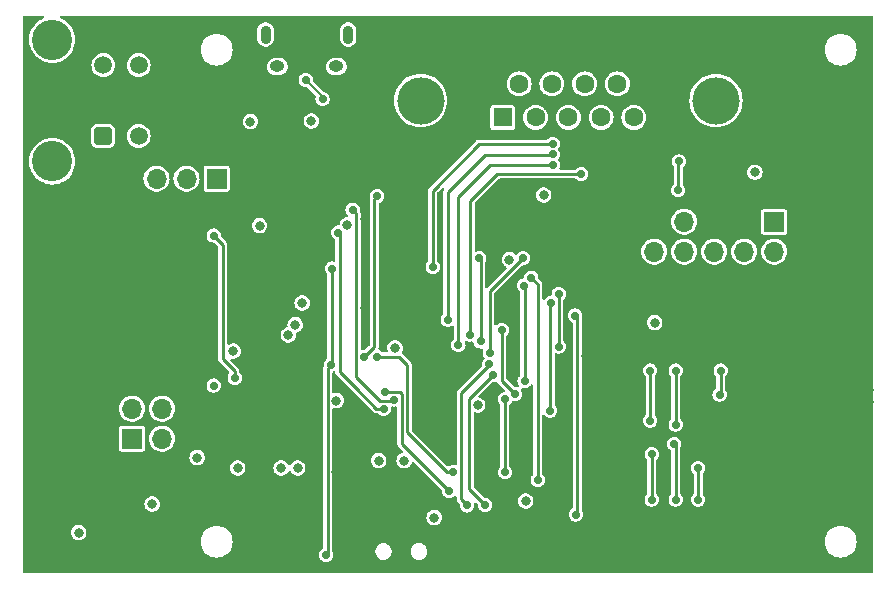
<source format=gbr>
%TF.GenerationSoftware,KiCad,Pcbnew,7.0.6*%
%TF.CreationDate,2023-10-09T12:22:10-06:00*%
%TF.ProjectId,CAN-USB RF Module,43414e2d-5553-4422-9052-46204d6f6475,2.0*%
%TF.SameCoordinates,Original*%
%TF.FileFunction,Copper,L4,Bot*%
%TF.FilePolarity,Positive*%
%FSLAX46Y46*%
G04 Gerber Fmt 4.6, Leading zero omitted, Abs format (unit mm)*
G04 Created by KiCad (PCBNEW 7.0.6) date 2023-10-09 12:22:10*
%MOMM*%
%LPD*%
G01*
G04 APERTURE LIST*
G04 Aperture macros list*
%AMRoundRect*
0 Rectangle with rounded corners*
0 $1 Rounding radius*
0 $2 $3 $4 $5 $6 $7 $8 $9 X,Y pos of 4 corners*
0 Add a 4 corners polygon primitive as box body*
4,1,4,$2,$3,$4,$5,$6,$7,$8,$9,$2,$3,0*
0 Add four circle primitives for the rounded corners*
1,1,$1+$1,$2,$3*
1,1,$1+$1,$4,$5*
1,1,$1+$1,$6,$7*
1,1,$1+$1,$8,$9*
0 Add four rect primitives between the rounded corners*
20,1,$1+$1,$2,$3,$4,$5,0*
20,1,$1+$1,$4,$5,$6,$7,0*
20,1,$1+$1,$6,$7,$8,$9,0*
20,1,$1+$1,$8,$9,$2,$3,0*%
G04 Aperture macros list end*
%TA.AperFunction,ComponentPad*%
%ADD10R,1.700000X1.700000*%
%TD*%
%TA.AperFunction,ComponentPad*%
%ADD11O,1.700000X1.700000*%
%TD*%
%TA.AperFunction,ComponentPad*%
%ADD12C,1.600000*%
%TD*%
%TA.AperFunction,ComponentPad*%
%ADD13R,1.600000X1.600000*%
%TD*%
%TA.AperFunction,ComponentPad*%
%ADD14C,4.000000*%
%TD*%
%TA.AperFunction,ComponentPad*%
%ADD15O,0.890000X1.550000*%
%TD*%
%TA.AperFunction,ComponentPad*%
%ADD16O,1.250000X0.950000*%
%TD*%
%TA.AperFunction,SMDPad,CuDef*%
%ADD17R,4.560000X1.000000*%
%TD*%
%TA.AperFunction,ComponentPad*%
%ADD18RoundRect,0.250001X0.499999X-0.499999X0.499999X0.499999X-0.499999X0.499999X-0.499999X-0.499999X0*%
%TD*%
%TA.AperFunction,ComponentPad*%
%ADD19C,1.500000*%
%TD*%
%TA.AperFunction,ComponentPad*%
%ADD20C,3.410000*%
%TD*%
%TA.AperFunction,ViaPad*%
%ADD21C,0.800000*%
%TD*%
%TA.AperFunction,ViaPad*%
%ADD22C,0.700000*%
%TD*%
%TA.AperFunction,Conductor*%
%ADD23C,0.250000*%
%TD*%
%TA.AperFunction,Conductor*%
%ADD24C,0.500000*%
%TD*%
%TA.AperFunction,Conductor*%
%ADD25C,0.200000*%
%TD*%
G04 APERTURE END LIST*
D10*
%TO.P,J3,1,Pin_1*%
%TO.N,+5V*%
X107391200Y-106857800D03*
D11*
%TO.P,J3,2,Pin_2*%
%TO.N,/Power Regulator/5V*%
X107391200Y-104317800D03*
%TO.P,J3,3,Pin_3*%
%TO.N,/Power Regulator/12V*%
X109931200Y-106857800D03*
%TO.P,J3,4,Pin_4*%
%TO.N,/Power Regulator/FUSE_OUT*%
X109931200Y-104317800D03*
%TD*%
D12*
%TO.P,J6,9,Pin_9*%
%TO.N,unconnected-(J6-Pin_9-Pad9)*%
X148481000Y-76812000D03*
%TO.P,J6,8,Pin_8*%
%TO.N,unconnected-(J6-Pin_8-Pad8)*%
X145711000Y-76812000D03*
%TO.P,J6,7,Pin_7*%
%TO.N,/CAN Tranciever/CD+*%
X142941000Y-76812000D03*
%TO.P,J6,6,Pin_6*%
%TO.N,unconnected-(J6-Pin_6-Pad6)*%
X140171000Y-76812000D03*
%TO.P,J6,5,Pin_5*%
%TO.N,unconnected-(J6-Pin_5-Pad5)*%
X149866000Y-79652000D03*
%TO.P,J6,4,Pin_4*%
%TO.N,unconnected-(J6-Pin_4-Pad4)*%
X147096000Y-79652000D03*
%TO.P,J6,3,Pin_3*%
%TO.N,unconnected-(J6-Pin_3-Pad3)*%
X144326000Y-79652000D03*
%TO.P,J6,2,Pin_2*%
%TO.N,/CAN Tranciever/CD-*%
X141556000Y-79652000D03*
D13*
%TO.P,J6,1,Pin_1*%
%TO.N,unconnected-(J6-Pin_1-Pad1)*%
X138786000Y-79652000D03*
D14*
%TO.P,J6,0*%
%TO.N,N/C*%
X131826000Y-78232000D03*
X156826000Y-78232000D03*
%TD*%
D15*
%TO.P,J4,6,Shield*%
%TO.N,unconnected-(J4-Shield-Pad6)*%
X125690000Y-72644000D03*
D16*
X124690000Y-75344000D03*
X119690000Y-75344000D03*
D15*
X118690000Y-72644000D03*
%TD*%
D17*
%TO.P,J5,2,Ext*%
%TO.N,GND*%
X167499500Y-101573250D03*
X167499500Y-96033250D03*
%TD*%
D18*
%TO.P,J2,1,Pin_1*%
%TO.N,+12V*%
X104947000Y-81232000D03*
D19*
%TO.P,J2,2,Pin_2*%
%TO.N,GND*%
X104947000Y-78232000D03*
%TO.P,J2,3,Pin_3*%
%TO.N,/Power Regulator/5V_UP*%
X104947000Y-75232000D03*
%TO.P,J2,4,Pin_4*%
%TO.N,+12V*%
X107947000Y-81232000D03*
%TO.P,J2,5,Pin_5*%
%TO.N,GND*%
X107947000Y-78232000D03*
%TO.P,J2,6,Pin_6*%
%TO.N,/Power Regulator/5V_UP*%
X107947000Y-75232000D03*
D20*
%TO.P,J2,MP*%
%TO.N,N/C*%
X100627000Y-83382000D03*
X100627000Y-73082000D03*
%TD*%
D10*
%TO.P,J1,1,Pin_1*%
%TO.N,+3V3*%
X161766000Y-88487500D03*
D11*
%TO.P,J1,2,Pin_2*%
%TO.N,/DEBUG_SWDIO*%
X161766000Y-91027500D03*
%TO.P,J1,3,Pin_3*%
%TO.N,GND*%
X159226000Y-88487500D03*
%TO.P,J1,4,Pin_4*%
%TO.N,/DEBUG_SWCLK*%
X159226000Y-91027500D03*
%TO.P,J1,5,Pin_5*%
%TO.N,GND*%
X156686000Y-88487500D03*
%TO.P,J1,6,Pin_6*%
%TO.N,/DEBUG_SWO*%
X156686000Y-91027500D03*
%TO.P,J1,7,Pin_7*%
%TO.N,unconnected-(J1-Pin_7-Pad7)*%
X154146000Y-88487500D03*
%TO.P,J1,8,Pin_8*%
%TO.N,unconnected-(J1-Pin_8-Pad8)*%
X154146000Y-91027500D03*
%TO.P,J1,9,Pin_9*%
%TO.N,GND*%
X151606000Y-88487500D03*
%TO.P,J1,10,Pin_10*%
%TO.N,/NRST*%
X151606000Y-91027500D03*
%TD*%
D10*
%TO.P,JP1,1,A*%
%TO.N,VBUS_UP*%
X114539000Y-84836000D03*
D11*
%TO.P,JP1,2,C*%
%TO.N,/Power Regulator/FUSE_IN*%
X111999000Y-84836000D03*
%TO.P,JP1,3,B*%
%TO.N,+12V*%
X109459000Y-84836000D03*
%TD*%
D21*
%TO.N,GND*%
X169672000Y-94361000D03*
X169037000Y-93726000D03*
X167640000Y-93726000D03*
X166370000Y-93726000D03*
X165227000Y-93853000D03*
X164084000Y-94107000D03*
X163322000Y-94996000D03*
X163322000Y-96139000D03*
X162179000Y-96266000D03*
X161036000Y-96520000D03*
X169799000Y-103759000D03*
X168529000Y-103886000D03*
X167005000Y-103759000D03*
X165481000Y-103759000D03*
X164211000Y-103251000D03*
X163576000Y-102362000D03*
X163322000Y-101346000D03*
X162433000Y-101346000D03*
X163322000Y-97282000D03*
X162433000Y-97282000D03*
X154940000Y-96266000D03*
X151892000Y-95123000D03*
X168910000Y-94869000D03*
X168021000Y-94869000D03*
X167132000Y-94869000D03*
X166243000Y-94869000D03*
X165354000Y-94869000D03*
X164465000Y-95250000D03*
X164465000Y-96139000D03*
X164465000Y-97155000D03*
X164592000Y-101981000D03*
X169799000Y-102743000D03*
X168910000Y-102743000D03*
X168021000Y-102743000D03*
X167132000Y-102743000D03*
X166243000Y-102743000D03*
X165354000Y-102743000D03*
X169672000Y-99949000D03*
X168910000Y-99949000D03*
X168148000Y-99949000D03*
X167132000Y-99949000D03*
X166243000Y-99949000D03*
X165354000Y-99949000D03*
X169672000Y-97663000D03*
X168910000Y-97663000D03*
X168021000Y-97663000D03*
X167386000Y-97663000D03*
X166370000Y-97663000D03*
X165354000Y-97663000D03*
X154305000Y-86614000D03*
D22*
X169162000Y-111416517D03*
X169162000Y-80936517D03*
X166622000Y-106336517D03*
X166622000Y-88556517D03*
X166622000Y-75856517D03*
X164082000Y-101256517D03*
X164082000Y-83476517D03*
X161542000Y-108876517D03*
X161542000Y-78396517D03*
X159002000Y-116496517D03*
X159002000Y-103796517D03*
X159002000Y-96176517D03*
X159002000Y-73316517D03*
X156462000Y-80936517D03*
X153922000Y-93636517D03*
X153922000Y-75856517D03*
X151382000Y-116496517D03*
X148842000Y-80936517D03*
X148842000Y-73316517D03*
X146302000Y-93636517D03*
X143762000Y-116496517D03*
X143762000Y-88556517D03*
X141222000Y-73316517D03*
X136142000Y-75856517D03*
X133602000Y-116496517D03*
X133602000Y-83476517D03*
X131062000Y-111416517D03*
X131062000Y-91096517D03*
X131062000Y-73316517D03*
X128522000Y-80936517D03*
X125982000Y-116496517D03*
X125982000Y-108876517D03*
X125982000Y-75856517D03*
X118362000Y-98716517D03*
X118362000Y-91096517D03*
X118362000Y-83476517D03*
X115822000Y-113956517D03*
X115822000Y-75856517D03*
X110742000Y-116496517D03*
X110742000Y-78396517D03*
X105662000Y-96176517D03*
X105662000Y-88556517D03*
X105662000Y-73316517D03*
X103122000Y-116496517D03*
X103122000Y-80936517D03*
X100582000Y-108876517D03*
X100582000Y-101256517D03*
X100582000Y-93636517D03*
X100582000Y-86016517D03*
X100582000Y-75856517D03*
%TO.N,/DEBUG_SWDIO*%
X136017000Y-98044000D03*
D21*
%TO.N,GND*%
X139827000Y-104902000D03*
X124841000Y-102362000D03*
X122503000Y-82042000D03*
X108839000Y-92075000D03*
X103632000Y-109982000D03*
X161290000Y-97663000D03*
X147320000Y-95885000D03*
X147193000Y-116586000D03*
X157842877Y-83447000D03*
X101346000Y-110744000D03*
X159099000Y-87217500D03*
X157480000Y-95631000D03*
X124931500Y-82550000D03*
X140335000Y-117348000D03*
X121666000Y-101722500D03*
D22*
X134585899Y-103834135D03*
D21*
X138811000Y-117094000D03*
X100203000Y-115824000D03*
X149352000Y-94107000D03*
X138409500Y-92329000D03*
X120142000Y-101722500D03*
X138684000Y-88519000D03*
X104340000Y-86995000D03*
X100711000Y-98679000D03*
X117856000Y-101727000D03*
X159258000Y-107061000D03*
X146050000Y-117348000D03*
X129032000Y-97663000D03*
X137522548Y-103320500D03*
X122174000Y-115257000D03*
X131476500Y-100175000D03*
X131476500Y-102588000D03*
X130048000Y-93853000D03*
X104648000Y-110236000D03*
X129413000Y-90805000D03*
X162306000Y-104775000D03*
X167386000Y-107823000D03*
X151155500Y-89503500D03*
X144309500Y-85433500D03*
X129921000Y-96012000D03*
X103787500Y-78232000D03*
X127089500Y-88265000D03*
X132520500Y-101445000D03*
X115570000Y-103251000D03*
X125222000Y-77597000D03*
X120486500Y-83104000D03*
X145923000Y-111760000D03*
X137795000Y-87249000D03*
X121793000Y-111887000D03*
X116967443Y-104650295D03*
X113919000Y-96393000D03*
X108966000Y-78232000D03*
X105537000Y-93345000D03*
X131496500Y-101420500D03*
X133635500Y-102588000D03*
X128270000Y-114681000D03*
X135763000Y-117094000D03*
X132492500Y-102588000D03*
X127000000Y-106172000D03*
X112506942Y-110192661D03*
X156559000Y-87344500D03*
X149352000Y-115570000D03*
X120904000Y-111379000D03*
X127127000Y-95758000D03*
X163322000Y-112014000D03*
X122569000Y-88057000D03*
X101346000Y-105156000D03*
X122569000Y-88950800D03*
X130302000Y-83947000D03*
X137287000Y-117094000D03*
X156559000Y-83407500D03*
X156559000Y-85185500D03*
X163322000Y-115443000D03*
D22*
X130556000Y-98044000D03*
D21*
X133635500Y-100175000D03*
X125222000Y-106172000D03*
X124690175Y-109640500D03*
X104775000Y-98679000D03*
X112395000Y-97536000D03*
X145796000Y-89789000D03*
X145796000Y-99822000D03*
X157829000Y-85185500D03*
X139700000Y-87249000D03*
X149352000Y-112014000D03*
X132492500Y-100175000D03*
X122580400Y-87172800D03*
X113919000Y-97536000D03*
X112395000Y-96393000D03*
X133655500Y-101420500D03*
X100203000Y-113792000D03*
X117983000Y-116731298D03*
X161417000Y-101092000D03*
D22*
%TO.N,/NRST*%
X143002000Y-81893994D03*
X132842000Y-92329000D03*
X124214500Y-100584000D03*
X124293500Y-92456000D03*
X153670000Y-83389998D03*
X123825000Y-116713000D03*
X153638000Y-85820500D03*
D21*
%TO.N,+3V3*%
X142240000Y-86233000D03*
X109093000Y-112395000D03*
X132969000Y-113538000D03*
X120618000Y-98076000D03*
X160115000Y-84296500D03*
X125603000Y-88773000D03*
X121793000Y-95377000D03*
X130429000Y-108712000D03*
X128270000Y-108712000D03*
X129650616Y-99170616D03*
X124690175Y-103632000D03*
X140716000Y-112141000D03*
X151638000Y-97028000D03*
X136653583Y-104013000D03*
%TO.N,+5V*%
X121412000Y-109347000D03*
X118187094Y-88821868D03*
X139336852Y-91698852D03*
X116332000Y-109347000D03*
X120015000Y-109347000D03*
X121194017Y-97211729D03*
X112903000Y-108458000D03*
D22*
%TO.N,/BOOT0*%
X141192965Y-93225918D03*
X141732000Y-110363000D03*
%TO.N,/CAN_STBY*%
X128143000Y-86308000D03*
X127039000Y-99949000D03*
%TO.N,/UART2_USB_TX*%
X129558500Y-103544500D03*
X126064219Y-87470954D03*
%TO.N,/UART2_USB_RX*%
X124841000Y-89408000D03*
X128690500Y-104330498D03*
%TO.N,/SPI1_SCK*%
X155321000Y-109347000D03*
X155321000Y-112014000D03*
%TO.N,/SPI1_MISO*%
X151384000Y-112014000D03*
X151384000Y-108164500D03*
%TO.N,/SPI1_MOSI*%
X153416000Y-112014000D03*
X153289000Y-107315000D03*
%TO.N,/DIO0*%
X153416000Y-101092000D03*
X153416000Y-105664000D03*
%TO.N,/DIO1*%
X151257000Y-105322500D03*
X151257000Y-101092000D03*
%TO.N,/CAN_RX*%
X137668000Y-99568000D03*
X140500700Y-91559602D03*
%TO.N,/CAN_TX*%
X136906000Y-98627500D03*
X136779000Y-91567000D03*
%TO.N,/SX_RESET*%
X142835500Y-95377000D03*
X142792465Y-104473500D03*
%TO.N,/DIO2*%
X143510000Y-94615000D03*
X143510000Y-99060000D03*
%TO.N,/DIO3*%
X140629000Y-101981000D03*
X140589000Y-93892500D03*
%TO.N,/DEBUG_SWO*%
X134112000Y-96774000D03*
X143002000Y-82793497D03*
%TO.N,/DEBUG_SWCLK*%
X143002000Y-83693000D03*
X135019500Y-98933000D03*
%TO.N,/DEBUG_SWDIO*%
X145415000Y-84455000D03*
D21*
%TO.N,/Power Regulator/5V*%
X102870000Y-114808000D03*
%TO.N,VBUS_UP*%
X122569000Y-79960000D03*
X117409000Y-80010000D03*
D22*
%TO.N,Net-(U2-PA10)*%
X135763000Y-112505750D03*
X137636109Y-100553780D03*
%TO.N,Net-(U2-PA9)*%
X137922000Y-101473000D03*
X137287000Y-112477750D03*
%TO.N,Net-(U2-PA1)*%
X128816444Y-102896444D03*
X134239000Y-111289500D03*
%TO.N,Net-(U3-OVLO)*%
X116078000Y-101727000D03*
X114300000Y-89662000D03*
D21*
%TO.N,Net-(R10-Pad1)*%
X115966502Y-99441000D03*
D22*
X114300000Y-102362000D03*
%TO.N,/DIO4*%
X157138500Y-103124000D03*
X157226000Y-101092000D03*
X138684000Y-97663000D03*
X139827000Y-103084500D03*
%TO.N,/DIO5*%
X128142500Y-99921875D03*
X138977500Y-109690500D03*
X138977500Y-103505000D03*
X134569200Y-109690500D03*
%TO.N,Net-(J4-D+)*%
X123519000Y-78105000D03*
X122090500Y-76472687D03*
%TO.N,Net-(U2-PB4)*%
X144961500Y-113284000D03*
X144907000Y-96432500D03*
%TD*%
D23*
%TO.N,/DEBUG_SWO*%
X137287000Y-82804000D02*
X142991497Y-82804000D01*
X134112000Y-96774000D02*
X134112000Y-85979000D01*
X134112000Y-85979000D02*
X137287000Y-82804000D01*
X142991497Y-82804000D02*
X143002000Y-82793497D01*
D24*
%TO.N,GND*%
X167499500Y-102221500D02*
X168021000Y-102743000D01*
X167499500Y-101573250D02*
X167499500Y-102221500D01*
X167499500Y-101573250D02*
X164999750Y-101573250D01*
X164999750Y-101573250D02*
X164592000Y-101981000D01*
X164570750Y-96033250D02*
X164465000Y-96139000D01*
X167499500Y-96033250D02*
X164570750Y-96033250D01*
X167499500Y-95390500D02*
X168021000Y-94869000D01*
X167499500Y-96033250D02*
X167499500Y-95390500D01*
X167499500Y-96033250D02*
X167499500Y-95236500D01*
X167499500Y-95236500D02*
X167132000Y-94869000D01*
D23*
%TO.N,/UART2_USB_TX*%
X126364500Y-101599500D02*
X126364500Y-87771235D01*
X129558500Y-103544500D02*
X129447502Y-103655498D01*
X129447502Y-103655498D02*
X128420498Y-103655498D01*
X126364500Y-87771235D02*
X126064219Y-87470954D01*
X128420498Y-103655498D02*
X126364500Y-101599500D01*
%TO.N,/UART2_USB_RX*%
X124968000Y-101205272D02*
X124968000Y-89535000D01*
X126339300Y-102576572D02*
X124968000Y-101205272D01*
X124968000Y-89535000D02*
X124841000Y-89408000D01*
X128690500Y-104330498D02*
X128079498Y-104330498D01*
X128079498Y-104330498D02*
X126339300Y-102590300D01*
X126339300Y-102590300D02*
X126339300Y-102576572D01*
%TO.N,/NRST*%
X123965675Y-100832825D02*
X123965675Y-116572325D01*
X124214500Y-100584000D02*
X123965675Y-100832825D01*
X123965675Y-116572325D02*
X123825000Y-116713000D01*
%TO.N,/CAN_STBY*%
X127889000Y-86562000D02*
X128143000Y-86308000D01*
X127039000Y-99949000D02*
X127889000Y-99099000D01*
X127889000Y-99099000D02*
X127889000Y-86562000D01*
%TO.N,Net-(U2-PA1)*%
X130233000Y-103055000D02*
X130233000Y-107283500D01*
X130048000Y-102870000D02*
X130233000Y-103055000D01*
X128842888Y-102870000D02*
X130048000Y-102870000D01*
X128816444Y-102896444D02*
X128842888Y-102870000D01*
X130233000Y-107283500D02*
X134239000Y-111289500D01*
%TO.N,/SX_RESET*%
X142835500Y-95377000D02*
X142792465Y-95420035D01*
X142792465Y-95420035D02*
X142792465Y-104473500D01*
%TO.N,/NRST*%
X132842000Y-85852000D02*
X132842000Y-92329000D01*
X142980994Y-81915000D02*
X136779000Y-81915000D01*
X136779000Y-81915000D02*
X132842000Y-85852000D01*
X143002000Y-81893994D02*
X142980994Y-81915000D01*
X124214500Y-100584000D02*
X124293500Y-100505000D01*
X153670000Y-83389998D02*
X153638000Y-83421998D01*
X124293500Y-100505000D02*
X124293500Y-92456000D01*
X153638000Y-83421998D02*
X153638000Y-85820500D01*
%TO.N,/BOOT0*%
X141732000Y-110363000D02*
X141732000Y-95377000D01*
X141732000Y-93764953D02*
X141732000Y-95377000D01*
X141192965Y-93225918D02*
X141732000Y-93764953D01*
%TO.N,/SPI1_SCK*%
X155321000Y-109347000D02*
X155321000Y-112014000D01*
%TO.N,/SPI1_MISO*%
X151384000Y-108164500D02*
X151384000Y-112014000D01*
%TO.N,/SPI1_MOSI*%
X153416000Y-112014000D02*
X153416000Y-107442000D01*
X153416000Y-107442000D02*
X153289000Y-107315000D01*
%TO.N,/DIO0*%
X153416000Y-105664000D02*
X153416000Y-101092000D01*
%TO.N,/DIO1*%
X151257000Y-105322500D02*
X151257000Y-101092000D01*
%TO.N,/CAN_RX*%
X137668000Y-99568000D02*
X137668000Y-94392302D01*
X137668000Y-94392302D02*
X140500700Y-91559602D01*
%TO.N,/CAN_TX*%
X136906000Y-98627500D02*
X136906000Y-91694000D01*
X136906000Y-91694000D02*
X136779000Y-91567000D01*
%TO.N,/DIO2*%
X143510000Y-94615000D02*
X143510000Y-99060000D01*
%TO.N,/DIO3*%
X140629000Y-101981000D02*
X140629000Y-93932500D01*
X140629000Y-93932500D02*
X140589000Y-93892500D01*
%TO.N,/DEBUG_SWCLK*%
X137668000Y-83693000D02*
X135001000Y-86360000D01*
X143002000Y-83693000D02*
X137668000Y-83693000D01*
X135001000Y-98914500D02*
X135019500Y-98933000D01*
X135001000Y-86360000D02*
X135001000Y-98914500D01*
%TO.N,/DEBUG_SWDIO*%
X136017000Y-98044000D02*
X136017000Y-86741000D01*
X138303000Y-84455000D02*
X145415000Y-84455000D01*
X136017000Y-86741000D02*
X138303000Y-84455000D01*
%TO.N,Net-(U2-PA10)*%
X137636109Y-100553780D02*
X137636109Y-100615891D01*
X135260899Y-112003649D02*
X135763000Y-112505750D01*
X137636109Y-100615891D02*
X135260899Y-102991101D01*
X135260899Y-102991101D02*
X135260899Y-112003649D01*
%TO.N,Net-(U2-PA9)*%
X135929083Y-111119833D02*
X137287000Y-112477750D01*
X135929083Y-103465917D02*
X135929083Y-111119833D01*
X137922000Y-101473000D02*
X135929083Y-103465917D01*
%TO.N,Net-(U3-OVLO)*%
X116078000Y-101727000D02*
X116078000Y-101148959D01*
X115062000Y-90424000D02*
X114300000Y-89662000D01*
X115062000Y-100132959D02*
X115062000Y-90424000D01*
X116078000Y-101148959D02*
X115062000Y-100132959D01*
%TO.N,/DIO4*%
X138684000Y-97663000D02*
X138684000Y-101941500D01*
X157226000Y-103036500D02*
X157226000Y-101092000D01*
X138684000Y-101941500D02*
X139827000Y-103084500D01*
X157138500Y-103124000D02*
X157226000Y-103036500D01*
%TO.N,/DIO5*%
X138938000Y-103544500D02*
X138938000Y-109651000D01*
X130020875Y-99921875D02*
X130683000Y-100584000D01*
X138977500Y-103505000D02*
X138938000Y-103544500D01*
X134074500Y-109690500D02*
X134569200Y-109690500D01*
X138938000Y-109651000D02*
X138977500Y-109690500D01*
X128142500Y-99921875D02*
X130020875Y-99921875D01*
X130683000Y-100584000D02*
X130683000Y-106299000D01*
X130683000Y-106299000D02*
X134074500Y-109690500D01*
D25*
%TO.N,Net-(J4-D+)*%
X123519000Y-77901187D02*
X122090500Y-76472687D01*
X123519000Y-78105000D02*
X123519000Y-77901187D01*
D23*
%TO.N,Net-(U2-PB4)*%
X144961500Y-113284000D02*
X145071000Y-113174500D01*
X145071000Y-96596500D02*
X144907000Y-96432500D01*
X145071000Y-113174500D02*
X145071000Y-96596500D01*
%TD*%
%TA.AperFunction,Conductor*%
%TO.N,GND*%
G36*
X99911329Y-71050185D02*
G01*
X99957084Y-71102989D01*
X99967028Y-71172147D01*
X99938003Y-71235703D01*
X99887623Y-71270682D01*
X99812579Y-71298671D01*
X99812575Y-71298673D01*
X99567081Y-71432723D01*
X99567073Y-71432728D01*
X99343156Y-71600350D01*
X99343138Y-71600366D01*
X99145366Y-71798138D01*
X99145350Y-71798156D01*
X98977728Y-72022073D01*
X98977723Y-72022081D01*
X98843673Y-72267575D01*
X98843671Y-72267579D01*
X98745917Y-72529671D01*
X98686460Y-72802986D01*
X98666505Y-73081998D01*
X98666505Y-73082001D01*
X98686460Y-73361013D01*
X98745917Y-73634328D01*
X98745919Y-73634335D01*
X98806611Y-73797059D01*
X98843671Y-73896420D01*
X98843673Y-73896424D01*
X98977723Y-74141918D01*
X98977728Y-74141926D01*
X99145350Y-74365843D01*
X99145366Y-74365861D01*
X99343138Y-74563633D01*
X99343156Y-74563649D01*
X99567073Y-74731271D01*
X99567081Y-74731276D01*
X99812575Y-74865326D01*
X99812579Y-74865328D01*
X99812581Y-74865329D01*
X100074665Y-74963081D01*
X100211328Y-74992810D01*
X100347986Y-75022539D01*
X100347988Y-75022539D01*
X100347992Y-75022540D01*
X100595934Y-75040273D01*
X100626999Y-75042495D01*
X100627000Y-75042495D01*
X100627001Y-75042495D01*
X100654952Y-75040495D01*
X100906008Y-75022540D01*
X101179335Y-74963081D01*
X101441419Y-74865329D01*
X101686924Y-74731273D01*
X101910851Y-74563643D01*
X102108643Y-74365851D01*
X102276273Y-74141924D01*
X102400729Y-73914000D01*
X113198341Y-73914000D01*
X113218936Y-74149403D01*
X113218938Y-74149413D01*
X113280094Y-74377655D01*
X113280096Y-74377659D01*
X113280097Y-74377663D01*
X113288688Y-74396086D01*
X113379964Y-74591828D01*
X113379965Y-74591830D01*
X113515505Y-74785402D01*
X113682597Y-74952494D01*
X113876169Y-75088034D01*
X113876171Y-75088035D01*
X114090337Y-75187903D01*
X114318592Y-75249063D01*
X114495034Y-75264500D01*
X114612966Y-75264500D01*
X114789408Y-75249063D01*
X115017663Y-75187903D01*
X115231829Y-75088035D01*
X115425401Y-74952495D01*
X115592495Y-74785401D01*
X115728035Y-74591830D01*
X115827903Y-74377663D01*
X115889063Y-74149408D01*
X115909659Y-73914000D01*
X166030341Y-73914000D01*
X166050936Y-74149403D01*
X166050938Y-74149413D01*
X166112094Y-74377655D01*
X166112096Y-74377659D01*
X166112097Y-74377663D01*
X166120688Y-74396086D01*
X166211964Y-74591828D01*
X166211965Y-74591830D01*
X166347505Y-74785402D01*
X166514597Y-74952494D01*
X166708169Y-75088034D01*
X166708171Y-75088035D01*
X166922337Y-75187903D01*
X167150592Y-75249063D01*
X167327034Y-75264500D01*
X167444966Y-75264500D01*
X167621408Y-75249063D01*
X167849663Y-75187903D01*
X168063829Y-75088035D01*
X168257401Y-74952495D01*
X168424495Y-74785401D01*
X168560035Y-74591830D01*
X168659903Y-74377663D01*
X168721063Y-74149408D01*
X168741659Y-73914000D01*
X168721063Y-73678592D01*
X168659903Y-73450337D01*
X168560035Y-73236171D01*
X168560034Y-73236169D01*
X168424494Y-73042597D01*
X168257402Y-72875505D01*
X168063830Y-72739965D01*
X168063828Y-72739964D01*
X167956746Y-72690031D01*
X167849663Y-72640097D01*
X167849659Y-72640096D01*
X167849655Y-72640094D01*
X167621413Y-72578938D01*
X167621403Y-72578936D01*
X167444966Y-72563500D01*
X167327034Y-72563500D01*
X167150596Y-72578936D01*
X167150586Y-72578938D01*
X166922344Y-72640094D01*
X166922335Y-72640098D01*
X166708171Y-72739964D01*
X166708169Y-72739965D01*
X166514597Y-72875505D01*
X166347506Y-73042597D01*
X166347501Y-73042604D01*
X166211967Y-73236165D01*
X166211965Y-73236169D01*
X166112098Y-73450335D01*
X166112094Y-73450344D01*
X166050938Y-73678586D01*
X166050936Y-73678596D01*
X166030341Y-73913999D01*
X166030341Y-73914000D01*
X115909659Y-73914000D01*
X115889063Y-73678592D01*
X115827903Y-73450337D01*
X115728035Y-73236171D01*
X115728034Y-73236169D01*
X115592494Y-73042597D01*
X115565968Y-73016071D01*
X117994500Y-73016071D01*
X118009750Y-73141667D01*
X118069642Y-73299589D01*
X118069643Y-73299590D01*
X118165588Y-73438590D01*
X118292007Y-73550588D01*
X118292009Y-73550589D01*
X118441561Y-73629080D01*
X118523555Y-73649289D01*
X118605550Y-73669500D01*
X118605551Y-73669500D01*
X118774450Y-73669500D01*
X118829112Y-73656026D01*
X118938439Y-73629080D01*
X119087991Y-73550589D01*
X119214413Y-73438589D01*
X119310358Y-73299589D01*
X119370250Y-73141666D01*
X119385500Y-73016071D01*
X124994500Y-73016071D01*
X125009750Y-73141667D01*
X125069642Y-73299589D01*
X125069643Y-73299590D01*
X125165588Y-73438590D01*
X125292007Y-73550588D01*
X125292009Y-73550589D01*
X125441561Y-73629080D01*
X125523555Y-73649290D01*
X125605550Y-73669500D01*
X125605551Y-73669500D01*
X125774450Y-73669500D01*
X125829112Y-73656026D01*
X125938439Y-73629080D01*
X126087991Y-73550589D01*
X126214413Y-73438589D01*
X126310358Y-73299589D01*
X126370250Y-73141666D01*
X126385500Y-73016069D01*
X126385500Y-72271931D01*
X126370250Y-72146334D01*
X126310358Y-71988411D01*
X126214413Y-71849411D01*
X126214411Y-71849409D01*
X126087992Y-71737411D01*
X125938437Y-71658919D01*
X125774450Y-71618500D01*
X125774449Y-71618500D01*
X125605551Y-71618500D01*
X125605550Y-71618500D01*
X125441562Y-71658919D01*
X125292007Y-71737411D01*
X125165588Y-71849409D01*
X125069643Y-71988409D01*
X125069642Y-71988410D01*
X125009750Y-72146332D01*
X124994500Y-72271928D01*
X124994500Y-73016071D01*
X119385500Y-73016071D01*
X119385500Y-73016069D01*
X119385500Y-72271931D01*
X119370250Y-72146334D01*
X119310358Y-71988411D01*
X119214413Y-71849411D01*
X119214411Y-71849409D01*
X119087992Y-71737411D01*
X118938437Y-71658919D01*
X118774450Y-71618500D01*
X118774449Y-71618500D01*
X118605551Y-71618500D01*
X118605550Y-71618500D01*
X118441562Y-71658919D01*
X118292007Y-71737411D01*
X118165588Y-71849409D01*
X118069643Y-71988409D01*
X118069642Y-71988410D01*
X118009750Y-72146332D01*
X117994500Y-72271928D01*
X117994500Y-73016071D01*
X115565968Y-73016071D01*
X115425402Y-72875505D01*
X115231830Y-72739965D01*
X115231828Y-72739964D01*
X115124745Y-72690031D01*
X115017663Y-72640097D01*
X115017659Y-72640096D01*
X115017655Y-72640094D01*
X114789413Y-72578938D01*
X114789403Y-72578936D01*
X114612966Y-72563500D01*
X114495034Y-72563500D01*
X114318596Y-72578936D01*
X114318586Y-72578938D01*
X114090344Y-72640094D01*
X114090335Y-72640098D01*
X113876171Y-72739964D01*
X113876169Y-72739965D01*
X113682597Y-72875505D01*
X113515506Y-73042597D01*
X113515501Y-73042604D01*
X113379967Y-73236165D01*
X113379965Y-73236169D01*
X113280098Y-73450335D01*
X113280094Y-73450344D01*
X113218938Y-73678586D01*
X113218936Y-73678596D01*
X113198341Y-73913999D01*
X113198341Y-73914000D01*
X102400729Y-73914000D01*
X102410329Y-73896419D01*
X102508081Y-73634335D01*
X102567540Y-73361008D01*
X102587495Y-73082000D01*
X102567540Y-72802992D01*
X102508081Y-72529665D01*
X102410329Y-72267581D01*
X102276273Y-72022076D01*
X102251070Y-71988409D01*
X102108649Y-71798156D01*
X102108633Y-71798138D01*
X101910861Y-71600366D01*
X101910843Y-71600350D01*
X101686926Y-71432728D01*
X101686918Y-71432723D01*
X101441424Y-71298673D01*
X101441420Y-71298671D01*
X101366377Y-71270682D01*
X101310443Y-71228811D01*
X101286026Y-71163346D01*
X101300878Y-71095073D01*
X101350283Y-71045668D01*
X101409710Y-71030500D01*
X170024500Y-71030500D01*
X170091539Y-71050185D01*
X170137294Y-71102989D01*
X170148500Y-71154500D01*
X170148500Y-118149500D01*
X170128815Y-118216539D01*
X170076011Y-118262294D01*
X170024500Y-118273500D01*
X98264500Y-118273500D01*
X98197461Y-118253815D01*
X98151706Y-118201011D01*
X98140500Y-118149500D01*
X98140500Y-115570000D01*
X113198341Y-115570000D01*
X113218936Y-115805403D01*
X113218938Y-115805413D01*
X113280094Y-116033655D01*
X113280096Y-116033659D01*
X113280097Y-116033663D01*
X113300587Y-116077604D01*
X113379964Y-116247828D01*
X113379965Y-116247830D01*
X113515505Y-116441402D01*
X113682597Y-116608494D01*
X113876169Y-116744034D01*
X113876171Y-116744035D01*
X114090337Y-116843903D01*
X114318592Y-116905063D01*
X114495034Y-116920500D01*
X114612966Y-116920500D01*
X114789408Y-116905063D01*
X115017663Y-116843903D01*
X115231829Y-116744035D01*
X115276150Y-116713001D01*
X123219318Y-116713001D01*
X123239955Y-116869760D01*
X123239956Y-116869762D01*
X123267468Y-116936183D01*
X123300464Y-117015841D01*
X123396718Y-117141282D01*
X123522159Y-117237536D01*
X123668238Y-117298044D01*
X123746618Y-117308362D01*
X123824999Y-117318682D01*
X123825000Y-117318682D01*
X123825001Y-117318682D01*
X123877253Y-117311802D01*
X123981762Y-117298044D01*
X124127841Y-117237536D01*
X124253282Y-117141282D01*
X124349536Y-117015841D01*
X124410044Y-116869762D01*
X124430682Y-116713000D01*
X124410044Y-116556238D01*
X124383873Y-116493055D01*
X127974500Y-116493055D01*
X128015210Y-116658226D01*
X128094263Y-116808849D01*
X128094266Y-116808852D01*
X128207071Y-116936183D01*
X128297318Y-116998476D01*
X128347068Y-117032817D01*
X128347069Y-117032817D01*
X128347070Y-117032818D01*
X128506128Y-117093140D01*
X128582028Y-117102356D01*
X128632626Y-117108500D01*
X128632628Y-117108500D01*
X128717374Y-117108500D01*
X128759538Y-117103380D01*
X128843872Y-117093140D01*
X129002930Y-117032818D01*
X129142929Y-116936183D01*
X129255734Y-116808852D01*
X129289754Y-116744034D01*
X129306041Y-116713001D01*
X129334790Y-116658225D01*
X129375500Y-116493056D01*
X129375500Y-116493055D01*
X130974500Y-116493055D01*
X131015210Y-116658226D01*
X131094263Y-116808849D01*
X131094266Y-116808852D01*
X131207071Y-116936183D01*
X131297318Y-116998476D01*
X131347068Y-117032817D01*
X131347069Y-117032817D01*
X131347070Y-117032818D01*
X131506128Y-117093140D01*
X131582028Y-117102356D01*
X131632626Y-117108500D01*
X131632628Y-117108500D01*
X131717374Y-117108500D01*
X131759538Y-117103380D01*
X131843872Y-117093140D01*
X132002930Y-117032818D01*
X132142929Y-116936183D01*
X132255734Y-116808852D01*
X132289754Y-116744034D01*
X132306041Y-116713001D01*
X132334790Y-116658225D01*
X132375500Y-116493056D01*
X132375500Y-116322944D01*
X132334790Y-116157775D01*
X132292713Y-116077604D01*
X132255736Y-116007150D01*
X132236560Y-115985505D01*
X132142929Y-115879817D01*
X132093177Y-115845475D01*
X132002931Y-115783182D01*
X131843874Y-115722860D01*
X131843868Y-115722859D01*
X131717374Y-115707500D01*
X131717372Y-115707500D01*
X131632628Y-115707500D01*
X131632626Y-115707500D01*
X131506131Y-115722859D01*
X131506125Y-115722860D01*
X131347068Y-115783182D01*
X131207072Y-115879816D01*
X131094263Y-116007150D01*
X131015210Y-116157773D01*
X130974500Y-116322944D01*
X130974500Y-116493055D01*
X129375500Y-116493055D01*
X129375500Y-116322944D01*
X129334790Y-116157775D01*
X129292713Y-116077604D01*
X129255736Y-116007150D01*
X129236560Y-115985505D01*
X129142929Y-115879817D01*
X129093177Y-115845475D01*
X129002931Y-115783182D01*
X128843874Y-115722860D01*
X128843868Y-115722859D01*
X128717374Y-115707500D01*
X128717372Y-115707500D01*
X128632628Y-115707500D01*
X128632626Y-115707500D01*
X128506131Y-115722859D01*
X128506125Y-115722860D01*
X128347068Y-115783182D01*
X128207072Y-115879816D01*
X128094263Y-116007150D01*
X128015210Y-116157773D01*
X127974500Y-116322944D01*
X127974500Y-116493055D01*
X124383873Y-116493055D01*
X124350614Y-116412760D01*
X124341175Y-116365308D01*
X124341175Y-115570000D01*
X166030341Y-115570000D01*
X166050936Y-115805403D01*
X166050938Y-115805413D01*
X166112094Y-116033655D01*
X166112096Y-116033659D01*
X166112097Y-116033663D01*
X166132587Y-116077604D01*
X166211964Y-116247828D01*
X166211965Y-116247830D01*
X166347505Y-116441402D01*
X166514597Y-116608494D01*
X166708169Y-116744034D01*
X166708171Y-116744035D01*
X166922337Y-116843903D01*
X167150592Y-116905063D01*
X167327034Y-116920500D01*
X167444966Y-116920500D01*
X167621408Y-116905063D01*
X167849663Y-116843903D01*
X168063829Y-116744035D01*
X168257401Y-116608495D01*
X168424495Y-116441401D01*
X168560035Y-116247830D01*
X168659903Y-116033663D01*
X168721063Y-115805408D01*
X168741659Y-115570000D01*
X168721063Y-115334592D01*
X168659903Y-115106337D01*
X168560035Y-114892171D01*
X168560034Y-114892169D01*
X168424494Y-114698597D01*
X168257402Y-114531505D01*
X168063830Y-114395965D01*
X168063828Y-114395964D01*
X167956745Y-114346031D01*
X167849663Y-114296097D01*
X167849659Y-114296096D01*
X167849655Y-114296094D01*
X167621413Y-114234938D01*
X167621403Y-114234936D01*
X167444966Y-114219500D01*
X167327034Y-114219500D01*
X167150596Y-114234936D01*
X167150586Y-114234938D01*
X166922344Y-114296094D01*
X166922335Y-114296098D01*
X166708171Y-114395964D01*
X166708169Y-114395965D01*
X166514597Y-114531505D01*
X166347506Y-114698597D01*
X166347501Y-114698604D01*
X166211967Y-114892165D01*
X166211965Y-114892169D01*
X166112098Y-115106335D01*
X166112094Y-115106344D01*
X166050938Y-115334586D01*
X166050936Y-115334596D01*
X166030341Y-115569999D01*
X166030341Y-115570000D01*
X124341175Y-115570000D01*
X124341175Y-113538000D01*
X132313721Y-113538000D01*
X132332762Y-113694818D01*
X132375890Y-113808536D01*
X132388780Y-113842523D01*
X132478517Y-113972530D01*
X132596760Y-114077283D01*
X132596762Y-114077284D01*
X132736634Y-114150696D01*
X132890014Y-114188500D01*
X132890015Y-114188500D01*
X133047985Y-114188500D01*
X133201365Y-114150696D01*
X133341240Y-114077283D01*
X133459483Y-113972530D01*
X133549220Y-113842523D01*
X133605237Y-113694818D01*
X133624278Y-113538000D01*
X133605237Y-113381182D01*
X133549220Y-113233477D01*
X133459483Y-113103470D01*
X133341240Y-112998717D01*
X133341238Y-112998716D01*
X133341237Y-112998715D01*
X133201365Y-112925303D01*
X133047986Y-112887500D01*
X133047985Y-112887500D01*
X132890015Y-112887500D01*
X132890014Y-112887500D01*
X132736634Y-112925303D01*
X132596762Y-112998715D01*
X132543952Y-113045500D01*
X132501136Y-113083432D01*
X132478516Y-113103471D01*
X132388781Y-113233475D01*
X132388780Y-113233476D01*
X132332762Y-113381181D01*
X132313721Y-113537999D01*
X132313721Y-113538000D01*
X124341175Y-113538000D01*
X124341175Y-108712000D01*
X127614721Y-108712000D01*
X127633762Y-108868818D01*
X127689779Y-109016522D01*
X127689780Y-109016523D01*
X127779517Y-109146530D01*
X127897760Y-109251283D01*
X127897762Y-109251284D01*
X128037634Y-109324696D01*
X128191014Y-109362500D01*
X128191015Y-109362500D01*
X128348985Y-109362500D01*
X128502365Y-109324696D01*
X128502364Y-109324695D01*
X128642240Y-109251283D01*
X128760483Y-109146530D01*
X128850220Y-109016523D01*
X128906237Y-108868818D01*
X128925278Y-108712000D01*
X128911200Y-108596052D01*
X128906237Y-108555181D01*
X128869380Y-108457999D01*
X128850220Y-108407477D01*
X128760483Y-108277470D01*
X128642240Y-108172717D01*
X128642238Y-108172716D01*
X128642237Y-108172715D01*
X128502365Y-108099303D01*
X128348986Y-108061500D01*
X128348985Y-108061500D01*
X128191015Y-108061500D01*
X128191014Y-108061500D01*
X128037634Y-108099303D01*
X127897762Y-108172715D01*
X127779516Y-108277471D01*
X127689781Y-108407475D01*
X127689780Y-108407476D01*
X127633762Y-108555181D01*
X127614721Y-108711999D01*
X127614721Y-108712000D01*
X124341175Y-108712000D01*
X124341175Y-104374222D01*
X124360860Y-104307183D01*
X124413664Y-104261428D01*
X124482822Y-104251484D01*
X124494843Y-104253823D01*
X124611190Y-104282500D01*
X124769160Y-104282500D01*
X124922540Y-104244696D01*
X124922539Y-104244696D01*
X125062415Y-104171283D01*
X125180658Y-104066530D01*
X125270395Y-103936523D01*
X125326412Y-103788818D01*
X125345453Y-103632000D01*
X125338954Y-103578471D01*
X125326412Y-103475181D01*
X125305167Y-103419164D01*
X125270395Y-103327477D01*
X125180658Y-103197470D01*
X125062415Y-103092717D01*
X125062413Y-103092716D01*
X125062412Y-103092715D01*
X124922540Y-103019303D01*
X124769161Y-102981500D01*
X124769160Y-102981500D01*
X124611190Y-102981500D01*
X124611189Y-102981500D01*
X124494849Y-103010174D01*
X124425047Y-103007104D01*
X124367985Y-102966784D01*
X124341780Y-102902015D01*
X124341175Y-102889777D01*
X124341175Y-101264360D01*
X124360860Y-101197321D01*
X124413664Y-101151566D01*
X124417701Y-101149808D01*
X124423599Y-101147364D01*
X124493068Y-101139899D01*
X124555546Y-101171176D01*
X124591196Y-101231267D01*
X124593356Y-101241518D01*
X124595864Y-101256550D01*
X124596342Y-101259411D01*
X124603134Y-101313899D01*
X124605373Y-101321419D01*
X124607934Y-101328880D01*
X124607935Y-101328882D01*
X124623905Y-101358393D01*
X124634055Y-101377149D01*
X124658174Y-101426483D01*
X124662742Y-101432881D01*
X124667582Y-101439099D01*
X124707971Y-101476281D01*
X126001711Y-102770020D01*
X126025428Y-102803237D01*
X126029471Y-102811506D01*
X126029472Y-102811508D01*
X126029474Y-102811511D01*
X126029475Y-102811512D01*
X126034041Y-102817908D01*
X126038882Y-102824127D01*
X126079271Y-102861309D01*
X127777347Y-104559384D01*
X127793476Y-104579245D01*
X127799414Y-104588334D01*
X127827427Y-104610137D01*
X127833189Y-104615226D01*
X127835981Y-104618018D01*
X127854984Y-104631586D01*
X127898309Y-104665307D01*
X127898311Y-104665307D01*
X127905233Y-104669053D01*
X127912296Y-104672506D01*
X127912299Y-104672508D01*
X127964910Y-104688171D01*
X127990874Y-104697084D01*
X128016837Y-104705998D01*
X128024599Y-104707293D01*
X128032409Y-104708266D01*
X128032410Y-104708267D01*
X128032410Y-104708266D01*
X128032411Y-104708267D01*
X128059838Y-104707132D01*
X128087267Y-104705998D01*
X128160567Y-104705998D01*
X128227606Y-104725683D01*
X128258941Y-104754510D01*
X128261828Y-104758272D01*
X128262218Y-104758780D01*
X128387659Y-104855034D01*
X128533738Y-104915542D01*
X128612119Y-104925860D01*
X128690499Y-104936180D01*
X128690500Y-104936180D01*
X128690501Y-104936180D01*
X128742754Y-104929300D01*
X128847262Y-104915542D01*
X128993341Y-104855034D01*
X129118782Y-104758780D01*
X129215036Y-104633339D01*
X129275544Y-104487260D01*
X129296182Y-104330498D01*
X129288490Y-104272073D01*
X129299255Y-104203040D01*
X129345635Y-104150784D01*
X129412904Y-104131898D01*
X129427602Y-104132949D01*
X129558500Y-104150182D01*
X129715262Y-104129544D01*
X129715265Y-104129542D01*
X129717314Y-104129273D01*
X129786350Y-104140038D01*
X129838606Y-104186418D01*
X129857500Y-104252212D01*
X129857500Y-107231696D01*
X129854862Y-107257134D01*
X129852633Y-107267768D01*
X129852633Y-107267769D01*
X129852633Y-107267771D01*
X129857023Y-107302991D01*
X129857500Y-107310667D01*
X129857500Y-107314616D01*
X129861342Y-107337641D01*
X129868134Y-107392127D01*
X129870373Y-107399647D01*
X129872934Y-107407108D01*
X129872935Y-107407110D01*
X129890529Y-107439621D01*
X129899055Y-107455377D01*
X129923174Y-107504711D01*
X129927742Y-107511109D01*
X129932582Y-107517327D01*
X129972971Y-107554509D01*
X130298803Y-107880341D01*
X130332288Y-107941664D01*
X130327304Y-108011356D01*
X130285432Y-108067289D01*
X130240797Y-108088419D01*
X130196633Y-108099304D01*
X130056762Y-108172715D01*
X129938516Y-108277471D01*
X129848781Y-108407475D01*
X129848780Y-108407476D01*
X129792762Y-108555181D01*
X129773721Y-108711999D01*
X129773721Y-108712000D01*
X129792762Y-108868818D01*
X129848779Y-109016522D01*
X129848780Y-109016523D01*
X129938517Y-109146530D01*
X130056760Y-109251283D01*
X130056762Y-109251284D01*
X130196634Y-109324696D01*
X130350014Y-109362500D01*
X130350015Y-109362500D01*
X130507985Y-109362500D01*
X130661365Y-109324696D01*
X130661365Y-109324695D01*
X130801240Y-109251283D01*
X130919483Y-109146530D01*
X131009220Y-109016523D01*
X131058283Y-108887151D01*
X131100461Y-108831450D01*
X131166058Y-108807393D01*
X131234249Y-108822620D01*
X131261906Y-108843443D01*
X133598762Y-111180299D01*
X133632247Y-111241622D01*
X133634021Y-111284162D01*
X133633318Y-111289502D01*
X133653955Y-111446260D01*
X133653956Y-111446262D01*
X133711720Y-111585718D01*
X133714464Y-111592341D01*
X133810718Y-111717782D01*
X133936159Y-111814036D01*
X134082238Y-111874544D01*
X134126590Y-111880383D01*
X134238999Y-111895182D01*
X134239000Y-111895182D01*
X134239001Y-111895182D01*
X134291254Y-111888302D01*
X134395762Y-111874544D01*
X134541841Y-111814036D01*
X134667282Y-111717782D01*
X134667285Y-111717777D01*
X134673029Y-111712035D01*
X134675336Y-111714342D01*
X134719446Y-111682131D01*
X134789192Y-111677973D01*
X134850114Y-111712183D01*
X134882869Y-111773899D01*
X134885399Y-111798818D01*
X134885399Y-111951845D01*
X134882761Y-111977283D01*
X134880532Y-111987917D01*
X134880532Y-111987918D01*
X134880532Y-111987920D01*
X134884922Y-112023140D01*
X134885399Y-112030816D01*
X134885399Y-112034765D01*
X134889241Y-112057790D01*
X134896033Y-112112276D01*
X134898272Y-112119796D01*
X134900833Y-112127257D01*
X134900834Y-112127259D01*
X134908270Y-112141000D01*
X134926954Y-112175526D01*
X134951073Y-112224860D01*
X134955641Y-112231258D01*
X134960481Y-112237476D01*
X135000870Y-112274658D01*
X135043052Y-112316839D01*
X135122763Y-112396550D01*
X135156247Y-112457871D01*
X135158021Y-112500412D01*
X135157318Y-112505752D01*
X135177955Y-112662510D01*
X135177956Y-112662512D01*
X135211793Y-112744203D01*
X135238464Y-112808591D01*
X135334718Y-112934032D01*
X135460159Y-113030286D01*
X135606238Y-113090794D01*
X135684619Y-113101112D01*
X135762999Y-113111432D01*
X135763000Y-113111432D01*
X135763001Y-113111432D01*
X135823478Y-113103470D01*
X135919762Y-113090794D01*
X136065841Y-113030286D01*
X136191282Y-112934032D01*
X136287536Y-112808591D01*
X136348044Y-112662512D01*
X136368682Y-112505750D01*
X136353400Y-112389672D01*
X136364165Y-112320638D01*
X136410545Y-112268382D01*
X136477814Y-112249497D01*
X136544615Y-112269978D01*
X136564020Y-112285807D01*
X136646762Y-112368549D01*
X136680247Y-112429872D01*
X136682020Y-112472410D01*
X136681318Y-112477750D01*
X136681318Y-112477752D01*
X136701955Y-112634510D01*
X136701956Y-112634512D01*
X136747391Y-112744203D01*
X136762464Y-112780591D01*
X136858718Y-112906032D01*
X136984159Y-113002286D01*
X137130238Y-113062794D01*
X137208619Y-113073112D01*
X137286999Y-113083432D01*
X137287000Y-113083432D01*
X137287001Y-113083432D01*
X137339254Y-113076552D01*
X137443762Y-113062794D01*
X137589841Y-113002286D01*
X137715282Y-112906032D01*
X137811536Y-112780591D01*
X137872044Y-112634512D01*
X137885802Y-112530004D01*
X137892682Y-112477751D01*
X137892682Y-112477748D01*
X137872044Y-112320989D01*
X137872044Y-112320988D01*
X137811536Y-112174909D01*
X137785517Y-112141000D01*
X140060722Y-112141000D01*
X140079762Y-112297818D01*
X140116619Y-112395000D01*
X140135780Y-112445523D01*
X140225517Y-112575530D01*
X140343760Y-112680283D01*
X140343762Y-112680284D01*
X140483634Y-112753696D01*
X140637014Y-112791500D01*
X140637015Y-112791500D01*
X140794985Y-112791500D01*
X140948365Y-112753696D01*
X140980018Y-112737083D01*
X141088240Y-112680283D01*
X141206483Y-112575530D01*
X141296220Y-112445523D01*
X141352237Y-112297818D01*
X141371278Y-112141000D01*
X141369610Y-112127258D01*
X141352237Y-111984181D01*
X141317544Y-111892705D01*
X141296220Y-111836477D01*
X141206483Y-111706470D01*
X141088240Y-111601717D01*
X141088238Y-111601716D01*
X141088237Y-111601715D01*
X140948365Y-111528303D01*
X140794986Y-111490500D01*
X140794985Y-111490500D01*
X140637015Y-111490500D01*
X140637014Y-111490500D01*
X140483634Y-111528303D01*
X140343762Y-111601715D01*
X140225516Y-111706471D01*
X140135781Y-111836475D01*
X140135780Y-111836476D01*
X140079762Y-111984181D01*
X140060722Y-112140999D01*
X140060722Y-112141000D01*
X137785517Y-112141000D01*
X137715282Y-112049468D01*
X137589841Y-111953214D01*
X137443762Y-111892706D01*
X137443760Y-111892705D01*
X137287002Y-111872068D01*
X137286997Y-111872068D01*
X137281664Y-111872770D01*
X137212629Y-111862004D01*
X137177800Y-111837512D01*
X136340902Y-111000614D01*
X136307417Y-110939291D01*
X136304583Y-110912933D01*
X136304583Y-104755222D01*
X136324268Y-104688183D01*
X136377072Y-104642428D01*
X136446230Y-104632484D01*
X136458251Y-104634823D01*
X136574598Y-104663500D01*
X136732568Y-104663500D01*
X136885948Y-104625696D01*
X136905881Y-104615234D01*
X137025823Y-104552283D01*
X137144066Y-104447530D01*
X137233803Y-104317523D01*
X137289820Y-104169818D01*
X137308861Y-104013000D01*
X137307780Y-104004092D01*
X137289820Y-103856181D01*
X137244233Y-103735979D01*
X137233803Y-103708477D01*
X137144066Y-103578470D01*
X137025823Y-103473717D01*
X137025821Y-103473716D01*
X137025820Y-103473715D01*
X136885949Y-103400304D01*
X136810429Y-103381690D01*
X136750048Y-103346533D01*
X136718260Y-103284314D01*
X136725156Y-103214785D01*
X136752421Y-103173614D01*
X137812800Y-102113235D01*
X137874121Y-102079752D01*
X137916668Y-102077980D01*
X137922000Y-102078682D01*
X137922001Y-102078682D01*
X137987962Y-102069998D01*
X138078762Y-102058044D01*
X138172624Y-102019164D01*
X138242091Y-102011696D01*
X138304570Y-102042971D01*
X138329131Y-102074711D01*
X138350055Y-102113377D01*
X138374174Y-102162711D01*
X138378742Y-102169109D01*
X138383582Y-102175327D01*
X138423971Y-102212509D01*
X138917475Y-102706012D01*
X138950960Y-102767335D01*
X138945976Y-102837026D01*
X138904105Y-102892960D01*
X138845983Y-102916632D01*
X138820737Y-102919956D01*
X138674660Y-102980463D01*
X138549218Y-103076718D01*
X138452963Y-103202160D01*
X138392456Y-103348237D01*
X138392455Y-103348239D01*
X138371818Y-103504998D01*
X138371818Y-103505001D01*
X138392455Y-103661760D01*
X138392456Y-103661762D01*
X138452964Y-103807842D01*
X138536876Y-103917198D01*
X138562070Y-103982367D01*
X138562500Y-103992684D01*
X138562500Y-109202815D01*
X138542815Y-109269854D01*
X138536876Y-109278301D01*
X138452964Y-109387657D01*
X138392456Y-109533737D01*
X138392455Y-109533739D01*
X138371818Y-109690498D01*
X138371818Y-109690501D01*
X138392455Y-109847260D01*
X138392456Y-109847262D01*
X138452236Y-109991585D01*
X138452964Y-109993341D01*
X138549218Y-110118782D01*
X138674659Y-110215036D01*
X138820738Y-110275544D01*
X138899118Y-110285862D01*
X138977499Y-110296182D01*
X138977500Y-110296182D01*
X138977501Y-110296182D01*
X139029753Y-110289302D01*
X139134262Y-110275544D01*
X139280341Y-110215036D01*
X139405782Y-110118782D01*
X139502036Y-109993341D01*
X139562544Y-109847262D01*
X139583182Y-109690500D01*
X139578050Y-109651521D01*
X139562544Y-109533739D01*
X139562544Y-109533738D01*
X139502036Y-109387659D01*
X139405782Y-109262218D01*
X139405780Y-109262216D01*
X139405779Y-109262215D01*
X139362012Y-109228631D01*
X139320810Y-109172202D01*
X139313500Y-109130256D01*
X139313500Y-104065241D01*
X139333185Y-103998202D01*
X139362010Y-103966868D01*
X139405782Y-103933282D01*
X139502036Y-103807841D01*
X139528786Y-103743259D01*
X139572626Y-103688856D01*
X139638920Y-103666791D01*
X139662056Y-103669419D01*
X139662180Y-103668483D01*
X139670237Y-103669543D01*
X139670238Y-103669544D01*
X139749894Y-103680030D01*
X139826999Y-103690182D01*
X139827000Y-103690182D01*
X139827001Y-103690182D01*
X139879254Y-103683302D01*
X139983762Y-103669544D01*
X140129841Y-103609036D01*
X140255282Y-103512782D01*
X140351536Y-103387341D01*
X140412044Y-103241262D01*
X140431600Y-103092717D01*
X140432682Y-103084501D01*
X140432682Y-103084498D01*
X140414586Y-102947044D01*
X140412044Y-102927738D01*
X140351536Y-102781659D01*
X140351535Y-102781658D01*
X140351535Y-102781657D01*
X140334404Y-102759332D01*
X140309209Y-102694163D01*
X140323247Y-102625718D01*
X140372060Y-102575728D01*
X140440152Y-102560064D01*
X140464872Y-102564070D01*
X140472236Y-102566043D01*
X140472238Y-102566044D01*
X140493970Y-102568905D01*
X140628999Y-102586682D01*
X140629000Y-102586682D01*
X140629001Y-102586682D01*
X140712204Y-102575728D01*
X140785762Y-102566044D01*
X140931841Y-102505536D01*
X141057282Y-102409282D01*
X141134124Y-102309138D01*
X141190552Y-102267936D01*
X141260298Y-102263781D01*
X141321218Y-102297993D01*
X141353971Y-102359711D01*
X141356500Y-102384625D01*
X141356500Y-109833067D01*
X141336815Y-109900106D01*
X141307988Y-109931441D01*
X141303721Y-109934715D01*
X141303719Y-109934716D01*
X141303718Y-109934718D01*
X141270493Y-109978018D01*
X141207463Y-110060160D01*
X141146956Y-110206237D01*
X141146955Y-110206239D01*
X141126318Y-110362998D01*
X141126318Y-110363001D01*
X141146955Y-110519760D01*
X141146956Y-110519762D01*
X141207464Y-110665841D01*
X141303718Y-110791282D01*
X141429159Y-110887536D01*
X141575238Y-110948044D01*
X141653619Y-110958362D01*
X141731999Y-110968682D01*
X141732000Y-110968682D01*
X141732001Y-110968682D01*
X141784254Y-110961802D01*
X141888762Y-110948044D01*
X142034841Y-110887536D01*
X142160282Y-110791282D01*
X142256536Y-110665841D01*
X142317044Y-110519762D01*
X142337682Y-110363000D01*
X142317044Y-110206238D01*
X142256536Y-110060159D01*
X142160282Y-109934718D01*
X142159774Y-109934328D01*
X142156012Y-109931441D01*
X142114810Y-109875013D01*
X142107500Y-109833067D01*
X142107500Y-104932558D01*
X142127185Y-104865519D01*
X142179989Y-104819764D01*
X142249147Y-104809820D01*
X142312703Y-104838845D01*
X142329871Y-104857066D01*
X142364183Y-104901782D01*
X142489624Y-104998036D01*
X142635703Y-105058544D01*
X142714084Y-105068862D01*
X142792464Y-105079182D01*
X142792465Y-105079182D01*
X142792466Y-105079182D01*
X142844719Y-105072302D01*
X142949227Y-105058544D01*
X143095306Y-104998036D01*
X143220747Y-104901782D01*
X143317001Y-104776341D01*
X143377509Y-104630262D01*
X143391909Y-104520882D01*
X143398147Y-104473501D01*
X143398147Y-104473498D01*
X143379321Y-104330499D01*
X143377509Y-104316738D01*
X143317001Y-104170659D01*
X143220747Y-104045218D01*
X143217363Y-104042621D01*
X143216477Y-104041941D01*
X143175275Y-103985513D01*
X143167965Y-103943567D01*
X143167965Y-99753880D01*
X143187650Y-99686841D01*
X143240454Y-99641086D01*
X143309612Y-99631142D01*
X143339412Y-99639317D01*
X143353238Y-99645044D01*
X143431619Y-99655363D01*
X143509999Y-99665682D01*
X143510000Y-99665682D01*
X143510001Y-99665682D01*
X143562254Y-99658802D01*
X143666762Y-99645044D01*
X143812841Y-99584536D01*
X143938282Y-99488282D01*
X144034536Y-99362841D01*
X144095044Y-99216762D01*
X144115682Y-99060000D01*
X144114704Y-99052574D01*
X144095044Y-98903239D01*
X144095044Y-98903238D01*
X144034536Y-98757159D01*
X143938282Y-98631718D01*
X143936252Y-98630160D01*
X143934012Y-98628441D01*
X143892810Y-98572013D01*
X143885500Y-98530067D01*
X143885500Y-96432501D01*
X144301318Y-96432501D01*
X144321955Y-96589260D01*
X144321956Y-96589262D01*
X144358060Y-96676426D01*
X144382464Y-96735341D01*
X144478718Y-96860782D01*
X144604159Y-96957036D01*
X144604160Y-96957036D01*
X144604161Y-96957037D01*
X144618949Y-96963162D01*
X144673354Y-97007001D01*
X144695421Y-97073294D01*
X144695500Y-97077724D01*
X144695500Y-112670044D01*
X144675815Y-112737083D01*
X144646987Y-112768419D01*
X144533220Y-112855716D01*
X144533219Y-112855717D01*
X144533218Y-112855718D01*
X144473126Y-112934032D01*
X144436963Y-112981160D01*
X144376456Y-113127237D01*
X144376455Y-113127239D01*
X144355818Y-113283998D01*
X144355818Y-113284001D01*
X144376455Y-113440760D01*
X144376456Y-113440762D01*
X144436964Y-113586841D01*
X144533218Y-113712282D01*
X144658659Y-113808536D01*
X144804738Y-113869044D01*
X144883118Y-113879363D01*
X144961499Y-113889682D01*
X144961500Y-113889682D01*
X144961501Y-113889682D01*
X145013754Y-113882802D01*
X145118262Y-113869044D01*
X145264341Y-113808536D01*
X145389782Y-113712282D01*
X145486036Y-113586841D01*
X145546544Y-113440762D01*
X145567182Y-113284000D01*
X145560530Y-113233476D01*
X145546544Y-113127239D01*
X145546544Y-113127238D01*
X145486036Y-112981159D01*
X145486035Y-112981158D01*
X145486035Y-112981157D01*
X145472124Y-112963028D01*
X145446930Y-112897859D01*
X145446500Y-112887542D01*
X145446500Y-112014001D01*
X150778318Y-112014001D01*
X150798955Y-112170760D01*
X150798956Y-112170762D01*
X150839391Y-112268382D01*
X150859464Y-112316841D01*
X150955718Y-112442282D01*
X151081159Y-112538536D01*
X151227238Y-112599044D01*
X151305619Y-112609362D01*
X151383999Y-112619682D01*
X151384000Y-112619682D01*
X151384001Y-112619682D01*
X151436254Y-112612802D01*
X151540762Y-112599044D01*
X151686841Y-112538536D01*
X151812282Y-112442282D01*
X151908536Y-112316841D01*
X151969044Y-112170762D01*
X151989682Y-112014000D01*
X151985756Y-111984182D01*
X151973578Y-111891677D01*
X151969044Y-111857238D01*
X151908536Y-111711159D01*
X151812282Y-111585718D01*
X151811774Y-111585328D01*
X151808012Y-111582441D01*
X151766810Y-111526013D01*
X151759500Y-111484067D01*
X151759500Y-108694432D01*
X151779185Y-108627393D01*
X151808015Y-108596055D01*
X151812282Y-108592782D01*
X151908536Y-108467341D01*
X151969044Y-108321262D01*
X151988600Y-108172717D01*
X151989682Y-108164501D01*
X151989682Y-108164498D01*
X151969044Y-108007739D01*
X151969044Y-108007738D01*
X151908536Y-107861659D01*
X151812282Y-107736218D01*
X151686841Y-107639964D01*
X151650427Y-107624881D01*
X151540762Y-107579456D01*
X151540760Y-107579455D01*
X151384001Y-107558818D01*
X151383999Y-107558818D01*
X151227239Y-107579455D01*
X151227237Y-107579456D01*
X151081160Y-107639963D01*
X150955718Y-107736218D01*
X150859463Y-107861660D01*
X150798956Y-108007737D01*
X150798955Y-108007739D01*
X150778318Y-108164498D01*
X150778318Y-108164501D01*
X150798955Y-108321260D01*
X150798956Y-108321262D01*
X150859464Y-108467342D01*
X150955715Y-108592779D01*
X150955716Y-108592780D01*
X150955718Y-108592782D01*
X150959982Y-108596054D01*
X151001187Y-108652478D01*
X151008500Y-108694432D01*
X151008500Y-111484067D01*
X150988815Y-111551106D01*
X150959988Y-111582441D01*
X150955721Y-111585715D01*
X150955719Y-111585716D01*
X150955718Y-111585718D01*
X150943442Y-111601717D01*
X150859463Y-111711160D01*
X150798956Y-111857237D01*
X150798955Y-111857239D01*
X150778318Y-112013998D01*
X150778318Y-112014001D01*
X145446500Y-112014001D01*
X145446500Y-107315001D01*
X152683318Y-107315001D01*
X152703955Y-107471760D01*
X152703956Y-107471762D01*
X152738230Y-107554508D01*
X152764464Y-107617841D01*
X152860718Y-107743282D01*
X152860719Y-107743283D01*
X152991986Y-107844007D01*
X153033189Y-107900435D01*
X153040500Y-107942383D01*
X153040500Y-111484067D01*
X153020815Y-111551106D01*
X152991988Y-111582441D01*
X152987721Y-111585715D01*
X152987719Y-111585716D01*
X152987718Y-111585718D01*
X152975442Y-111601717D01*
X152891463Y-111711160D01*
X152830956Y-111857237D01*
X152830955Y-111857239D01*
X152810318Y-112013998D01*
X152810318Y-112014001D01*
X152830955Y-112170760D01*
X152830956Y-112170762D01*
X152871391Y-112268382D01*
X152891464Y-112316841D01*
X152987718Y-112442282D01*
X153113159Y-112538536D01*
X153259238Y-112599044D01*
X153337619Y-112609362D01*
X153415999Y-112619682D01*
X153416000Y-112619682D01*
X153416001Y-112619682D01*
X153468253Y-112612802D01*
X153572762Y-112599044D01*
X153718841Y-112538536D01*
X153844282Y-112442282D01*
X153940536Y-112316841D01*
X154001044Y-112170762D01*
X154021682Y-112014001D01*
X154715318Y-112014001D01*
X154735955Y-112170760D01*
X154735956Y-112170762D01*
X154776391Y-112268382D01*
X154796464Y-112316841D01*
X154892718Y-112442282D01*
X155018159Y-112538536D01*
X155164238Y-112599044D01*
X155242618Y-112609363D01*
X155320999Y-112619682D01*
X155321000Y-112619682D01*
X155321001Y-112619682D01*
X155373253Y-112612802D01*
X155477762Y-112599044D01*
X155623841Y-112538536D01*
X155749282Y-112442282D01*
X155845536Y-112316841D01*
X155906044Y-112170762D01*
X155926682Y-112014000D01*
X155922756Y-111984182D01*
X155910578Y-111891677D01*
X155906044Y-111857238D01*
X155845536Y-111711159D01*
X155749282Y-111585718D01*
X155748774Y-111585328D01*
X155745012Y-111582441D01*
X155703810Y-111526013D01*
X155696500Y-111484067D01*
X155696500Y-109876932D01*
X155716185Y-109809893D01*
X155745015Y-109778555D01*
X155749282Y-109775282D01*
X155845536Y-109649841D01*
X155906044Y-109503762D01*
X155926682Y-109347000D01*
X155906044Y-109190238D01*
X155845536Y-109044159D01*
X155749282Y-108918718D01*
X155623841Y-108822464D01*
X155587456Y-108807393D01*
X155477762Y-108761956D01*
X155477760Y-108761955D01*
X155321001Y-108741318D01*
X155320999Y-108741318D01*
X155164239Y-108761955D01*
X155164237Y-108761956D01*
X155018160Y-108822463D01*
X154892718Y-108918718D01*
X154796463Y-109044160D01*
X154735956Y-109190237D01*
X154735955Y-109190239D01*
X154715318Y-109346998D01*
X154715318Y-109347001D01*
X154735955Y-109503760D01*
X154735956Y-109503762D01*
X154796464Y-109649842D01*
X154892715Y-109775279D01*
X154892716Y-109775280D01*
X154892718Y-109775282D01*
X154896982Y-109778554D01*
X154938187Y-109834978D01*
X154945500Y-109876932D01*
X154945500Y-111484067D01*
X154925815Y-111551106D01*
X154896988Y-111582441D01*
X154892721Y-111585715D01*
X154892719Y-111585716D01*
X154892718Y-111585718D01*
X154880442Y-111601717D01*
X154796463Y-111711160D01*
X154735956Y-111857237D01*
X154735955Y-111857239D01*
X154715318Y-112013998D01*
X154715318Y-112014001D01*
X154021682Y-112014001D01*
X154021682Y-112014000D01*
X154017756Y-111984182D01*
X154005578Y-111891677D01*
X154001044Y-111857238D01*
X153940536Y-111711159D01*
X153844282Y-111585718D01*
X153843774Y-111585328D01*
X153840012Y-111582441D01*
X153798810Y-111526013D01*
X153791500Y-111484067D01*
X153791500Y-107688652D01*
X153810116Y-107625252D01*
X153809472Y-107624881D01*
X153811005Y-107622225D01*
X153811185Y-107621613D01*
X153812156Y-107620230D01*
X153813537Y-107617840D01*
X153855170Y-107517327D01*
X153874044Y-107471762D01*
X153894682Y-107315000D01*
X153894631Y-107314616D01*
X153880923Y-107210491D01*
X153874044Y-107158238D01*
X153813536Y-107012159D01*
X153717282Y-106886718D01*
X153591841Y-106790464D01*
X153445762Y-106729956D01*
X153445760Y-106729955D01*
X153289001Y-106709318D01*
X153288999Y-106709318D01*
X153132239Y-106729955D01*
X153132237Y-106729956D01*
X152986160Y-106790463D01*
X152860718Y-106886718D01*
X152764463Y-107012160D01*
X152703956Y-107158237D01*
X152703955Y-107158239D01*
X152683318Y-107314998D01*
X152683318Y-107315001D01*
X145446500Y-107315001D01*
X145446500Y-105322501D01*
X150651318Y-105322501D01*
X150671955Y-105479260D01*
X150671956Y-105479262D01*
X150732464Y-105625341D01*
X150828718Y-105750782D01*
X150954159Y-105847036D01*
X151100238Y-105907544D01*
X151178619Y-105917862D01*
X151256999Y-105928182D01*
X151257000Y-105928182D01*
X151257001Y-105928182D01*
X151309254Y-105921302D01*
X151413762Y-105907544D01*
X151559841Y-105847036D01*
X151685282Y-105750782D01*
X151751871Y-105664001D01*
X152810318Y-105664001D01*
X152830955Y-105820760D01*
X152830956Y-105820762D01*
X152867944Y-105910060D01*
X152891464Y-105966841D01*
X152987718Y-106092282D01*
X153113159Y-106188536D01*
X153259238Y-106249044D01*
X153337619Y-106259363D01*
X153415999Y-106269682D01*
X153416000Y-106269682D01*
X153416001Y-106269682D01*
X153468253Y-106262802D01*
X153572762Y-106249044D01*
X153718841Y-106188536D01*
X153844282Y-106092282D01*
X153940536Y-105966841D01*
X154001044Y-105820762D01*
X154021682Y-105664000D01*
X154016592Y-105625341D01*
X154001044Y-105507239D01*
X154001044Y-105507238D01*
X153940536Y-105361159D01*
X153844282Y-105235718D01*
X153843774Y-105235328D01*
X153840012Y-105232441D01*
X153798810Y-105176013D01*
X153791500Y-105134067D01*
X153791500Y-103124001D01*
X156532818Y-103124001D01*
X156553455Y-103280760D01*
X156553456Y-103280762D01*
X156597602Y-103387341D01*
X156613964Y-103426841D01*
X156710218Y-103552282D01*
X156835659Y-103648536D01*
X156981738Y-103709044D01*
X157060119Y-103719362D01*
X157138499Y-103729682D01*
X157138500Y-103729682D01*
X157138501Y-103729682D01*
X157190754Y-103722802D01*
X157295262Y-103709044D01*
X157441341Y-103648536D01*
X157566782Y-103552282D01*
X157663036Y-103426841D01*
X157723544Y-103280762D01*
X157744182Y-103124000D01*
X157738981Y-103084498D01*
X157723544Y-102967239D01*
X157723544Y-102967238D01*
X157663036Y-102821159D01*
X157649284Y-102803237D01*
X157627123Y-102774355D01*
X157601930Y-102709186D01*
X157601500Y-102698870D01*
X157601500Y-101621932D01*
X157621185Y-101554893D01*
X157650015Y-101523555D01*
X157654282Y-101520282D01*
X157750536Y-101394841D01*
X157811044Y-101248762D01*
X157828279Y-101117848D01*
X157831682Y-101092001D01*
X157831682Y-101091998D01*
X157811044Y-100935239D01*
X157811044Y-100935238D01*
X157750536Y-100789159D01*
X157654282Y-100663718D01*
X157528841Y-100567464D01*
X157512477Y-100560686D01*
X157382762Y-100506956D01*
X157382760Y-100506955D01*
X157226001Y-100486318D01*
X157225999Y-100486318D01*
X157069239Y-100506955D01*
X157069237Y-100506956D01*
X156923160Y-100567463D01*
X156797718Y-100663718D01*
X156701463Y-100789160D01*
X156640956Y-100935237D01*
X156640955Y-100935239D01*
X156620318Y-101091998D01*
X156620318Y-101092001D01*
X156640955Y-101248760D01*
X156640956Y-101248762D01*
X156701464Y-101394842D01*
X156797715Y-101520279D01*
X156797716Y-101520280D01*
X156797718Y-101520282D01*
X156801982Y-101523554D01*
X156843187Y-101579978D01*
X156850500Y-101621932D01*
X156850500Y-102526926D01*
X156830815Y-102593965D01*
X156801988Y-102625299D01*
X156750458Y-102664841D01*
X156710218Y-102695718D01*
X156613963Y-102821160D01*
X156553456Y-102967237D01*
X156553455Y-102967239D01*
X156532818Y-103123998D01*
X156532818Y-103124001D01*
X153791500Y-103124001D01*
X153791500Y-101621932D01*
X153811185Y-101554893D01*
X153840015Y-101523555D01*
X153844282Y-101520282D01*
X153940536Y-101394841D01*
X154001044Y-101248762D01*
X154018279Y-101117848D01*
X154021682Y-101092001D01*
X154021682Y-101091998D01*
X154001044Y-100935239D01*
X154001044Y-100935238D01*
X153940536Y-100789159D01*
X153844282Y-100663718D01*
X153718841Y-100567464D01*
X153702477Y-100560686D01*
X153572762Y-100506956D01*
X153572760Y-100506955D01*
X153416001Y-100486318D01*
X153415999Y-100486318D01*
X153259239Y-100506955D01*
X153259237Y-100506956D01*
X153113160Y-100567463D01*
X152987718Y-100663718D01*
X152891463Y-100789160D01*
X152830956Y-100935237D01*
X152830955Y-100935239D01*
X152810318Y-101091998D01*
X152810318Y-101092001D01*
X152830955Y-101248760D01*
X152830956Y-101248762D01*
X152891464Y-101394842D01*
X152987715Y-101520279D01*
X152987716Y-101520280D01*
X152987718Y-101520282D01*
X152991982Y-101523554D01*
X153033187Y-101579978D01*
X153040500Y-101621932D01*
X153040500Y-105134067D01*
X153020815Y-105201106D01*
X152991988Y-105232441D01*
X152987721Y-105235715D01*
X152987719Y-105235716D01*
X152987718Y-105235718D01*
X152932911Y-105307144D01*
X152891463Y-105361160D01*
X152830956Y-105507237D01*
X152830955Y-105507239D01*
X152810318Y-105663998D01*
X152810318Y-105664001D01*
X151751871Y-105664001D01*
X151781536Y-105625341D01*
X151842044Y-105479262D01*
X151857592Y-105361160D01*
X151862682Y-105322501D01*
X151862682Y-105322498D01*
X151842044Y-105165739D01*
X151842044Y-105165738D01*
X151781536Y-105019659D01*
X151685282Y-104894218D01*
X151684774Y-104893828D01*
X151681012Y-104890941D01*
X151639810Y-104834513D01*
X151632500Y-104792567D01*
X151632500Y-101621932D01*
X151652185Y-101554893D01*
X151681015Y-101523555D01*
X151685282Y-101520282D01*
X151781536Y-101394841D01*
X151842044Y-101248762D01*
X151859279Y-101117848D01*
X151862682Y-101092001D01*
X151862682Y-101091998D01*
X151842044Y-100935239D01*
X151842044Y-100935238D01*
X151781536Y-100789159D01*
X151685282Y-100663718D01*
X151559841Y-100567464D01*
X151543477Y-100560686D01*
X151413762Y-100506956D01*
X151413760Y-100506955D01*
X151257001Y-100486318D01*
X151256999Y-100486318D01*
X151100239Y-100506955D01*
X151100237Y-100506956D01*
X150954160Y-100567463D01*
X150828718Y-100663718D01*
X150732463Y-100789160D01*
X150671956Y-100935237D01*
X150671955Y-100935239D01*
X150651318Y-101091998D01*
X150651318Y-101092001D01*
X150671955Y-101248760D01*
X150671956Y-101248762D01*
X150732464Y-101394842D01*
X150828715Y-101520279D01*
X150828716Y-101520280D01*
X150828718Y-101520282D01*
X150832982Y-101523554D01*
X150874187Y-101579978D01*
X150881500Y-101621932D01*
X150881500Y-104792567D01*
X150861815Y-104859606D01*
X150832988Y-104890941D01*
X150828721Y-104894215D01*
X150828719Y-104894216D01*
X150828718Y-104894218D01*
X150812356Y-104915542D01*
X150732463Y-105019660D01*
X150671956Y-105165737D01*
X150671955Y-105165739D01*
X150651318Y-105322498D01*
X150651318Y-105322501D01*
X145446500Y-105322501D01*
X145446500Y-97028000D01*
X150982722Y-97028000D01*
X151001762Y-97184818D01*
X151037407Y-97278804D01*
X151057780Y-97332523D01*
X151147517Y-97462530D01*
X151265760Y-97567283D01*
X151265762Y-97567284D01*
X151405634Y-97640696D01*
X151559014Y-97678500D01*
X151559015Y-97678500D01*
X151716985Y-97678500D01*
X151870365Y-97640696D01*
X151916344Y-97616564D01*
X152010240Y-97567283D01*
X152128483Y-97462530D01*
X152218220Y-97332523D01*
X152274237Y-97184818D01*
X152293278Y-97028000D01*
X152284662Y-96957036D01*
X152274237Y-96871181D01*
X152222719Y-96735341D01*
X152218220Y-96723477D01*
X152128483Y-96593470D01*
X152010240Y-96488717D01*
X152010238Y-96488716D01*
X152010237Y-96488715D01*
X151870365Y-96415303D01*
X151716986Y-96377500D01*
X151716985Y-96377500D01*
X151559015Y-96377500D01*
X151559014Y-96377500D01*
X151405634Y-96415303D01*
X151265762Y-96488715D01*
X151147516Y-96593471D01*
X151057781Y-96723475D01*
X151057780Y-96723476D01*
X151001762Y-96871181D01*
X150982722Y-97027999D01*
X150982722Y-97028000D01*
X145446500Y-97028000D01*
X145446500Y-96723879D01*
X145455939Y-96676426D01*
X145457588Y-96672446D01*
X145492044Y-96589262D01*
X145507592Y-96471160D01*
X145512682Y-96432501D01*
X145512682Y-96432498D01*
X145492044Y-96275739D01*
X145492044Y-96275738D01*
X145431536Y-96129659D01*
X145335282Y-96004218D01*
X145209841Y-95907964D01*
X145063762Y-95847456D01*
X145063760Y-95847455D01*
X144907001Y-95826818D01*
X144906999Y-95826818D01*
X144750239Y-95847455D01*
X144750237Y-95847456D01*
X144604160Y-95907963D01*
X144478718Y-96004218D01*
X144382463Y-96129660D01*
X144321956Y-96275737D01*
X144321955Y-96275739D01*
X144301318Y-96432498D01*
X144301318Y-96432501D01*
X143885500Y-96432501D01*
X143885500Y-95144932D01*
X143905185Y-95077893D01*
X143934015Y-95046555D01*
X143938282Y-95043282D01*
X144034536Y-94917841D01*
X144095044Y-94771762D01*
X144115682Y-94615000D01*
X144095044Y-94458238D01*
X144034536Y-94312159D01*
X143938282Y-94186718D01*
X143812841Y-94090464D01*
X143762391Y-94069567D01*
X143666762Y-94029956D01*
X143666760Y-94029955D01*
X143510001Y-94009318D01*
X143509999Y-94009318D01*
X143353239Y-94029955D01*
X143353237Y-94029956D01*
X143207160Y-94090463D01*
X143081718Y-94186718D01*
X142985463Y-94312160D01*
X142924956Y-94458237D01*
X142924955Y-94458239D01*
X142904318Y-94614998D01*
X142904318Y-94615002D01*
X142907189Y-94636811D01*
X142896423Y-94705846D01*
X142850043Y-94758101D01*
X142800436Y-94775934D01*
X142678738Y-94791956D01*
X142678737Y-94791956D01*
X142532660Y-94852463D01*
X142532658Y-94852464D01*
X142532659Y-94852464D01*
X142407218Y-94948718D01*
X142329874Y-95049513D01*
X142273448Y-95090715D01*
X142203702Y-95094870D01*
X142142781Y-95060657D01*
X142110029Y-94998940D01*
X142107500Y-94974026D01*
X142107500Y-93816756D01*
X142110139Y-93791311D01*
X142110177Y-93791128D01*
X142112367Y-93780685D01*
X142110325Y-93764306D01*
X142107977Y-93745460D01*
X142107500Y-93737784D01*
X142107500Y-93733843D01*
X142107499Y-93733834D01*
X142103657Y-93710809D01*
X142096866Y-93656329D01*
X142094621Y-93648790D01*
X142092066Y-93641345D01*
X142065941Y-93593071D01*
X142064273Y-93589659D01*
X142041826Y-93543742D01*
X142041823Y-93543739D01*
X142041823Y-93543738D01*
X142037280Y-93537374D01*
X142032420Y-93531129D01*
X142032419Y-93531127D01*
X141992029Y-93493945D01*
X141833201Y-93335116D01*
X141799717Y-93273795D01*
X141797945Y-93231248D01*
X141798647Y-93225918D01*
X141778009Y-93069156D01*
X141717501Y-92923077D01*
X141621247Y-92797636D01*
X141495806Y-92701382D01*
X141349727Y-92640874D01*
X141349725Y-92640873D01*
X141192966Y-92620236D01*
X141192964Y-92620236D01*
X141036204Y-92640873D01*
X141036202Y-92640874D01*
X140890125Y-92701381D01*
X140764683Y-92797636D01*
X140668428Y-92923078D01*
X140607921Y-93069155D01*
X140607921Y-93069157D01*
X140591512Y-93193788D01*
X140563245Y-93257685D01*
X140504920Y-93296155D01*
X140484760Y-93300541D01*
X140432238Y-93307456D01*
X140432237Y-93307456D01*
X140286160Y-93367963D01*
X140160718Y-93464218D01*
X140064463Y-93589660D01*
X140003956Y-93735737D01*
X140003955Y-93735739D01*
X139983318Y-93892498D01*
X139983318Y-93892501D01*
X140003955Y-94049260D01*
X140003956Y-94049262D01*
X140064464Y-94195341D01*
X140160718Y-94320782D01*
X140160720Y-94320783D01*
X140160722Y-94320786D01*
X140204984Y-94354748D01*
X140246188Y-94411174D01*
X140253500Y-94453125D01*
X140253500Y-101451067D01*
X140233815Y-101518106D01*
X140204988Y-101549441D01*
X140200721Y-101552715D01*
X140200719Y-101552716D01*
X140200718Y-101552718D01*
X140130358Y-101644413D01*
X140104463Y-101678160D01*
X140043956Y-101824237D01*
X140043955Y-101824239D01*
X140023318Y-101980998D01*
X140023318Y-101981001D01*
X140043955Y-102137760D01*
X140043956Y-102137762D01*
X140071905Y-102205238D01*
X140104464Y-102283841D01*
X140121596Y-102306168D01*
X140146790Y-102371336D01*
X140132752Y-102439781D01*
X140083938Y-102489771D01*
X140015847Y-102505435D01*
X139991133Y-102501430D01*
X139983767Y-102499456D01*
X139827002Y-102478818D01*
X139826997Y-102478818D01*
X139821664Y-102479520D01*
X139752629Y-102468754D01*
X139717800Y-102444262D01*
X139095819Y-101822281D01*
X139062334Y-101760958D01*
X139059500Y-101734600D01*
X139059500Y-98192932D01*
X139079185Y-98125893D01*
X139108015Y-98094555D01*
X139112282Y-98091282D01*
X139208536Y-97965841D01*
X139269044Y-97819762D01*
X139289682Y-97663000D01*
X139287936Y-97649740D01*
X139273056Y-97536715D01*
X139269044Y-97506238D01*
X139208536Y-97360159D01*
X139112282Y-97234718D01*
X138986841Y-97138464D01*
X138840762Y-97077956D01*
X138840760Y-97077955D01*
X138684001Y-97057318D01*
X138683999Y-97057318D01*
X138527239Y-97077955D01*
X138527237Y-97077956D01*
X138381160Y-97138463D01*
X138255709Y-97234725D01*
X138255174Y-97235261D01*
X138254611Y-97235568D01*
X138249271Y-97239666D01*
X138248631Y-97238832D01*
X138193848Y-97268741D01*
X138124157Y-97263751D01*
X138068227Y-97221876D01*
X138043815Y-97156409D01*
X138043500Y-97147573D01*
X138043500Y-94599201D01*
X138063185Y-94532162D01*
X138079819Y-94511520D01*
X139223376Y-93367963D01*
X140391501Y-92199837D01*
X140452822Y-92166354D01*
X140495369Y-92164582D01*
X140500700Y-92165284D01*
X140657462Y-92144646D01*
X140803541Y-92084138D01*
X140928982Y-91987884D01*
X141025236Y-91862443D01*
X141085744Y-91716364D01*
X141106382Y-91559602D01*
X141085744Y-91402840D01*
X141025236Y-91256761D01*
X140928982Y-91131320D01*
X140803541Y-91035066D01*
X140785275Y-91027500D01*
X150500785Y-91027500D01*
X150519602Y-91230582D01*
X150575417Y-91426747D01*
X150575422Y-91426760D01*
X150666327Y-91609321D01*
X150789237Y-91772081D01*
X150939958Y-91909480D01*
X150939960Y-91909482D01*
X150990302Y-91940652D01*
X151113363Y-92016848D01*
X151303544Y-92090524D01*
X151504024Y-92128000D01*
X151504026Y-92128000D01*
X151707974Y-92128000D01*
X151707976Y-92128000D01*
X151908456Y-92090524D01*
X152098637Y-92016848D01*
X152272041Y-91909481D01*
X152422764Y-91772079D01*
X152545673Y-91609321D01*
X152636582Y-91426750D01*
X152692397Y-91230583D01*
X152711215Y-91027500D01*
X153040785Y-91027500D01*
X153059602Y-91230582D01*
X153115417Y-91426747D01*
X153115422Y-91426760D01*
X153206327Y-91609321D01*
X153329237Y-91772081D01*
X153479958Y-91909480D01*
X153479960Y-91909482D01*
X153530302Y-91940652D01*
X153653363Y-92016848D01*
X153843544Y-92090524D01*
X154044024Y-92128000D01*
X154044026Y-92128000D01*
X154247974Y-92128000D01*
X154247976Y-92128000D01*
X154448456Y-92090524D01*
X154638637Y-92016848D01*
X154812041Y-91909481D01*
X154962764Y-91772079D01*
X155085673Y-91609321D01*
X155176582Y-91426750D01*
X155232397Y-91230583D01*
X155251215Y-91027500D01*
X155580785Y-91027500D01*
X155599602Y-91230582D01*
X155655417Y-91426747D01*
X155655422Y-91426760D01*
X155746327Y-91609321D01*
X155869237Y-91772081D01*
X156019958Y-91909480D01*
X156019960Y-91909482D01*
X156070302Y-91940652D01*
X156193363Y-92016848D01*
X156383544Y-92090524D01*
X156584024Y-92128000D01*
X156584026Y-92128000D01*
X156787974Y-92128000D01*
X156787976Y-92128000D01*
X156988456Y-92090524D01*
X157178637Y-92016848D01*
X157352041Y-91909481D01*
X157502764Y-91772079D01*
X157625673Y-91609321D01*
X157716582Y-91426750D01*
X157772397Y-91230583D01*
X157791215Y-91027500D01*
X158120785Y-91027500D01*
X158139602Y-91230582D01*
X158195417Y-91426747D01*
X158195422Y-91426760D01*
X158286327Y-91609321D01*
X158409237Y-91772081D01*
X158559958Y-91909480D01*
X158559960Y-91909482D01*
X158610302Y-91940652D01*
X158733363Y-92016848D01*
X158923544Y-92090524D01*
X159124024Y-92128000D01*
X159124026Y-92128000D01*
X159327974Y-92128000D01*
X159327976Y-92128000D01*
X159528456Y-92090524D01*
X159718637Y-92016848D01*
X159892041Y-91909481D01*
X160042764Y-91772079D01*
X160165673Y-91609321D01*
X160256582Y-91426750D01*
X160312397Y-91230583D01*
X160331215Y-91027500D01*
X160660785Y-91027500D01*
X160679602Y-91230582D01*
X160735417Y-91426747D01*
X160735422Y-91426760D01*
X160826327Y-91609321D01*
X160949237Y-91772081D01*
X161099958Y-91909480D01*
X161099960Y-91909482D01*
X161150302Y-91940652D01*
X161273363Y-92016848D01*
X161463544Y-92090524D01*
X161664024Y-92128000D01*
X161664026Y-92128000D01*
X161867974Y-92128000D01*
X161867976Y-92128000D01*
X162068456Y-92090524D01*
X162258637Y-92016848D01*
X162432041Y-91909481D01*
X162582764Y-91772079D01*
X162705673Y-91609321D01*
X162796582Y-91426750D01*
X162852397Y-91230583D01*
X162871215Y-91027500D01*
X162865082Y-90961318D01*
X162852397Y-90824417D01*
X162797335Y-90630898D01*
X162796582Y-90628250D01*
X162772325Y-90579536D01*
X162720673Y-90475803D01*
X162705673Y-90445679D01*
X162607273Y-90315376D01*
X162582762Y-90282918D01*
X162432041Y-90145519D01*
X162432039Y-90145517D01*
X162258642Y-90038155D01*
X162258635Y-90038151D01*
X162069398Y-89964841D01*
X162068456Y-89964476D01*
X161867976Y-89927000D01*
X161664024Y-89927000D01*
X161463544Y-89964476D01*
X161463541Y-89964476D01*
X161463541Y-89964477D01*
X161273364Y-90038151D01*
X161273357Y-90038155D01*
X161099960Y-90145517D01*
X161099958Y-90145519D01*
X160949237Y-90282918D01*
X160826327Y-90445678D01*
X160735422Y-90628239D01*
X160735417Y-90628252D01*
X160679602Y-90824417D01*
X160660785Y-91027499D01*
X160660785Y-91027500D01*
X160331215Y-91027500D01*
X160325082Y-90961318D01*
X160312397Y-90824417D01*
X160257335Y-90630898D01*
X160256582Y-90628250D01*
X160232325Y-90579536D01*
X160180673Y-90475803D01*
X160165673Y-90445679D01*
X160067273Y-90315376D01*
X160042762Y-90282918D01*
X159892041Y-90145519D01*
X159892039Y-90145517D01*
X159718642Y-90038155D01*
X159718635Y-90038151D01*
X159529398Y-89964841D01*
X159528456Y-89964476D01*
X159327976Y-89927000D01*
X159124024Y-89927000D01*
X158923544Y-89964476D01*
X158923541Y-89964476D01*
X158923541Y-89964477D01*
X158733364Y-90038151D01*
X158733357Y-90038155D01*
X158559960Y-90145517D01*
X158559958Y-90145519D01*
X158409237Y-90282918D01*
X158286327Y-90445678D01*
X158195422Y-90628239D01*
X158195417Y-90628252D01*
X158139602Y-90824417D01*
X158120785Y-91027499D01*
X158120785Y-91027500D01*
X157791215Y-91027500D01*
X157785082Y-90961318D01*
X157772397Y-90824417D01*
X157717335Y-90630898D01*
X157716582Y-90628250D01*
X157692325Y-90579536D01*
X157640673Y-90475803D01*
X157625673Y-90445679D01*
X157527273Y-90315376D01*
X157502762Y-90282918D01*
X157352041Y-90145519D01*
X157352039Y-90145517D01*
X157178642Y-90038155D01*
X157178635Y-90038151D01*
X156989398Y-89964841D01*
X156988456Y-89964476D01*
X156787976Y-89927000D01*
X156584024Y-89927000D01*
X156383544Y-89964476D01*
X156383541Y-89964476D01*
X156383541Y-89964477D01*
X156193364Y-90038151D01*
X156193357Y-90038155D01*
X156019960Y-90145517D01*
X156019958Y-90145519D01*
X155869237Y-90282918D01*
X155746327Y-90445678D01*
X155655422Y-90628239D01*
X155655417Y-90628252D01*
X155599602Y-90824417D01*
X155580785Y-91027499D01*
X155580785Y-91027500D01*
X155251215Y-91027500D01*
X155245082Y-90961318D01*
X155232397Y-90824417D01*
X155177335Y-90630898D01*
X155176582Y-90628250D01*
X155152325Y-90579536D01*
X155100673Y-90475803D01*
X155085673Y-90445679D01*
X154987273Y-90315376D01*
X154962762Y-90282918D01*
X154812041Y-90145519D01*
X154812039Y-90145517D01*
X154638642Y-90038155D01*
X154638635Y-90038151D01*
X154449398Y-89964841D01*
X154448456Y-89964476D01*
X154247976Y-89927000D01*
X154044024Y-89927000D01*
X153843544Y-89964476D01*
X153843541Y-89964476D01*
X153843541Y-89964477D01*
X153653364Y-90038151D01*
X153653357Y-90038155D01*
X153479960Y-90145517D01*
X153479958Y-90145519D01*
X153329237Y-90282918D01*
X153206327Y-90445678D01*
X153115422Y-90628239D01*
X153115417Y-90628252D01*
X153059602Y-90824417D01*
X153040785Y-91027499D01*
X153040785Y-91027500D01*
X152711215Y-91027500D01*
X152705082Y-90961318D01*
X152692397Y-90824417D01*
X152637335Y-90630898D01*
X152636582Y-90628250D01*
X152612325Y-90579536D01*
X152560673Y-90475803D01*
X152545673Y-90445679D01*
X152447273Y-90315376D01*
X152422762Y-90282918D01*
X152272041Y-90145519D01*
X152272039Y-90145517D01*
X152098642Y-90038155D01*
X152098635Y-90038151D01*
X151909398Y-89964841D01*
X151908456Y-89964476D01*
X151707976Y-89927000D01*
X151504024Y-89927000D01*
X151303544Y-89964476D01*
X151303541Y-89964476D01*
X151303541Y-89964477D01*
X151113364Y-90038151D01*
X151113357Y-90038155D01*
X150939960Y-90145517D01*
X150939958Y-90145519D01*
X150789237Y-90282918D01*
X150666327Y-90445678D01*
X150575422Y-90628239D01*
X150575417Y-90628252D01*
X150519602Y-90824417D01*
X150500785Y-91027499D01*
X150500785Y-91027500D01*
X140785275Y-91027500D01*
X140657462Y-90974558D01*
X140657460Y-90974557D01*
X140500701Y-90953920D01*
X140500699Y-90953920D01*
X140343939Y-90974557D01*
X140343937Y-90974558D01*
X140197860Y-91035065D01*
X140072416Y-91131321D01*
X139993485Y-91234188D01*
X139937057Y-91275391D01*
X139867311Y-91279546D01*
X139812882Y-91251518D01*
X139789250Y-91230582D01*
X139709092Y-91159569D01*
X139709090Y-91159568D01*
X139709089Y-91159567D01*
X139569217Y-91086155D01*
X139415838Y-91048352D01*
X139415837Y-91048352D01*
X139257867Y-91048352D01*
X139257866Y-91048352D01*
X139104486Y-91086155D01*
X138964614Y-91159567D01*
X138846368Y-91264323D01*
X138756633Y-91394327D01*
X138756632Y-91394328D01*
X138700614Y-91542033D01*
X138681574Y-91698851D01*
X138681574Y-91698852D01*
X138700614Y-91855670D01*
X138732844Y-91940652D01*
X138756632Y-92003375D01*
X138846369Y-92133382D01*
X138964612Y-92238135D01*
X139029528Y-92272206D01*
X139079738Y-92320789D01*
X139095713Y-92388808D01*
X139072378Y-92454666D01*
X139059581Y-92469682D01*
X137493181Y-94036082D01*
X137431858Y-94069567D01*
X137362166Y-94064583D01*
X137306233Y-94022711D01*
X137281816Y-93957247D01*
X137281500Y-93948401D01*
X137281500Y-91940652D01*
X137300116Y-91877252D01*
X137299472Y-91876881D01*
X137301005Y-91874225D01*
X137301185Y-91873613D01*
X137302156Y-91872230D01*
X137303537Y-91869840D01*
X137332852Y-91799065D01*
X137364044Y-91723762D01*
X137384682Y-91567000D01*
X137364044Y-91410238D01*
X137303536Y-91264159D01*
X137207282Y-91138718D01*
X137081841Y-91042464D01*
X137063978Y-91035065D01*
X136935762Y-90981956D01*
X136935760Y-90981955D01*
X136779001Y-90961318D01*
X136778999Y-90961318D01*
X136622240Y-90981955D01*
X136563952Y-91006099D01*
X136494482Y-91013567D01*
X136432003Y-90982291D01*
X136396351Y-90922202D01*
X136392500Y-90891537D01*
X136392500Y-88487500D01*
X153040785Y-88487500D01*
X153059602Y-88690582D01*
X153115417Y-88886747D01*
X153115422Y-88886760D01*
X153206327Y-89069321D01*
X153329237Y-89232081D01*
X153479958Y-89369480D01*
X153479960Y-89369482D01*
X153506147Y-89385696D01*
X153653363Y-89476848D01*
X153843544Y-89550524D01*
X154044024Y-89588000D01*
X154044026Y-89588000D01*
X154247974Y-89588000D01*
X154247976Y-89588000D01*
X154448456Y-89550524D01*
X154638637Y-89476848D01*
X154812041Y-89369481D01*
X154820054Y-89362176D01*
X160665499Y-89362176D01*
X160665500Y-89362178D01*
X160680032Y-89435235D01*
X160680033Y-89435239D01*
X160680034Y-89435240D01*
X160735399Y-89518101D01*
X160805238Y-89564765D01*
X160818260Y-89573466D01*
X160818264Y-89573467D01*
X160891321Y-89587999D01*
X160891324Y-89588000D01*
X160891326Y-89588000D01*
X162640676Y-89588000D01*
X162640677Y-89587999D01*
X162713740Y-89573466D01*
X162796601Y-89518101D01*
X162851966Y-89435240D01*
X162866500Y-89362174D01*
X162866500Y-87612826D01*
X162866500Y-87612823D01*
X162866499Y-87612821D01*
X162851967Y-87539764D01*
X162851966Y-87539760D01*
X162848328Y-87534316D01*
X162796601Y-87456899D01*
X162713740Y-87401534D01*
X162713739Y-87401533D01*
X162713735Y-87401532D01*
X162640677Y-87387000D01*
X162640674Y-87387000D01*
X160891326Y-87387000D01*
X160891323Y-87387000D01*
X160818264Y-87401532D01*
X160818260Y-87401533D01*
X160735399Y-87456899D01*
X160680033Y-87539760D01*
X160680032Y-87539764D01*
X160665500Y-87612821D01*
X160665499Y-87612823D01*
X160665499Y-89362176D01*
X154820054Y-89362176D01*
X154962764Y-89232079D01*
X155085673Y-89069321D01*
X155176582Y-88886750D01*
X155232397Y-88690583D01*
X155251215Y-88487500D01*
X155232397Y-88284417D01*
X155176582Y-88088250D01*
X155176067Y-88087216D01*
X155111003Y-87956549D01*
X155085673Y-87905679D01*
X154986079Y-87773795D01*
X154962762Y-87742918D01*
X154812041Y-87605519D01*
X154812039Y-87605517D01*
X154638642Y-87498155D01*
X154638635Y-87498151D01*
X154532150Y-87456899D01*
X154448456Y-87424476D01*
X154247976Y-87387000D01*
X154044024Y-87387000D01*
X153843544Y-87424476D01*
X153843541Y-87424476D01*
X153843541Y-87424477D01*
X153653364Y-87498151D01*
X153653357Y-87498155D01*
X153479960Y-87605517D01*
X153479958Y-87605519D01*
X153329237Y-87742918D01*
X153206327Y-87905678D01*
X153115422Y-88088239D01*
X153115417Y-88088252D01*
X153059602Y-88284417D01*
X153040785Y-88487499D01*
X153040785Y-88487500D01*
X136392500Y-88487500D01*
X136392500Y-86947899D01*
X136412185Y-86880860D01*
X136428819Y-86860218D01*
X137056037Y-86233000D01*
X141584722Y-86233000D01*
X141603762Y-86389818D01*
X141642501Y-86491962D01*
X141659780Y-86537523D01*
X141749517Y-86667530D01*
X141867760Y-86772283D01*
X141867762Y-86772284D01*
X142007634Y-86845696D01*
X142161014Y-86883500D01*
X142161015Y-86883500D01*
X142318985Y-86883500D01*
X142472365Y-86845696D01*
X142497439Y-86832536D01*
X142612240Y-86772283D01*
X142730483Y-86667530D01*
X142820220Y-86537523D01*
X142876237Y-86389818D01*
X142895278Y-86233000D01*
X142889612Y-86186331D01*
X142876237Y-86076181D01*
X142849302Y-86005160D01*
X142820220Y-85928477D01*
X142745690Y-85820501D01*
X153032318Y-85820501D01*
X153052955Y-85977260D01*
X153052956Y-85977262D01*
X153113464Y-86123341D01*
X153209718Y-86248782D01*
X153335159Y-86345036D01*
X153481238Y-86405544D01*
X153559619Y-86415862D01*
X153637999Y-86426182D01*
X153638000Y-86426182D01*
X153638001Y-86426182D01*
X153714877Y-86416061D01*
X153794762Y-86405544D01*
X153940841Y-86345036D01*
X154066282Y-86248782D01*
X154162536Y-86123341D01*
X154223044Y-85977262D01*
X154243682Y-85820500D01*
X154240694Y-85797806D01*
X154226991Y-85693717D01*
X154223044Y-85663738D01*
X154162536Y-85517659D01*
X154066282Y-85392218D01*
X154065774Y-85391828D01*
X154062012Y-85388941D01*
X154020810Y-85332513D01*
X154013500Y-85290567D01*
X154013500Y-84296500D01*
X159459722Y-84296500D01*
X159478762Y-84453318D01*
X159534780Y-84601023D01*
X159624517Y-84731030D01*
X159742760Y-84835783D01*
X159754860Y-84842133D01*
X159882634Y-84909196D01*
X160036014Y-84947000D01*
X160036015Y-84947000D01*
X160193985Y-84947000D01*
X160347365Y-84909196D01*
X160404875Y-84879012D01*
X160487240Y-84835783D01*
X160605483Y-84731030D01*
X160695220Y-84601023D01*
X160751237Y-84453318D01*
X160770278Y-84296500D01*
X160751237Y-84139682D01*
X160695220Y-83991977D01*
X160605483Y-83861970D01*
X160487240Y-83757217D01*
X160487238Y-83757216D01*
X160487237Y-83757215D01*
X160347365Y-83683803D01*
X160193986Y-83646000D01*
X160193985Y-83646000D01*
X160036015Y-83646000D01*
X160036014Y-83646000D01*
X159882634Y-83683803D01*
X159742762Y-83757215D01*
X159624516Y-83861971D01*
X159534781Y-83991975D01*
X159534780Y-83991976D01*
X159478762Y-84139681D01*
X159459722Y-84296499D01*
X159459722Y-84296500D01*
X154013500Y-84296500D01*
X154013500Y-83944485D01*
X154033185Y-83877446D01*
X154062014Y-83846109D01*
X154098282Y-83818280D01*
X154194536Y-83692839D01*
X154255044Y-83546760D01*
X154275682Y-83389998D01*
X154267537Y-83328134D01*
X154255044Y-83233237D01*
X154255044Y-83233236D01*
X154194536Y-83087157D01*
X154098282Y-82961716D01*
X153972841Y-82865462D01*
X153826762Y-82804954D01*
X153826760Y-82804953D01*
X153670001Y-82784316D01*
X153669999Y-82784316D01*
X153513239Y-82804953D01*
X153513237Y-82804954D01*
X153367160Y-82865461D01*
X153241718Y-82961716D01*
X153145463Y-83087158D01*
X153084956Y-83233235D01*
X153084955Y-83233237D01*
X153064318Y-83389996D01*
X153064318Y-83389999D01*
X153084955Y-83546758D01*
X153084956Y-83546760D01*
X153145464Y-83692840D01*
X153236876Y-83811970D01*
X153262070Y-83877139D01*
X153262500Y-83887456D01*
X153262500Y-85290567D01*
X153242815Y-85357606D01*
X153213988Y-85388941D01*
X153209721Y-85392215D01*
X153209719Y-85392216D01*
X153209718Y-85392218D01*
X153137527Y-85486298D01*
X153113463Y-85517660D01*
X153052956Y-85663737D01*
X153052955Y-85663739D01*
X153032318Y-85820498D01*
X153032318Y-85820501D01*
X142745690Y-85820501D01*
X142730483Y-85798470D01*
X142612240Y-85693717D01*
X142612238Y-85693716D01*
X142612237Y-85693715D01*
X142472365Y-85620303D01*
X142318986Y-85582500D01*
X142318985Y-85582500D01*
X142161015Y-85582500D01*
X142161014Y-85582500D01*
X142007634Y-85620303D01*
X141867762Y-85693715D01*
X141818448Y-85737403D01*
X141751073Y-85797092D01*
X141749516Y-85798471D01*
X141659781Y-85928475D01*
X141659780Y-85928476D01*
X141603762Y-86076181D01*
X141584722Y-86232999D01*
X141584722Y-86233000D01*
X137056037Y-86233000D01*
X138422218Y-84866819D01*
X138483541Y-84833334D01*
X138509899Y-84830500D01*
X144885067Y-84830500D01*
X144952106Y-84850185D01*
X144983441Y-84879012D01*
X144986328Y-84882774D01*
X144986718Y-84883282D01*
X145112159Y-84979536D01*
X145258238Y-85040044D01*
X145336618Y-85050363D01*
X145414999Y-85060682D01*
X145415000Y-85060682D01*
X145415001Y-85060682D01*
X145467254Y-85053802D01*
X145571762Y-85040044D01*
X145717841Y-84979536D01*
X145843282Y-84883282D01*
X145939536Y-84757841D01*
X146000044Y-84611762D01*
X146020682Y-84455000D01*
X146018279Y-84436750D01*
X146000044Y-84298239D01*
X146000044Y-84298238D01*
X145939536Y-84152159D01*
X145843282Y-84026718D01*
X145717841Y-83930464D01*
X145571762Y-83869956D01*
X145571760Y-83869955D01*
X145415001Y-83849318D01*
X145414999Y-83849318D01*
X145258239Y-83869955D01*
X145258237Y-83869956D01*
X145112160Y-83930463D01*
X145112158Y-83930464D01*
X145112159Y-83930464D01*
X144986718Y-84026718D01*
X144986716Y-84026719D01*
X144986715Y-84026721D01*
X144983441Y-84030988D01*
X144927013Y-84072190D01*
X144885067Y-84079500D01*
X143677462Y-84079500D01*
X143610423Y-84059815D01*
X143564668Y-84007011D01*
X143554724Y-83937853D01*
X143562899Y-83908050D01*
X143587044Y-83849762D01*
X143607682Y-83693000D01*
X143606471Y-83683804D01*
X143587044Y-83536239D01*
X143587044Y-83536238D01*
X143526536Y-83390159D01*
X143526535Y-83390158D01*
X143526535Y-83390157D01*
X143471730Y-83318734D01*
X143446536Y-83253565D01*
X143460574Y-83185120D01*
X143471731Y-83167761D01*
X143526535Y-83096339D01*
X143526534Y-83096339D01*
X143526536Y-83096338D01*
X143587044Y-82950259D01*
X143607682Y-82793497D01*
X143606473Y-82784316D01*
X143587044Y-82636736D01*
X143587044Y-82636735D01*
X143526536Y-82490656D01*
X143526535Y-82490655D01*
X143526535Y-82490654D01*
X143471730Y-82419231D01*
X143446536Y-82354062D01*
X143460574Y-82285617D01*
X143471731Y-82268258D01*
X143495455Y-82237341D01*
X143526536Y-82196835D01*
X143587044Y-82050756D01*
X143607682Y-81893994D01*
X143600505Y-81839482D01*
X143587044Y-81737233D01*
X143587044Y-81737232D01*
X143526536Y-81591153D01*
X143430282Y-81465712D01*
X143304841Y-81369458D01*
X143158762Y-81308950D01*
X143158760Y-81308949D01*
X143002001Y-81288312D01*
X143001999Y-81288312D01*
X142845239Y-81308949D01*
X142845237Y-81308950D01*
X142699160Y-81369457D01*
X142573716Y-81465713D01*
X142554325Y-81490986D01*
X142497897Y-81532189D01*
X142455949Y-81539500D01*
X136830803Y-81539500D01*
X136805358Y-81536861D01*
X136794732Y-81534633D01*
X136794729Y-81534633D01*
X136759507Y-81539023D01*
X136751831Y-81539500D01*
X136747886Y-81539500D01*
X136730615Y-81542381D01*
X136724858Y-81543342D01*
X136670370Y-81550134D01*
X136662857Y-81552371D01*
X136655387Y-81554936D01*
X136607122Y-81581055D01*
X136557792Y-81605171D01*
X136551375Y-81609753D01*
X136545175Y-81614579D01*
X136507991Y-81654971D01*
X132613108Y-85549852D01*
X132593254Y-85565976D01*
X132584165Y-85571914D01*
X132584164Y-85571915D01*
X132562363Y-85599923D01*
X132557286Y-85605674D01*
X132554484Y-85608477D01*
X132554474Y-85608488D01*
X132540905Y-85627495D01*
X132507192Y-85670808D01*
X132503447Y-85677729D01*
X132499988Y-85684804D01*
X132484329Y-85737403D01*
X132466500Y-85789338D01*
X132465206Y-85797092D01*
X132464231Y-85804911D01*
X132466500Y-85859755D01*
X132466499Y-91799067D01*
X132446814Y-91866106D01*
X132417987Y-91897441D01*
X132413722Y-91900713D01*
X132317463Y-92026160D01*
X132256956Y-92172237D01*
X132256955Y-92172239D01*
X132236318Y-92328998D01*
X132236318Y-92329001D01*
X132256955Y-92485760D01*
X132256956Y-92485762D01*
X132317464Y-92631841D01*
X132413718Y-92757282D01*
X132539159Y-92853536D01*
X132685238Y-92914044D01*
X132763618Y-92924363D01*
X132841999Y-92934682D01*
X132842000Y-92934682D01*
X132842001Y-92934682D01*
X132917198Y-92924782D01*
X132998762Y-92914044D01*
X133144841Y-92853536D01*
X133270282Y-92757282D01*
X133366536Y-92631841D01*
X133427044Y-92485762D01*
X133447682Y-92329000D01*
X133445384Y-92311548D01*
X133427044Y-92172239D01*
X133427044Y-92172238D01*
X133366536Y-92026159D01*
X133270282Y-91900718D01*
X133270279Y-91900715D01*
X133270277Y-91900713D01*
X133266009Y-91897438D01*
X133224808Y-91841009D01*
X133217499Y-91799065D01*
X133217499Y-88978686D01*
X133217499Y-86058895D01*
X133237184Y-85991860D01*
X133253813Y-85971223D01*
X133593718Y-85631318D01*
X133655039Y-85597835D01*
X133724731Y-85602819D01*
X133780664Y-85644691D01*
X133805081Y-85710155D01*
X133790229Y-85778428D01*
X133779255Y-85795158D01*
X133777193Y-85797806D01*
X133773447Y-85804729D01*
X133769988Y-85811804D01*
X133754329Y-85864403D01*
X133736500Y-85916338D01*
X133735206Y-85924092D01*
X133734231Y-85931911D01*
X133736500Y-85986755D01*
X133736500Y-96244067D01*
X133716815Y-96311106D01*
X133687988Y-96342441D01*
X133683721Y-96345715D01*
X133683719Y-96345716D01*
X133683718Y-96345718D01*
X133659331Y-96377500D01*
X133587463Y-96471160D01*
X133526956Y-96617237D01*
X133526955Y-96617239D01*
X133506318Y-96773998D01*
X133506318Y-96774001D01*
X133526955Y-96930760D01*
X133526956Y-96930762D01*
X133587464Y-97076841D01*
X133683718Y-97202282D01*
X133809159Y-97298536D01*
X133955238Y-97359044D01*
X134027421Y-97368547D01*
X134111999Y-97379682D01*
X134112000Y-97379682D01*
X134112001Y-97379682D01*
X134196579Y-97368547D01*
X134268762Y-97359044D01*
X134414841Y-97298536D01*
X134426011Y-97289964D01*
X134491179Y-97264768D01*
X134559624Y-97278804D01*
X134609615Y-97327617D01*
X134625500Y-97388338D01*
X134625500Y-98419073D01*
X134605815Y-98486112D01*
X134596074Y-98498200D01*
X134596166Y-98498271D01*
X134591220Y-98504716D01*
X134591218Y-98504718D01*
X134550396Y-98557919D01*
X134494963Y-98630160D01*
X134434456Y-98776237D01*
X134434455Y-98776239D01*
X134413818Y-98932998D01*
X134413818Y-98933001D01*
X134434455Y-99089760D01*
X134434456Y-99089762D01*
X134493862Y-99233182D01*
X134494964Y-99235841D01*
X134591218Y-99361282D01*
X134716659Y-99457536D01*
X134862738Y-99518044D01*
X134928411Y-99526690D01*
X135019499Y-99538682D01*
X135019500Y-99538682D01*
X135019501Y-99538682D01*
X135071754Y-99531802D01*
X135176262Y-99518044D01*
X135322341Y-99457536D01*
X135447782Y-99361282D01*
X135544036Y-99235841D01*
X135604544Y-99089762D01*
X135625182Y-98933000D01*
X135619345Y-98888667D01*
X135614862Y-98854619D01*
X135604544Y-98776238D01*
X135592550Y-98747283D01*
X135585082Y-98677817D01*
X135616356Y-98615338D01*
X135676445Y-98579685D01*
X135746270Y-98582178D01*
X135754547Y-98585265D01*
X135860238Y-98629044D01*
X135938618Y-98639363D01*
X136016999Y-98649682D01*
X136017000Y-98649682D01*
X136173762Y-98629044D01*
X136173764Y-98629043D01*
X136175421Y-98628825D01*
X136244457Y-98639590D01*
X136296713Y-98685970D01*
X136314546Y-98735577D01*
X136316088Y-98747287D01*
X136319899Y-98776237D01*
X136320956Y-98784261D01*
X136320956Y-98784262D01*
X136370237Y-98903238D01*
X136381464Y-98930341D01*
X136477718Y-99055782D01*
X136603159Y-99152036D01*
X136749238Y-99212544D01*
X136827618Y-99222862D01*
X136905999Y-99233182D01*
X136906000Y-99233182D01*
X136958233Y-99226305D01*
X137027267Y-99237070D01*
X137079523Y-99283450D01*
X137098409Y-99350718D01*
X137088980Y-99396695D01*
X137082956Y-99411237D01*
X137082955Y-99411239D01*
X137062318Y-99567998D01*
X137062318Y-99568001D01*
X137082955Y-99724760D01*
X137082956Y-99724762D01*
X137143464Y-99870842D01*
X137215774Y-99965078D01*
X137240968Y-100030247D01*
X137226930Y-100098692D01*
X137212203Y-100118612D01*
X137212775Y-100119051D01*
X137207829Y-100125496D01*
X137207827Y-100125498D01*
X137131695Y-100224716D01*
X137111572Y-100250940D01*
X137051065Y-100397017D01*
X137051064Y-100397019D01*
X137030427Y-100553778D01*
X137030427Y-100553782D01*
X137038354Y-100614000D01*
X137027588Y-100683035D01*
X137003096Y-100717865D01*
X135032007Y-102688953D01*
X135012153Y-102705077D01*
X135003064Y-102711015D01*
X135003063Y-102711016D01*
X134981262Y-102739024D01*
X134976185Y-102744775D01*
X134973383Y-102747578D01*
X134973373Y-102747589D01*
X134959804Y-102766596D01*
X134926091Y-102809909D01*
X134922346Y-102816830D01*
X134918887Y-102823905D01*
X134903228Y-102876504D01*
X134885399Y-102928439D01*
X134884105Y-102936193D01*
X134883130Y-102944012D01*
X134885399Y-102998856D01*
X134885399Y-108986577D01*
X134865714Y-109053616D01*
X134812910Y-109099371D01*
X134743752Y-109109315D01*
X134729310Y-109106353D01*
X134725962Y-109105456D01*
X134569201Y-109084818D01*
X134569199Y-109084818D01*
X134412439Y-109105455D01*
X134412437Y-109105456D01*
X134266358Y-109165964D01*
X134247749Y-109180243D01*
X134182579Y-109205435D01*
X134114134Y-109191395D01*
X134084584Y-109169546D01*
X131094819Y-106179781D01*
X131061334Y-106118458D01*
X131058500Y-106092100D01*
X131058500Y-100635804D01*
X131061139Y-100610359D01*
X131061785Y-100607275D01*
X131063367Y-100599732D01*
X131061406Y-100583998D01*
X131058977Y-100564506D01*
X131058500Y-100556830D01*
X131058500Y-100552889D01*
X131058498Y-100552876D01*
X131054657Y-100529859D01*
X131047866Y-100475376D01*
X131047866Y-100475374D01*
X131047864Y-100475370D01*
X131045622Y-100467840D01*
X131043065Y-100460392D01*
X131043065Y-100460390D01*
X131016944Y-100412122D01*
X130992826Y-100362789D01*
X130992824Y-100362787D01*
X130992824Y-100362786D01*
X130988276Y-100356416D01*
X130983420Y-100350176D01*
X130983419Y-100350174D01*
X130983397Y-100350154D01*
X130953126Y-100322287D01*
X130943029Y-100312992D01*
X130323024Y-99692986D01*
X130306897Y-99673127D01*
X130300961Y-99664042D01*
X130300958Y-99664038D01*
X130272949Y-99642238D01*
X130267185Y-99637147D01*
X130264388Y-99634350D01*
X130260471Y-99631032D01*
X130261789Y-99629474D01*
X130224056Y-99581362D01*
X130217506Y-99511800D01*
X130229442Y-99477793D01*
X130230831Y-99475145D01*
X130230836Y-99475139D01*
X130286853Y-99327434D01*
X130305894Y-99170616D01*
X130301745Y-99136441D01*
X130286853Y-99013797D01*
X130256210Y-98933000D01*
X130230836Y-98866093D01*
X130141099Y-98736086D01*
X130022856Y-98631333D01*
X130022854Y-98631332D01*
X130022853Y-98631331D01*
X129882981Y-98557919D01*
X129729602Y-98520116D01*
X129729601Y-98520116D01*
X129571631Y-98520116D01*
X129571630Y-98520116D01*
X129418250Y-98557919D01*
X129278378Y-98631331D01*
X129257664Y-98649682D01*
X129170954Y-98726500D01*
X129160132Y-98736087D01*
X129070397Y-98866091D01*
X129070396Y-98866092D01*
X129014378Y-99013797D01*
X128995337Y-99170615D01*
X128995337Y-99170616D01*
X129014379Y-99327434D01*
X129033709Y-99378404D01*
X129039076Y-99448067D01*
X129005928Y-99509573D01*
X128944790Y-99543395D01*
X128917767Y-99546375D01*
X128672433Y-99546375D01*
X128605394Y-99526690D01*
X128574059Y-99497863D01*
X128570784Y-99493596D01*
X128570782Y-99493593D01*
X128445341Y-99397339D01*
X128443786Y-99396695D01*
X128323846Y-99347014D01*
X128269443Y-99303173D01*
X128247378Y-99236879D01*
X128254016Y-99192195D01*
X128264500Y-99161660D01*
X128264500Y-99161655D01*
X128264501Y-99161653D01*
X128265795Y-99153895D01*
X128266769Y-99146086D01*
X128264500Y-99091231D01*
X128264500Y-86990503D01*
X128284185Y-86923464D01*
X128336989Y-86877709D01*
X128341012Y-86875957D01*
X128445841Y-86832536D01*
X128571282Y-86736282D01*
X128667536Y-86610841D01*
X128728044Y-86464762D01*
X128748682Y-86308000D01*
X128728044Y-86151238D01*
X128667536Y-86005159D01*
X128571282Y-85879718D01*
X128445841Y-85783464D01*
X128299762Y-85722956D01*
X128299760Y-85722955D01*
X128143001Y-85702318D01*
X128142999Y-85702318D01*
X127986239Y-85722955D01*
X127986237Y-85722956D01*
X127840160Y-85783463D01*
X127714718Y-85879718D01*
X127618463Y-86005160D01*
X127557956Y-86151237D01*
X127557955Y-86151239D01*
X127537318Y-86307998D01*
X127537318Y-86308001D01*
X127544755Y-86364492D01*
X127540660Y-86416061D01*
X127531329Y-86447403D01*
X127513500Y-86499338D01*
X127512206Y-86507092D01*
X127511231Y-86514911D01*
X127513500Y-86569755D01*
X127513500Y-98892099D01*
X127493815Y-98959138D01*
X127477181Y-98979780D01*
X127148199Y-99308761D01*
X127086876Y-99342246D01*
X127044343Y-99344020D01*
X127039007Y-99343318D01*
X127038998Y-99343318D01*
X126880185Y-99364226D01*
X126811150Y-99353460D01*
X126758894Y-99307080D01*
X126740000Y-99241287D01*
X126740000Y-93537374D01*
X126740000Y-87823028D01*
X126742638Y-87797594D01*
X126744867Y-87786966D01*
X126742787Y-87770286D01*
X126740477Y-87751743D01*
X126740000Y-87744067D01*
X126740000Y-87740124D01*
X126739999Y-87740118D01*
X126736155Y-87717081D01*
X126729365Y-87662608D01*
X126727117Y-87655062D01*
X126724565Y-87647625D01*
X126698442Y-87599354D01*
X126679056Y-87559699D01*
X126667298Y-87490826D01*
X126667518Y-87489052D01*
X126669901Y-87470953D01*
X126669901Y-87470952D01*
X126649263Y-87314193D01*
X126649263Y-87314192D01*
X126588755Y-87168113D01*
X126492501Y-87042672D01*
X126367060Y-86946418D01*
X126220981Y-86885910D01*
X126220979Y-86885909D01*
X126064220Y-86865272D01*
X126064218Y-86865272D01*
X125907458Y-86885909D01*
X125907456Y-86885910D01*
X125761379Y-86946417D01*
X125635937Y-87042672D01*
X125539682Y-87168114D01*
X125479175Y-87314191D01*
X125479174Y-87314193D01*
X125458537Y-87470952D01*
X125458537Y-87470955D01*
X125479174Y-87627714D01*
X125479175Y-87627716D01*
X125526894Y-87742921D01*
X125539683Y-87773795D01*
X125635937Y-87899236D01*
X125637094Y-87900124D01*
X125637823Y-87901122D01*
X125641684Y-87904983D01*
X125641082Y-87905584D01*
X125678297Y-87956549D01*
X125682454Y-88026295D01*
X125648243Y-88087216D01*
X125586526Y-88119971D01*
X125561609Y-88122500D01*
X125524014Y-88122500D01*
X125370634Y-88160303D01*
X125230762Y-88233715D01*
X125112516Y-88338471D01*
X125022781Y-88468475D01*
X125022780Y-88468476D01*
X125004247Y-88517345D01*
X124966763Y-88616182D01*
X124957730Y-88690583D01*
X124957404Y-88693264D01*
X124929783Y-88757442D01*
X124871849Y-88796499D01*
X124848898Y-88800056D01*
X124849057Y-88801257D01*
X124684239Y-88822955D01*
X124684237Y-88822956D01*
X124538160Y-88883463D01*
X124412718Y-88979718D01*
X124316463Y-89105160D01*
X124255956Y-89251237D01*
X124255955Y-89251239D01*
X124235318Y-89407998D01*
X124235318Y-89408001D01*
X124255955Y-89564760D01*
X124255956Y-89564762D01*
X124296232Y-89661998D01*
X124316464Y-89710841D01*
X124412718Y-89836282D01*
X124530944Y-89927000D01*
X124543986Y-89937007D01*
X124585189Y-89993435D01*
X124592500Y-90035383D01*
X124592499Y-91748287D01*
X124572814Y-91815327D01*
X124520010Y-91861081D01*
X124452314Y-91871226D01*
X124293501Y-91850318D01*
X124293499Y-91850318D01*
X124136739Y-91870955D01*
X124136737Y-91870956D01*
X123990660Y-91931463D01*
X123865218Y-92027718D01*
X123768963Y-92153160D01*
X123708456Y-92299237D01*
X123708455Y-92299239D01*
X123687818Y-92455998D01*
X123687818Y-92456001D01*
X123708455Y-92612760D01*
X123708456Y-92612762D01*
X123768964Y-92758842D01*
X123865215Y-92884279D01*
X123865216Y-92884280D01*
X123865218Y-92884282D01*
X123869482Y-92887554D01*
X123910687Y-92943978D01*
X123918000Y-92985932D01*
X123918000Y-99993448D01*
X123898315Y-100060487D01*
X123869488Y-100091822D01*
X123825602Y-100125498D01*
X123786218Y-100155718D01*
X123689963Y-100281160D01*
X123629456Y-100427237D01*
X123629455Y-100427239D01*
X123608818Y-100583998D01*
X123608818Y-100584001D01*
X123617369Y-100648955D01*
X123613276Y-100700519D01*
X123608004Y-100718227D01*
X123590174Y-100770165D01*
X123588881Y-100777917D01*
X123587906Y-100785736D01*
X123590175Y-100840580D01*
X123590175Y-116077604D01*
X123570490Y-116144643D01*
X123528173Y-116184992D01*
X123522158Y-116188464D01*
X123396719Y-116284716D01*
X123300463Y-116410160D01*
X123239956Y-116556237D01*
X123239955Y-116556239D01*
X123219318Y-116712998D01*
X123219318Y-116713001D01*
X115276150Y-116713001D01*
X115425401Y-116608495D01*
X115592495Y-116441401D01*
X115728035Y-116247830D01*
X115827903Y-116033663D01*
X115889063Y-115805408D01*
X115909659Y-115570000D01*
X115889063Y-115334592D01*
X115827903Y-115106337D01*
X115728035Y-114892171D01*
X115728034Y-114892169D01*
X115592494Y-114698597D01*
X115425402Y-114531505D01*
X115231830Y-114395965D01*
X115231828Y-114395964D01*
X115124746Y-114346030D01*
X115017663Y-114296097D01*
X115017659Y-114296096D01*
X115017655Y-114296094D01*
X114789413Y-114234938D01*
X114789403Y-114234936D01*
X114612966Y-114219500D01*
X114495034Y-114219500D01*
X114318596Y-114234936D01*
X114318586Y-114234938D01*
X114090344Y-114296094D01*
X114090335Y-114296098D01*
X113876171Y-114395964D01*
X113876169Y-114395965D01*
X113682597Y-114531505D01*
X113515506Y-114698597D01*
X113515501Y-114698604D01*
X113379967Y-114892165D01*
X113379965Y-114892169D01*
X113280098Y-115106335D01*
X113280094Y-115106344D01*
X113218938Y-115334586D01*
X113218936Y-115334596D01*
X113198341Y-115569999D01*
X113198341Y-115570000D01*
X98140500Y-115570000D01*
X98140500Y-114808000D01*
X102214722Y-114808000D01*
X102233762Y-114964818D01*
X102287433Y-115106335D01*
X102289780Y-115112523D01*
X102379517Y-115242530D01*
X102497760Y-115347283D01*
X102497762Y-115347284D01*
X102637634Y-115420696D01*
X102791014Y-115458500D01*
X102791015Y-115458500D01*
X102948985Y-115458500D01*
X103102365Y-115420696D01*
X103102365Y-115420695D01*
X103242240Y-115347283D01*
X103360483Y-115242530D01*
X103450220Y-115112523D01*
X103506237Y-114964818D01*
X103525278Y-114808000D01*
X103511995Y-114698599D01*
X103506237Y-114651181D01*
X103484992Y-114595164D01*
X103450220Y-114503477D01*
X103360483Y-114373470D01*
X103242240Y-114268717D01*
X103242238Y-114268716D01*
X103242237Y-114268715D01*
X103102365Y-114195303D01*
X102948986Y-114157500D01*
X102948985Y-114157500D01*
X102791015Y-114157500D01*
X102791014Y-114157500D01*
X102637634Y-114195303D01*
X102497762Y-114268715D01*
X102379516Y-114373471D01*
X102289781Y-114503475D01*
X102289780Y-114503476D01*
X102233762Y-114651181D01*
X102214722Y-114807999D01*
X102214722Y-114808000D01*
X98140500Y-114808000D01*
X98140500Y-112395000D01*
X108437722Y-112395000D01*
X108456762Y-112551818D01*
X108512780Y-112699522D01*
X108512780Y-112699523D01*
X108602517Y-112829530D01*
X108720760Y-112934283D01*
X108720762Y-112934284D01*
X108860634Y-113007696D01*
X109014014Y-113045500D01*
X109014015Y-113045500D01*
X109171985Y-113045500D01*
X109325365Y-113007696D01*
X109375930Y-112981157D01*
X109465240Y-112934283D01*
X109583483Y-112829530D01*
X109673220Y-112699523D01*
X109729237Y-112551818D01*
X109748278Y-112395000D01*
X109739292Y-112320988D01*
X109729237Y-112238181D01*
X109692380Y-112140999D01*
X109673220Y-112090477D01*
X109583483Y-111960470D01*
X109465240Y-111855717D01*
X109465238Y-111855716D01*
X109465237Y-111855715D01*
X109325365Y-111782303D01*
X109171986Y-111744500D01*
X109171985Y-111744500D01*
X109014015Y-111744500D01*
X109014014Y-111744500D01*
X108860634Y-111782303D01*
X108720762Y-111855715D01*
X108660896Y-111908751D01*
X108610708Y-111953214D01*
X108602516Y-111960471D01*
X108512781Y-112090475D01*
X108512780Y-112090476D01*
X108456762Y-112238181D01*
X108437722Y-112394999D01*
X108437722Y-112395000D01*
X98140500Y-112395000D01*
X98140500Y-109347000D01*
X115676721Y-109347000D01*
X115695762Y-109503818D01*
X115743807Y-109630499D01*
X115751780Y-109651523D01*
X115841517Y-109781530D01*
X115959760Y-109886283D01*
X115959762Y-109886284D01*
X116099634Y-109959696D01*
X116253014Y-109997500D01*
X116253015Y-109997500D01*
X116410985Y-109997500D01*
X116564365Y-109959696D01*
X116611956Y-109934718D01*
X116704240Y-109886283D01*
X116822483Y-109781530D01*
X116912220Y-109651523D01*
X116968237Y-109503818D01*
X116987278Y-109347000D01*
X119359721Y-109347000D01*
X119378762Y-109503818D01*
X119426807Y-109630499D01*
X119434780Y-109651523D01*
X119524517Y-109781530D01*
X119642760Y-109886283D01*
X119642762Y-109886284D01*
X119782634Y-109959696D01*
X119936014Y-109997500D01*
X119936015Y-109997500D01*
X120093985Y-109997500D01*
X120247365Y-109959696D01*
X120294956Y-109934718D01*
X120387240Y-109886283D01*
X120505483Y-109781530D01*
X120595220Y-109651523D01*
X120597558Y-109645357D01*
X120639735Y-109589655D01*
X120705332Y-109565597D01*
X120773523Y-109580823D01*
X120822656Y-109630499D01*
X120829441Y-109645357D01*
X120831780Y-109651523D01*
X120921517Y-109781530D01*
X121039760Y-109886283D01*
X121039762Y-109886284D01*
X121179634Y-109959696D01*
X121333014Y-109997500D01*
X121333015Y-109997500D01*
X121490985Y-109997500D01*
X121644365Y-109959696D01*
X121691956Y-109934718D01*
X121784240Y-109886283D01*
X121902483Y-109781530D01*
X121992220Y-109651523D01*
X122048237Y-109503818D01*
X122067278Y-109347000D01*
X122058937Y-109278301D01*
X122048237Y-109190181D01*
X122013797Y-109099371D01*
X121992220Y-109042477D01*
X121902483Y-108912470D01*
X121784240Y-108807717D01*
X121784238Y-108807716D01*
X121784237Y-108807715D01*
X121644365Y-108734303D01*
X121490986Y-108696500D01*
X121490985Y-108696500D01*
X121333015Y-108696500D01*
X121333014Y-108696500D01*
X121179634Y-108734303D01*
X121039762Y-108807715D01*
X120921516Y-108912471D01*
X120831781Y-109042475D01*
X120831779Y-109042478D01*
X120829441Y-109048644D01*
X120787262Y-109104346D01*
X120721665Y-109128402D01*
X120653475Y-109113174D01*
X120604342Y-109063497D01*
X120597559Y-109048644D01*
X120595220Y-109042478D01*
X120595220Y-109042477D01*
X120505483Y-108912470D01*
X120387240Y-108807717D01*
X120387238Y-108807716D01*
X120387237Y-108807715D01*
X120247365Y-108734303D01*
X120093986Y-108696500D01*
X120093985Y-108696500D01*
X119936015Y-108696500D01*
X119936014Y-108696500D01*
X119782634Y-108734303D01*
X119642762Y-108807715D01*
X119524516Y-108912471D01*
X119434781Y-109042475D01*
X119434780Y-109042476D01*
X119378762Y-109190181D01*
X119359721Y-109346999D01*
X119359721Y-109347000D01*
X116987278Y-109347000D01*
X116978937Y-109278301D01*
X116968237Y-109190181D01*
X116933797Y-109099371D01*
X116912220Y-109042477D01*
X116822483Y-108912470D01*
X116704240Y-108807717D01*
X116704238Y-108807716D01*
X116704237Y-108807715D01*
X116564365Y-108734303D01*
X116410986Y-108696500D01*
X116410985Y-108696500D01*
X116253015Y-108696500D01*
X116253014Y-108696500D01*
X116099634Y-108734303D01*
X115959762Y-108807715D01*
X115841516Y-108912471D01*
X115751781Y-109042475D01*
X115751780Y-109042476D01*
X115695762Y-109190181D01*
X115676721Y-109346999D01*
X115676721Y-109347000D01*
X98140500Y-109347000D01*
X98140500Y-108458000D01*
X112247722Y-108458000D01*
X112266762Y-108614818D01*
X112312078Y-108734304D01*
X112322780Y-108762523D01*
X112412517Y-108892530D01*
X112530760Y-108997283D01*
X112530762Y-108997284D01*
X112670634Y-109070696D01*
X112824014Y-109108500D01*
X112824015Y-109108500D01*
X112981985Y-109108500D01*
X113135365Y-109070696D01*
X113189135Y-109042475D01*
X113275240Y-108997283D01*
X113393483Y-108892530D01*
X113483220Y-108762523D01*
X113539237Y-108614818D01*
X113558278Y-108458000D01*
X113552144Y-108407477D01*
X113539237Y-108301181D01*
X113517992Y-108245164D01*
X113483220Y-108153477D01*
X113393483Y-108023470D01*
X113275240Y-107918717D01*
X113275238Y-107918716D01*
X113275237Y-107918715D01*
X113135365Y-107845303D01*
X112981986Y-107807500D01*
X112981985Y-107807500D01*
X112824015Y-107807500D01*
X112824014Y-107807500D01*
X112670634Y-107845303D01*
X112530762Y-107918715D01*
X112412516Y-108023471D01*
X112322781Y-108153475D01*
X112322780Y-108153476D01*
X112266762Y-108301181D01*
X112247722Y-108457999D01*
X112247722Y-108458000D01*
X98140500Y-108458000D01*
X98140500Y-107732478D01*
X106290700Y-107732478D01*
X106305232Y-107805535D01*
X106305233Y-107805539D01*
X106323605Y-107833035D01*
X106360599Y-107888401D01*
X106440314Y-107941664D01*
X106443460Y-107943766D01*
X106443464Y-107943767D01*
X106516521Y-107958299D01*
X106516524Y-107958300D01*
X106516526Y-107958300D01*
X108265876Y-107958300D01*
X108265877Y-107958299D01*
X108338940Y-107943766D01*
X108421801Y-107888401D01*
X108477166Y-107805540D01*
X108491700Y-107732474D01*
X108491700Y-106857800D01*
X108825985Y-106857800D01*
X108844802Y-107060882D01*
X108900617Y-107257047D01*
X108900622Y-107257060D01*
X108991527Y-107439621D01*
X109114437Y-107602381D01*
X109265158Y-107739780D01*
X109265160Y-107739782D01*
X109364341Y-107801192D01*
X109438563Y-107847148D01*
X109628744Y-107920824D01*
X109829224Y-107958300D01*
X109829226Y-107958300D01*
X110033174Y-107958300D01*
X110033176Y-107958300D01*
X110233656Y-107920824D01*
X110423837Y-107847148D01*
X110597241Y-107739781D01*
X110747964Y-107602379D01*
X110870873Y-107439621D01*
X110961782Y-107257050D01*
X111017597Y-107060883D01*
X111036415Y-106857800D01*
X111030175Y-106790463D01*
X111017597Y-106654717D01*
X111017596Y-106654717D01*
X110961782Y-106458550D01*
X110870873Y-106275979D01*
X110747964Y-106113221D01*
X110747962Y-106113218D01*
X110597241Y-105975819D01*
X110597239Y-105975817D01*
X110423842Y-105868455D01*
X110423835Y-105868451D01*
X110300729Y-105820760D01*
X110233656Y-105794776D01*
X110033176Y-105757300D01*
X109829224Y-105757300D01*
X109628744Y-105794776D01*
X109628741Y-105794776D01*
X109628741Y-105794777D01*
X109438564Y-105868451D01*
X109438557Y-105868455D01*
X109265160Y-105975817D01*
X109265158Y-105975819D01*
X109114437Y-106113218D01*
X108991527Y-106275978D01*
X108900622Y-106458539D01*
X108900617Y-106458552D01*
X108844802Y-106654717D01*
X108825985Y-106857799D01*
X108825985Y-106857800D01*
X108491700Y-106857800D01*
X108491700Y-105983126D01*
X108491700Y-105983125D01*
X108491700Y-105983123D01*
X108491699Y-105983121D01*
X108477167Y-105910064D01*
X108477166Y-105910060D01*
X108475484Y-105907543D01*
X108421801Y-105827199D01*
X108338940Y-105771834D01*
X108338939Y-105771833D01*
X108338935Y-105771832D01*
X108265877Y-105757300D01*
X108265874Y-105757300D01*
X106516526Y-105757300D01*
X106516523Y-105757300D01*
X106443464Y-105771832D01*
X106443460Y-105771833D01*
X106360599Y-105827199D01*
X106305233Y-105910060D01*
X106305232Y-105910064D01*
X106290700Y-105983121D01*
X106290700Y-107732478D01*
X98140500Y-107732478D01*
X98140500Y-104317800D01*
X106285985Y-104317800D01*
X106304802Y-104520882D01*
X106360617Y-104717047D01*
X106360622Y-104717060D01*
X106451527Y-104899621D01*
X106574437Y-105062381D01*
X106725158Y-105199780D01*
X106725160Y-105199782D01*
X106783199Y-105235718D01*
X106898563Y-105307148D01*
X107088744Y-105380824D01*
X107289224Y-105418300D01*
X107289226Y-105418300D01*
X107493174Y-105418300D01*
X107493176Y-105418300D01*
X107693656Y-105380824D01*
X107883837Y-105307148D01*
X108057241Y-105199781D01*
X108207964Y-105062379D01*
X108330873Y-104899621D01*
X108421782Y-104717050D01*
X108477597Y-104520883D01*
X108496415Y-104317800D01*
X108825985Y-104317800D01*
X108844802Y-104520882D01*
X108900617Y-104717047D01*
X108900622Y-104717060D01*
X108991527Y-104899621D01*
X109114437Y-105062381D01*
X109265158Y-105199780D01*
X109265160Y-105199782D01*
X109323199Y-105235718D01*
X109438563Y-105307148D01*
X109628744Y-105380824D01*
X109829224Y-105418300D01*
X109829226Y-105418300D01*
X110033174Y-105418300D01*
X110033176Y-105418300D01*
X110233656Y-105380824D01*
X110423837Y-105307148D01*
X110597241Y-105199781D01*
X110747964Y-105062379D01*
X110870873Y-104899621D01*
X110961782Y-104717050D01*
X111017597Y-104520883D01*
X111036415Y-104317800D01*
X111036389Y-104317524D01*
X111017597Y-104114717D01*
X111003520Y-104065241D01*
X110961782Y-103918550D01*
X110870873Y-103735979D01*
X110747964Y-103573221D01*
X110747962Y-103573218D01*
X110597241Y-103435819D01*
X110597239Y-103435817D01*
X110423842Y-103328455D01*
X110423835Y-103328451D01*
X110300729Y-103280760D01*
X110233656Y-103254776D01*
X110033176Y-103217300D01*
X109829224Y-103217300D01*
X109628744Y-103254776D01*
X109628741Y-103254776D01*
X109628741Y-103254777D01*
X109438564Y-103328451D01*
X109438557Y-103328455D01*
X109265160Y-103435817D01*
X109265158Y-103435819D01*
X109114437Y-103573218D01*
X108991527Y-103735978D01*
X108900622Y-103918539D01*
X108900617Y-103918552D01*
X108844802Y-104114717D01*
X108825985Y-104317799D01*
X108825985Y-104317800D01*
X108496415Y-104317800D01*
X108496389Y-104317524D01*
X108477597Y-104114717D01*
X108463520Y-104065241D01*
X108421782Y-103918550D01*
X108330873Y-103735979D01*
X108207964Y-103573221D01*
X108207962Y-103573218D01*
X108057241Y-103435819D01*
X108057239Y-103435817D01*
X107883842Y-103328455D01*
X107883835Y-103328451D01*
X107760729Y-103280760D01*
X107693656Y-103254776D01*
X107493176Y-103217300D01*
X107289224Y-103217300D01*
X107088744Y-103254776D01*
X107088741Y-103254776D01*
X107088741Y-103254777D01*
X106898564Y-103328451D01*
X106898557Y-103328455D01*
X106725160Y-103435817D01*
X106725158Y-103435819D01*
X106574437Y-103573218D01*
X106451527Y-103735978D01*
X106360622Y-103918539D01*
X106360617Y-103918552D01*
X106304802Y-104114717D01*
X106285985Y-104317799D01*
X106285985Y-104317800D01*
X98140500Y-104317800D01*
X98140500Y-102362001D01*
X113694318Y-102362001D01*
X113714955Y-102518760D01*
X113714956Y-102518762D01*
X113775464Y-102664841D01*
X113871718Y-102790282D01*
X113997159Y-102886536D01*
X114143238Y-102947044D01*
X114221619Y-102957363D01*
X114299999Y-102967682D01*
X114300000Y-102967682D01*
X114300001Y-102967682D01*
X114352254Y-102960802D01*
X114456762Y-102947044D01*
X114602841Y-102886536D01*
X114728282Y-102790282D01*
X114824536Y-102664841D01*
X114885044Y-102518762D01*
X114905682Y-102362000D01*
X114899020Y-102311400D01*
X114885044Y-102205239D01*
X114885044Y-102205238D01*
X114824536Y-102059159D01*
X114728282Y-101933718D01*
X114602841Y-101837464D01*
X114570908Y-101824237D01*
X114456762Y-101776956D01*
X114456760Y-101776955D01*
X114300001Y-101756318D01*
X114299999Y-101756318D01*
X114143239Y-101776955D01*
X114143237Y-101776956D01*
X113997160Y-101837463D01*
X113871718Y-101933718D01*
X113775463Y-102059160D01*
X113714956Y-102205237D01*
X113714955Y-102205239D01*
X113694318Y-102361998D01*
X113694318Y-102362001D01*
X98140500Y-102362001D01*
X98140500Y-89662001D01*
X113694318Y-89662001D01*
X113714955Y-89818760D01*
X113714956Y-89818762D01*
X113775464Y-89964841D01*
X113871718Y-90090282D01*
X113997159Y-90186536D01*
X114143238Y-90247044D01*
X114300000Y-90267682D01*
X114305327Y-90266980D01*
X114374360Y-90277741D01*
X114409200Y-90302237D01*
X114650181Y-90543217D01*
X114683666Y-90604540D01*
X114686500Y-90630898D01*
X114686500Y-100081155D01*
X114683862Y-100106593D01*
X114681633Y-100117227D01*
X114681633Y-100117228D01*
X114681633Y-100117230D01*
X114686023Y-100152450D01*
X114686500Y-100160126D01*
X114686500Y-100164075D01*
X114690342Y-100187100D01*
X114697134Y-100241586D01*
X114699373Y-100249106D01*
X114701934Y-100256567D01*
X114701935Y-100256569D01*
X114727973Y-100304685D01*
X114728055Y-100304836D01*
X114752174Y-100354170D01*
X114756742Y-100360568D01*
X114761582Y-100366786D01*
X114801970Y-100403967D01*
X115593230Y-101195227D01*
X115626715Y-101256550D01*
X115621731Y-101326242D01*
X115603926Y-101358393D01*
X115553464Y-101424158D01*
X115492956Y-101570237D01*
X115492955Y-101570239D01*
X115472318Y-101726998D01*
X115472318Y-101727001D01*
X115492955Y-101883760D01*
X115492956Y-101883762D01*
X115533232Y-101980998D01*
X115553464Y-102029841D01*
X115649718Y-102155282D01*
X115775159Y-102251536D01*
X115921238Y-102312044D01*
X115999618Y-102322363D01*
X116077999Y-102332682D01*
X116078000Y-102332682D01*
X116078001Y-102332682D01*
X116130254Y-102325802D01*
X116234762Y-102312044D01*
X116380841Y-102251536D01*
X116506282Y-102155282D01*
X116602536Y-102029841D01*
X116663044Y-101883762D01*
X116679822Y-101756318D01*
X116683682Y-101727001D01*
X116683682Y-101726998D01*
X116663044Y-101570239D01*
X116663044Y-101570238D01*
X116602536Y-101424159D01*
X116506282Y-101298718D01*
X116506280Y-101298716D01*
X116506279Y-101298715D01*
X116502680Y-101295954D01*
X116461477Y-101239526D01*
X116456806Y-101172134D01*
X116458367Y-101164691D01*
X116456731Y-101151566D01*
X116453977Y-101129465D01*
X116453500Y-101121789D01*
X116453500Y-101117848D01*
X116453498Y-101117835D01*
X116449657Y-101094818D01*
X116449306Y-101091998D01*
X116442866Y-101040333D01*
X116442864Y-101040329D01*
X116440622Y-101032799D01*
X116438065Y-101025351D01*
X116438065Y-101025349D01*
X116411944Y-100977081D01*
X116387826Y-100927748D01*
X116387824Y-100927746D01*
X116387824Y-100927745D01*
X116383276Y-100921375D01*
X116378420Y-100915135D01*
X116378419Y-100915133D01*
X116338029Y-100877951D01*
X115756219Y-100296140D01*
X115722735Y-100234819D01*
X115727719Y-100165127D01*
X115769591Y-100109194D01*
X115835055Y-100084777D01*
X115873575Y-100088064D01*
X115887516Y-100091500D01*
X115887517Y-100091500D01*
X116045487Y-100091500D01*
X116198867Y-100053696D01*
X116208474Y-100048654D01*
X116338742Y-99980283D01*
X116456985Y-99875530D01*
X116546722Y-99745523D01*
X116602739Y-99597818D01*
X116621780Y-99441000D01*
X116618167Y-99411239D01*
X116602739Y-99284181D01*
X116559669Y-99170616D01*
X116546722Y-99136477D01*
X116456985Y-99006470D01*
X116338742Y-98901717D01*
X116338740Y-98901716D01*
X116338739Y-98901715D01*
X116198867Y-98828303D01*
X116045488Y-98790500D01*
X116045487Y-98790500D01*
X115887517Y-98790500D01*
X115887516Y-98790500D01*
X115734137Y-98828303D01*
X115619124Y-98888667D01*
X115550616Y-98902391D01*
X115485563Y-98876899D01*
X115444619Y-98820283D01*
X115437500Y-98778875D01*
X115437500Y-98076000D01*
X119962721Y-98076000D01*
X119981762Y-98232818D01*
X120025006Y-98346841D01*
X120037780Y-98380523D01*
X120127517Y-98510530D01*
X120245760Y-98615283D01*
X120245762Y-98615284D01*
X120385634Y-98688696D01*
X120539014Y-98726500D01*
X120539015Y-98726500D01*
X120696985Y-98726500D01*
X120850365Y-98688696D01*
X120871093Y-98677817D01*
X120990240Y-98615283D01*
X121108483Y-98510530D01*
X121198220Y-98380523D01*
X121254237Y-98232818D01*
X121273278Y-98076000D01*
X121261309Y-97977427D01*
X121272769Y-97908505D01*
X121319673Y-97856719D01*
X121354731Y-97842085D01*
X121426382Y-97824425D01*
X121435270Y-97819760D01*
X121566257Y-97751012D01*
X121684500Y-97646259D01*
X121774237Y-97516252D01*
X121830254Y-97368547D01*
X121849295Y-97211729D01*
X121846028Y-97184818D01*
X121830254Y-97054910D01*
X121809009Y-96998893D01*
X121774237Y-96907206D01*
X121684500Y-96777199D01*
X121566257Y-96672446D01*
X121566255Y-96672445D01*
X121566254Y-96672444D01*
X121426382Y-96599032D01*
X121273003Y-96561229D01*
X121273002Y-96561229D01*
X121115032Y-96561229D01*
X121115031Y-96561229D01*
X120961651Y-96599032D01*
X120821779Y-96672444D01*
X120703533Y-96777200D01*
X120613798Y-96907204D01*
X120613797Y-96907205D01*
X120557779Y-97054910D01*
X120538739Y-97211728D01*
X120538739Y-97211729D01*
X120550707Y-97310300D01*
X120539246Y-97379224D01*
X120492342Y-97431009D01*
X120457287Y-97445643D01*
X120385632Y-97463304D01*
X120245762Y-97536715D01*
X120127516Y-97641471D01*
X120037781Y-97771475D01*
X120037780Y-97771476D01*
X119981762Y-97919181D01*
X119962721Y-98075999D01*
X119962721Y-98076000D01*
X115437500Y-98076000D01*
X115437500Y-95377000D01*
X121137721Y-95377000D01*
X121156762Y-95533818D01*
X121203569Y-95657235D01*
X121212780Y-95681523D01*
X121302517Y-95811530D01*
X121420760Y-95916283D01*
X121420762Y-95916284D01*
X121560634Y-95989696D01*
X121714014Y-96027500D01*
X121714015Y-96027500D01*
X121871985Y-96027500D01*
X122025365Y-95989696D01*
X122025364Y-95989696D01*
X122165240Y-95916283D01*
X122283483Y-95811530D01*
X122373220Y-95681523D01*
X122429237Y-95533818D01*
X122448278Y-95377000D01*
X122429237Y-95220182D01*
X122373220Y-95072477D01*
X122283483Y-94942470D01*
X122165240Y-94837717D01*
X122165238Y-94837716D01*
X122165237Y-94837715D01*
X122025365Y-94764303D01*
X121871986Y-94726500D01*
X121871985Y-94726500D01*
X121714015Y-94726500D01*
X121714014Y-94726500D01*
X121560634Y-94764303D01*
X121420762Y-94837715D01*
X121302516Y-94942471D01*
X121212781Y-95072475D01*
X121212780Y-95072476D01*
X121156762Y-95220181D01*
X121137721Y-95376999D01*
X121137721Y-95377000D01*
X115437500Y-95377000D01*
X115437500Y-90475803D01*
X115440139Y-90450358D01*
X115441120Y-90445678D01*
X115442367Y-90439732D01*
X115440325Y-90423353D01*
X115437977Y-90404507D01*
X115437500Y-90396831D01*
X115437500Y-90392889D01*
X115437498Y-90392876D01*
X115433657Y-90369859D01*
X115426866Y-90315376D01*
X115426866Y-90315374D01*
X115426864Y-90315370D01*
X115424622Y-90307840D01*
X115422065Y-90300392D01*
X115422065Y-90300390D01*
X115395944Y-90252122D01*
X115371826Y-90202789D01*
X115371824Y-90202787D01*
X115371824Y-90202786D01*
X115367276Y-90196416D01*
X115362420Y-90190176D01*
X115362419Y-90190174D01*
X115322029Y-90152992D01*
X114940235Y-89771198D01*
X114906752Y-89709877D01*
X114904980Y-89667330D01*
X114905682Y-89662000D01*
X114885044Y-89505238D01*
X114824536Y-89359159D01*
X114728282Y-89233718D01*
X114602841Y-89137464D01*
X114576108Y-89126391D01*
X114456762Y-89076956D01*
X114456760Y-89076955D01*
X114300001Y-89056318D01*
X114299999Y-89056318D01*
X114143239Y-89076955D01*
X114143237Y-89076956D01*
X113997160Y-89137463D01*
X113871718Y-89233718D01*
X113775463Y-89359160D01*
X113714956Y-89505237D01*
X113714955Y-89505239D01*
X113694318Y-89661998D01*
X113694318Y-89662001D01*
X98140500Y-89662001D01*
X98140500Y-88821868D01*
X117531816Y-88821868D01*
X117550856Y-88978686D01*
X117598822Y-89105159D01*
X117606874Y-89126391D01*
X117696611Y-89256398D01*
X117814854Y-89361151D01*
X117814856Y-89361152D01*
X117954728Y-89434564D01*
X118108108Y-89472368D01*
X118108109Y-89472368D01*
X118266079Y-89472368D01*
X118419459Y-89434564D01*
X118470070Y-89408001D01*
X118559334Y-89361151D01*
X118677577Y-89256398D01*
X118767314Y-89126391D01*
X118823331Y-88978686D01*
X118842372Y-88821868D01*
X118839870Y-88801257D01*
X118823331Y-88665049D01*
X118802086Y-88609032D01*
X118767314Y-88517345D01*
X118677577Y-88387338D01*
X118559334Y-88282585D01*
X118559332Y-88282584D01*
X118559331Y-88282583D01*
X118419459Y-88209171D01*
X118266080Y-88171368D01*
X118266079Y-88171368D01*
X118108109Y-88171368D01*
X118108108Y-88171368D01*
X117954728Y-88209171D01*
X117814856Y-88282583D01*
X117696610Y-88387339D01*
X117606875Y-88517343D01*
X117606874Y-88517344D01*
X117550856Y-88665049D01*
X117531816Y-88821867D01*
X117531816Y-88821868D01*
X98140500Y-88821868D01*
X98140500Y-83382001D01*
X98666505Y-83382001D01*
X98686460Y-83661013D01*
X98745917Y-83934328D01*
X98745919Y-83934335D01*
X98795960Y-84068500D01*
X98843671Y-84196420D01*
X98843673Y-84196424D01*
X98977723Y-84441918D01*
X98977728Y-84441926D01*
X99145350Y-84665843D01*
X99145366Y-84665861D01*
X99343138Y-84863633D01*
X99343156Y-84863649D01*
X99567073Y-85031271D01*
X99567081Y-85031276D01*
X99812575Y-85165326D01*
X99812579Y-85165328D01*
X99812581Y-85165329D01*
X100074665Y-85263081D01*
X100201015Y-85290567D01*
X100347986Y-85322539D01*
X100347988Y-85322539D01*
X100347992Y-85322540D01*
X100595934Y-85340273D01*
X100626999Y-85342495D01*
X100627000Y-85342495D01*
X100627001Y-85342495D01*
X100654952Y-85340495D01*
X100906008Y-85322540D01*
X101179335Y-85263081D01*
X101441419Y-85165329D01*
X101686924Y-85031273D01*
X101910851Y-84863643D01*
X101938494Y-84836000D01*
X108353785Y-84836000D01*
X108372602Y-85039082D01*
X108428417Y-85235247D01*
X108428422Y-85235260D01*
X108519327Y-85417821D01*
X108642237Y-85580581D01*
X108792958Y-85717980D01*
X108792960Y-85717982D01*
X108851931Y-85754495D01*
X108966363Y-85825348D01*
X109156544Y-85899024D01*
X109357024Y-85936500D01*
X109357026Y-85936500D01*
X109560974Y-85936500D01*
X109560976Y-85936500D01*
X109761456Y-85899024D01*
X109951637Y-85825348D01*
X110125041Y-85717981D01*
X110275764Y-85580579D01*
X110398673Y-85417821D01*
X110489582Y-85235250D01*
X110545397Y-85039083D01*
X110564215Y-84836000D01*
X110893785Y-84836000D01*
X110912602Y-85039082D01*
X110968417Y-85235247D01*
X110968422Y-85235260D01*
X111059327Y-85417821D01*
X111182237Y-85580581D01*
X111332958Y-85717980D01*
X111332960Y-85717982D01*
X111391931Y-85754495D01*
X111506363Y-85825348D01*
X111696544Y-85899024D01*
X111897024Y-85936500D01*
X111897026Y-85936500D01*
X112100974Y-85936500D01*
X112100976Y-85936500D01*
X112301456Y-85899024D01*
X112491637Y-85825348D01*
X112665041Y-85717981D01*
X112673052Y-85710678D01*
X113438500Y-85710678D01*
X113453032Y-85783735D01*
X113453033Y-85783739D01*
X113460663Y-85795158D01*
X113508399Y-85866601D01*
X113582837Y-85916338D01*
X113591260Y-85921966D01*
X113591264Y-85921967D01*
X113664321Y-85936499D01*
X113664324Y-85936500D01*
X113664326Y-85936500D01*
X115413676Y-85936500D01*
X115413677Y-85936499D01*
X115486740Y-85921966D01*
X115569601Y-85866601D01*
X115624966Y-85783740D01*
X115639500Y-85710674D01*
X115639500Y-83961326D01*
X115639500Y-83961325D01*
X115639500Y-83961323D01*
X115639499Y-83961321D01*
X115624967Y-83888264D01*
X115624966Y-83888260D01*
X115612735Y-83869955D01*
X115569601Y-83805399D01*
X115514235Y-83768405D01*
X115486739Y-83750033D01*
X115486735Y-83750032D01*
X115413677Y-83735500D01*
X115413674Y-83735500D01*
X113664326Y-83735500D01*
X113664323Y-83735500D01*
X113591264Y-83750032D01*
X113591260Y-83750033D01*
X113508399Y-83805399D01*
X113453033Y-83888260D01*
X113453032Y-83888264D01*
X113438500Y-83961321D01*
X113438500Y-85710678D01*
X112673052Y-85710678D01*
X112815764Y-85580579D01*
X112938673Y-85417821D01*
X113029582Y-85235250D01*
X113085397Y-85039083D01*
X113104215Y-84836000D01*
X113096972Y-84757839D01*
X113085397Y-84632917D01*
X113079377Y-84611760D01*
X113029582Y-84436750D01*
X112938673Y-84254179D01*
X112815764Y-84091421D01*
X112815762Y-84091418D01*
X112665041Y-83954019D01*
X112665039Y-83954017D01*
X112491642Y-83846655D01*
X112491635Y-83846651D01*
X112385150Y-83805399D01*
X112301456Y-83772976D01*
X112100976Y-83735500D01*
X111897024Y-83735500D01*
X111696544Y-83772976D01*
X111696541Y-83772976D01*
X111696541Y-83772977D01*
X111506364Y-83846651D01*
X111506357Y-83846655D01*
X111332960Y-83954017D01*
X111332958Y-83954019D01*
X111182237Y-84091418D01*
X111059327Y-84254178D01*
X110968422Y-84436739D01*
X110968417Y-84436752D01*
X110912602Y-84632917D01*
X110893785Y-84835999D01*
X110893785Y-84836000D01*
X110564215Y-84836000D01*
X110556972Y-84757839D01*
X110545397Y-84632917D01*
X110539377Y-84611760D01*
X110489582Y-84436750D01*
X110398673Y-84254179D01*
X110275764Y-84091421D01*
X110275762Y-84091418D01*
X110125041Y-83954019D01*
X110125039Y-83954017D01*
X109951642Y-83846655D01*
X109951635Y-83846651D01*
X109845150Y-83805399D01*
X109761456Y-83772976D01*
X109560976Y-83735500D01*
X109357024Y-83735500D01*
X109156544Y-83772976D01*
X109156541Y-83772976D01*
X109156541Y-83772977D01*
X108966364Y-83846651D01*
X108966357Y-83846655D01*
X108792960Y-83954017D01*
X108792958Y-83954019D01*
X108642237Y-84091418D01*
X108519327Y-84254178D01*
X108428422Y-84436739D01*
X108428417Y-84436752D01*
X108372602Y-84632917D01*
X108353785Y-84835999D01*
X108353785Y-84836000D01*
X101938494Y-84836000D01*
X102108643Y-84665851D01*
X102276273Y-84441924D01*
X102410329Y-84196419D01*
X102508081Y-83934335D01*
X102567540Y-83661008D01*
X102587495Y-83382000D01*
X102567540Y-83102992D01*
X102564095Y-83087157D01*
X102508082Y-82829671D01*
X102508081Y-82829665D01*
X102410329Y-82567581D01*
X102375382Y-82503581D01*
X102276276Y-82322081D01*
X102276271Y-82322073D01*
X102108649Y-82098156D01*
X102108633Y-82098138D01*
X101910861Y-81900366D01*
X101910843Y-81900350D01*
X101749891Y-81779863D01*
X103946500Y-81779863D01*
X103946501Y-81779882D01*
X103952908Y-81839481D01*
X104003202Y-81974327D01*
X104003203Y-81974328D01*
X104003204Y-81974330D01*
X104089454Y-82089546D01*
X104204670Y-82175796D01*
X104204671Y-82175796D01*
X104204672Y-82175797D01*
X104339518Y-82226091D01*
X104339517Y-82226091D01*
X104346445Y-82226835D01*
X104399128Y-82232500D01*
X104399137Y-82232500D01*
X105494863Y-82232500D01*
X105494872Y-82232500D01*
X105554482Y-82226091D01*
X105689330Y-82175796D01*
X105804546Y-82089546D01*
X105890796Y-81974330D01*
X105941091Y-81839482D01*
X105947500Y-81779872D01*
X105947500Y-81232000D01*
X106941659Y-81232000D01*
X106960975Y-81428129D01*
X106960976Y-81428132D01*
X107017534Y-81614579D01*
X107018188Y-81616733D01*
X107111086Y-81790532D01*
X107111090Y-81790539D01*
X107236116Y-81942883D01*
X107388460Y-82067909D01*
X107388467Y-82067913D01*
X107562266Y-82160811D01*
X107562269Y-82160811D01*
X107562273Y-82160814D01*
X107750868Y-82218024D01*
X107947000Y-82237341D01*
X108143132Y-82218024D01*
X108331727Y-82160814D01*
X108505538Y-82067910D01*
X108657883Y-81942883D01*
X108782910Y-81790538D01*
X108875814Y-81616727D01*
X108933024Y-81428132D01*
X108952341Y-81232000D01*
X108933024Y-81035868D01*
X108875814Y-80847273D01*
X108875811Y-80847269D01*
X108875811Y-80847266D01*
X108782913Y-80673467D01*
X108782909Y-80673460D01*
X108657883Y-80521116D01*
X108505539Y-80396090D01*
X108505532Y-80396086D01*
X108331733Y-80303188D01*
X108331727Y-80303186D01*
X108143132Y-80245976D01*
X108143129Y-80245975D01*
X107947000Y-80226659D01*
X107750870Y-80245975D01*
X107562266Y-80303188D01*
X107388467Y-80396086D01*
X107388460Y-80396090D01*
X107236116Y-80521116D01*
X107111090Y-80673460D01*
X107111086Y-80673467D01*
X107018188Y-80847266D01*
X106960975Y-81035870D01*
X106941659Y-81232000D01*
X105947500Y-81232000D01*
X105947500Y-80684128D01*
X105941091Y-80624518D01*
X105905721Y-80529685D01*
X105890797Y-80489672D01*
X105890796Y-80489671D01*
X105890796Y-80489670D01*
X105804546Y-80374454D01*
X105689330Y-80288204D01*
X105689328Y-80288203D01*
X105689327Y-80288202D01*
X105554481Y-80237908D01*
X105554482Y-80237908D01*
X105494882Y-80231501D01*
X105494880Y-80231500D01*
X105494872Y-80231500D01*
X104399128Y-80231500D01*
X104399120Y-80231500D01*
X104399117Y-80231501D01*
X104339518Y-80237908D01*
X104204672Y-80288202D01*
X104204670Y-80288204D01*
X104089454Y-80374454D01*
X104003204Y-80489670D01*
X104003202Y-80489672D01*
X103952908Y-80624518D01*
X103946501Y-80684117D01*
X103946500Y-80684136D01*
X103946500Y-81779863D01*
X101749891Y-81779863D01*
X101686926Y-81732728D01*
X101686918Y-81732723D01*
X101441424Y-81598673D01*
X101441420Y-81598671D01*
X101342059Y-81561611D01*
X101179335Y-81500919D01*
X101179331Y-81500918D01*
X101179328Y-81500917D01*
X100906013Y-81441460D01*
X100627001Y-81421505D01*
X100626999Y-81421505D01*
X100347986Y-81441460D01*
X100074671Y-81500917D01*
X100074666Y-81500918D01*
X100074665Y-81500919D01*
X100011300Y-81524552D01*
X99812579Y-81598671D01*
X99812575Y-81598673D01*
X99567081Y-81732723D01*
X99567073Y-81732728D01*
X99343156Y-81900350D01*
X99343138Y-81900366D01*
X99145366Y-82098138D01*
X99145350Y-82098156D01*
X98977728Y-82322073D01*
X98977723Y-82322081D01*
X98843673Y-82567575D01*
X98843671Y-82567579D01*
X98745917Y-82829671D01*
X98686460Y-83102986D01*
X98666505Y-83381998D01*
X98666505Y-83382001D01*
X98140500Y-83382001D01*
X98140500Y-80010000D01*
X116753721Y-80010000D01*
X116772762Y-80166818D01*
X116824480Y-80303186D01*
X116828780Y-80314523D01*
X116918517Y-80444530D01*
X117036760Y-80549283D01*
X117036762Y-80549284D01*
X117176634Y-80622696D01*
X117330014Y-80660500D01*
X117330015Y-80660500D01*
X117487985Y-80660500D01*
X117641365Y-80622696D01*
X117664602Y-80610500D01*
X117781240Y-80549283D01*
X117899483Y-80444530D01*
X117989220Y-80314523D01*
X118045237Y-80166818D01*
X118064278Y-80010000D01*
X118058207Y-79960000D01*
X121913721Y-79960000D01*
X121932762Y-80116818D01*
X121981746Y-80245975D01*
X121988780Y-80264523D01*
X122078517Y-80394530D01*
X122196760Y-80499283D01*
X122196762Y-80499284D01*
X122336634Y-80572696D01*
X122490014Y-80610500D01*
X122490015Y-80610500D01*
X122647985Y-80610500D01*
X122801365Y-80572696D01*
X122845974Y-80549283D01*
X122941240Y-80499283D01*
X123059483Y-80394530D01*
X123149220Y-80264523D01*
X123205237Y-80116818D01*
X123224278Y-79960000D01*
X123205237Y-79803182D01*
X123149220Y-79655477D01*
X123059483Y-79525470D01*
X122941240Y-79420717D01*
X122941238Y-79420716D01*
X122941237Y-79420715D01*
X122801365Y-79347303D01*
X122647986Y-79309500D01*
X122647985Y-79309500D01*
X122490015Y-79309500D01*
X122490014Y-79309500D01*
X122336634Y-79347303D01*
X122196762Y-79420715D01*
X122078516Y-79525471D01*
X121988781Y-79655475D01*
X121988780Y-79655476D01*
X121932762Y-79803181D01*
X121913721Y-79959999D01*
X121913721Y-79960000D01*
X118058207Y-79960000D01*
X118045237Y-79853182D01*
X117989220Y-79705477D01*
X117899483Y-79575470D01*
X117781240Y-79470717D01*
X117781238Y-79470716D01*
X117781237Y-79470715D01*
X117641365Y-79397303D01*
X117487986Y-79359500D01*
X117487985Y-79359500D01*
X117330015Y-79359500D01*
X117330014Y-79359500D01*
X117176634Y-79397303D01*
X117036762Y-79470715D01*
X116918516Y-79575471D01*
X116828781Y-79705475D01*
X116828780Y-79705476D01*
X116772762Y-79853181D01*
X116753721Y-80009999D01*
X116753721Y-80010000D01*
X98140500Y-80010000D01*
X98140500Y-76472688D01*
X121484818Y-76472688D01*
X121505455Y-76629447D01*
X121505456Y-76629449D01*
X121565964Y-76775528D01*
X121662218Y-76900969D01*
X121787659Y-76997223D01*
X121933738Y-77057731D01*
X122090500Y-77078369D01*
X122127077Y-77073553D01*
X122196109Y-77084318D01*
X122230942Y-77108811D01*
X122915323Y-77793192D01*
X122948808Y-77854515D01*
X122943824Y-77924207D01*
X122942205Y-77928322D01*
X122933956Y-77948237D01*
X122933955Y-77948239D01*
X122913318Y-78104998D01*
X122913318Y-78105001D01*
X122933955Y-78261760D01*
X122933956Y-78261762D01*
X122994464Y-78407841D01*
X123090718Y-78533282D01*
X123216159Y-78629536D01*
X123362238Y-78690044D01*
X123440618Y-78700363D01*
X123518999Y-78710682D01*
X123519000Y-78710682D01*
X123519001Y-78710682D01*
X123571254Y-78703802D01*
X123675762Y-78690044D01*
X123821841Y-78629536D01*
X123947282Y-78533282D01*
X124043536Y-78407841D01*
X124104044Y-78261762D01*
X124107961Y-78232007D01*
X129570671Y-78232007D01*
X129589964Y-78526363D01*
X129589965Y-78526373D01*
X129589966Y-78526380D01*
X129635294Y-78754264D01*
X129647518Y-78815716D01*
X129647521Y-78815730D01*
X129742349Y-79095080D01*
X129872825Y-79359660D01*
X129872829Y-79359667D01*
X130036725Y-79604955D01*
X130231241Y-79826758D01*
X130453044Y-80021274D01*
X130596036Y-80116818D01*
X130698335Y-80185172D01*
X130962923Y-80315652D01*
X131242278Y-80410481D01*
X131531620Y-80468034D01*
X131559888Y-80469886D01*
X131825993Y-80487329D01*
X131826000Y-80487329D01*
X131826007Y-80487329D01*
X131988494Y-80476678D01*
X137735500Y-80476678D01*
X137750032Y-80549735D01*
X137750033Y-80549739D01*
X137750034Y-80549740D01*
X137805399Y-80632601D01*
X137882516Y-80684128D01*
X137888260Y-80687966D01*
X137888264Y-80687967D01*
X137961321Y-80702499D01*
X137961324Y-80702500D01*
X137961326Y-80702500D01*
X139610676Y-80702500D01*
X139610677Y-80702499D01*
X139683740Y-80687966D01*
X139766601Y-80632601D01*
X139821966Y-80549740D01*
X139836500Y-80476674D01*
X139836500Y-79652000D01*
X140500417Y-79652000D01*
X140502632Y-79674497D01*
X140520699Y-79857932D01*
X140520700Y-79857934D01*
X140580768Y-80055954D01*
X140678315Y-80238450D01*
X140699713Y-80264524D01*
X140809589Y-80398410D01*
X140894429Y-80468035D01*
X140969550Y-80529685D01*
X141152046Y-80627232D01*
X141350066Y-80687300D01*
X141350065Y-80687300D01*
X141368529Y-80689118D01*
X141556000Y-80707583D01*
X141761934Y-80687300D01*
X141959954Y-80627232D01*
X142142450Y-80529685D01*
X142302410Y-80398410D01*
X142433685Y-80238450D01*
X142531232Y-80055954D01*
X142591300Y-79857934D01*
X142611583Y-79652000D01*
X143270417Y-79652000D01*
X143272632Y-79674497D01*
X143290699Y-79857932D01*
X143290700Y-79857934D01*
X143350768Y-80055954D01*
X143448315Y-80238450D01*
X143469713Y-80264524D01*
X143579589Y-80398410D01*
X143664429Y-80468035D01*
X143739550Y-80529685D01*
X143922046Y-80627232D01*
X144120066Y-80687300D01*
X144120065Y-80687300D01*
X144138529Y-80689118D01*
X144326000Y-80707583D01*
X144531934Y-80687300D01*
X144729954Y-80627232D01*
X144912450Y-80529685D01*
X145072410Y-80398410D01*
X145203685Y-80238450D01*
X145301232Y-80055954D01*
X145361300Y-79857934D01*
X145381583Y-79652000D01*
X146040417Y-79652000D01*
X146042632Y-79674497D01*
X146060699Y-79857932D01*
X146060700Y-79857934D01*
X146120768Y-80055954D01*
X146218315Y-80238450D01*
X146239713Y-80264524D01*
X146349589Y-80398410D01*
X146434429Y-80468035D01*
X146509550Y-80529685D01*
X146692046Y-80627232D01*
X146890066Y-80687300D01*
X146890065Y-80687300D01*
X146908529Y-80689118D01*
X147096000Y-80707583D01*
X147301934Y-80687300D01*
X147499954Y-80627232D01*
X147682450Y-80529685D01*
X147842410Y-80398410D01*
X147973685Y-80238450D01*
X148071232Y-80055954D01*
X148131300Y-79857934D01*
X148151583Y-79652000D01*
X148810417Y-79652000D01*
X148812632Y-79674497D01*
X148830699Y-79857932D01*
X148830700Y-79857934D01*
X148890768Y-80055954D01*
X148988315Y-80238450D01*
X149009713Y-80264524D01*
X149119589Y-80398410D01*
X149204429Y-80468035D01*
X149279550Y-80529685D01*
X149462046Y-80627232D01*
X149660066Y-80687300D01*
X149660065Y-80687300D01*
X149678529Y-80689118D01*
X149866000Y-80707583D01*
X150071934Y-80687300D01*
X150269954Y-80627232D01*
X150452450Y-80529685D01*
X150612410Y-80398410D01*
X150743685Y-80238450D01*
X150841232Y-80055954D01*
X150901300Y-79857934D01*
X150921583Y-79652000D01*
X150901300Y-79446066D01*
X150841232Y-79248046D01*
X150743685Y-79065550D01*
X150691702Y-79002209D01*
X150612410Y-78905589D01*
X150452452Y-78774317D01*
X150452453Y-78774317D01*
X150452450Y-78774315D01*
X150269954Y-78676768D01*
X150071934Y-78616700D01*
X150071932Y-78616699D01*
X150071934Y-78616699D01*
X149884463Y-78598235D01*
X149866000Y-78596417D01*
X149865999Y-78596417D01*
X149660067Y-78616699D01*
X149462043Y-78676769D01*
X149351898Y-78735643D01*
X149279550Y-78774315D01*
X149279548Y-78774316D01*
X149279547Y-78774317D01*
X149119589Y-78905589D01*
X148988317Y-79065547D01*
X148988315Y-79065550D01*
X148972531Y-79095080D01*
X148890769Y-79248043D01*
X148830699Y-79446067D01*
X148815050Y-79604957D01*
X148810417Y-79652000D01*
X148151583Y-79652000D01*
X148131300Y-79446066D01*
X148071232Y-79248046D01*
X147973685Y-79065550D01*
X147921702Y-79002209D01*
X147842410Y-78905589D01*
X147682452Y-78774317D01*
X147682453Y-78774317D01*
X147682450Y-78774315D01*
X147499954Y-78676768D01*
X147301934Y-78616700D01*
X147301932Y-78616699D01*
X147301934Y-78616699D01*
X147096000Y-78596417D01*
X146890067Y-78616699D01*
X146692043Y-78676769D01*
X146581897Y-78735643D01*
X146509550Y-78774315D01*
X146509548Y-78774316D01*
X146509547Y-78774317D01*
X146349589Y-78905589D01*
X146218317Y-79065547D01*
X146218315Y-79065550D01*
X146202531Y-79095080D01*
X146120769Y-79248043D01*
X146060699Y-79446067D01*
X146045050Y-79604957D01*
X146040417Y-79652000D01*
X145381583Y-79652000D01*
X145361300Y-79446066D01*
X145301232Y-79248046D01*
X145203685Y-79065550D01*
X145151702Y-79002209D01*
X145072410Y-78905589D01*
X144912452Y-78774317D01*
X144912453Y-78774317D01*
X144912450Y-78774315D01*
X144729954Y-78676768D01*
X144531934Y-78616700D01*
X144531932Y-78616699D01*
X144531934Y-78616699D01*
X144326000Y-78596417D01*
X144120067Y-78616699D01*
X143922043Y-78676769D01*
X143811898Y-78735643D01*
X143739550Y-78774315D01*
X143739548Y-78774316D01*
X143739547Y-78774317D01*
X143579589Y-78905589D01*
X143448317Y-79065547D01*
X143448315Y-79065550D01*
X143432531Y-79095080D01*
X143350769Y-79248043D01*
X143290699Y-79446067D01*
X143275050Y-79604957D01*
X143270417Y-79652000D01*
X142611583Y-79652000D01*
X142591300Y-79446066D01*
X142531232Y-79248046D01*
X142433685Y-79065550D01*
X142381702Y-79002209D01*
X142302410Y-78905589D01*
X142142452Y-78774317D01*
X142142453Y-78774317D01*
X142142450Y-78774315D01*
X141959954Y-78676768D01*
X141761934Y-78616700D01*
X141761932Y-78616699D01*
X141761934Y-78616699D01*
X141556000Y-78596417D01*
X141350067Y-78616699D01*
X141152043Y-78676769D01*
X141041897Y-78735643D01*
X140969550Y-78774315D01*
X140969548Y-78774316D01*
X140969547Y-78774317D01*
X140809589Y-78905589D01*
X140678317Y-79065547D01*
X140678315Y-79065550D01*
X140662531Y-79095080D01*
X140580769Y-79248043D01*
X140520699Y-79446067D01*
X140505050Y-79604957D01*
X140500417Y-79652000D01*
X139836500Y-79652000D01*
X139836500Y-78827326D01*
X139836500Y-78827323D01*
X139836499Y-78827321D01*
X139821967Y-78754264D01*
X139821966Y-78754260D01*
X139766601Y-78671399D01*
X139684737Y-78616700D01*
X139683739Y-78616033D01*
X139683735Y-78616032D01*
X139610677Y-78601500D01*
X139610674Y-78601500D01*
X137961326Y-78601500D01*
X137961323Y-78601500D01*
X137888264Y-78616032D01*
X137888260Y-78616033D01*
X137805399Y-78671399D01*
X137750033Y-78754260D01*
X137750032Y-78754264D01*
X137735500Y-78827321D01*
X137735500Y-80476678D01*
X131988494Y-80476678D01*
X132061675Y-80471881D01*
X132120380Y-80468034D01*
X132409722Y-80410481D01*
X132689077Y-80315652D01*
X132953665Y-80185172D01*
X133198957Y-80021273D01*
X133420758Y-79826758D01*
X133615273Y-79604957D01*
X133779172Y-79359665D01*
X133909652Y-79095077D01*
X134004481Y-78815722D01*
X134062034Y-78526380D01*
X134069804Y-78407839D01*
X134081329Y-78232007D01*
X154570671Y-78232007D01*
X154589964Y-78526363D01*
X154589965Y-78526373D01*
X154589966Y-78526380D01*
X154635294Y-78754264D01*
X154647518Y-78815716D01*
X154647521Y-78815730D01*
X154742349Y-79095080D01*
X154872825Y-79359660D01*
X154872829Y-79359667D01*
X155036725Y-79604955D01*
X155231241Y-79826758D01*
X155453044Y-80021274D01*
X155596036Y-80116818D01*
X155698335Y-80185172D01*
X155962923Y-80315652D01*
X156242278Y-80410481D01*
X156531620Y-80468034D01*
X156559888Y-80469886D01*
X156825993Y-80487329D01*
X156826000Y-80487329D01*
X156826007Y-80487329D01*
X157061675Y-80471881D01*
X157120380Y-80468034D01*
X157409722Y-80410481D01*
X157689077Y-80315652D01*
X157953665Y-80185172D01*
X158198957Y-80021273D01*
X158420758Y-79826758D01*
X158615273Y-79604957D01*
X158779172Y-79359665D01*
X158909652Y-79095077D01*
X159004481Y-78815722D01*
X159062034Y-78526380D01*
X159069804Y-78407839D01*
X159081329Y-78232007D01*
X159081329Y-78231992D01*
X159062035Y-77937636D01*
X159062034Y-77937620D01*
X159004481Y-77648278D01*
X158909652Y-77368923D01*
X158779172Y-77104336D01*
X158765796Y-77084318D01*
X158707602Y-76997223D01*
X158615273Y-76859043D01*
X158542030Y-76775526D01*
X158420758Y-76637241D01*
X158198955Y-76442725D01*
X157953667Y-76278829D01*
X157953660Y-76278825D01*
X157689080Y-76148349D01*
X157409730Y-76053521D01*
X157409724Y-76053519D01*
X157409722Y-76053519D01*
X157120380Y-75995966D01*
X157120373Y-75995965D01*
X157120363Y-75995964D01*
X156826007Y-75976671D01*
X156825993Y-75976671D01*
X156531636Y-75995964D01*
X156531624Y-75995965D01*
X156531620Y-75995966D01*
X156531612Y-75995967D01*
X156531609Y-75995968D01*
X156242283Y-76053518D01*
X156242269Y-76053521D01*
X155962919Y-76148349D01*
X155698334Y-76278828D01*
X155453041Y-76442728D01*
X155231241Y-76637241D01*
X155036728Y-76859041D01*
X154872828Y-77104334D01*
X154742349Y-77368919D01*
X154647521Y-77648269D01*
X154647518Y-77648283D01*
X154589968Y-77937609D01*
X154589964Y-77937636D01*
X154570671Y-78231992D01*
X154570671Y-78232007D01*
X134081329Y-78232007D01*
X134081329Y-78231992D01*
X134062035Y-77937636D01*
X134062034Y-77937620D01*
X134004481Y-77648278D01*
X133909652Y-77368923D01*
X133779172Y-77104336D01*
X133765796Y-77084318D01*
X133707602Y-76997223D01*
X133615273Y-76859043D01*
X133574017Y-76812000D01*
X139115417Y-76812000D01*
X139135699Y-77017932D01*
X139155837Y-77084318D01*
X139195768Y-77215954D01*
X139293315Y-77398450D01*
X139293317Y-77398452D01*
X139424589Y-77558410D01*
X139521209Y-77637702D01*
X139584550Y-77689685D01*
X139767046Y-77787232D01*
X139965066Y-77847300D01*
X139965065Y-77847300D01*
X139985347Y-77849297D01*
X140171000Y-77867583D01*
X140376934Y-77847300D01*
X140574954Y-77787232D01*
X140757450Y-77689685D01*
X140917410Y-77558410D01*
X141048685Y-77398450D01*
X141146232Y-77215954D01*
X141206300Y-77017934D01*
X141226583Y-76812000D01*
X141885417Y-76812000D01*
X141905699Y-77017932D01*
X141925837Y-77084318D01*
X141965768Y-77215954D01*
X142063315Y-77398450D01*
X142063317Y-77398452D01*
X142194589Y-77558410D01*
X142291209Y-77637702D01*
X142354550Y-77689685D01*
X142537046Y-77787232D01*
X142735066Y-77847300D01*
X142735065Y-77847300D01*
X142753529Y-77849118D01*
X142941000Y-77867583D01*
X143146934Y-77847300D01*
X143344954Y-77787232D01*
X143527450Y-77689685D01*
X143687410Y-77558410D01*
X143818685Y-77398450D01*
X143916232Y-77215954D01*
X143976300Y-77017934D01*
X143996583Y-76812000D01*
X144655417Y-76812000D01*
X144675699Y-77017932D01*
X144695837Y-77084318D01*
X144735768Y-77215954D01*
X144833315Y-77398450D01*
X144833317Y-77398452D01*
X144964589Y-77558410D01*
X145061209Y-77637702D01*
X145124550Y-77689685D01*
X145307046Y-77787232D01*
X145505066Y-77847300D01*
X145505065Y-77847300D01*
X145525348Y-77849297D01*
X145711000Y-77867583D01*
X145916934Y-77847300D01*
X146114954Y-77787232D01*
X146297450Y-77689685D01*
X146457410Y-77558410D01*
X146588685Y-77398450D01*
X146686232Y-77215954D01*
X146746300Y-77017934D01*
X146766583Y-76812000D01*
X147425417Y-76812000D01*
X147445699Y-77017932D01*
X147465837Y-77084318D01*
X147505768Y-77215954D01*
X147603315Y-77398450D01*
X147603317Y-77398452D01*
X147734589Y-77558410D01*
X147831209Y-77637702D01*
X147894550Y-77689685D01*
X148077046Y-77787232D01*
X148275066Y-77847300D01*
X148275065Y-77847300D01*
X148293529Y-77849118D01*
X148481000Y-77867583D01*
X148686934Y-77847300D01*
X148884954Y-77787232D01*
X149067450Y-77689685D01*
X149227410Y-77558410D01*
X149358685Y-77398450D01*
X149456232Y-77215954D01*
X149516300Y-77017934D01*
X149536583Y-76812000D01*
X149516300Y-76606066D01*
X149456232Y-76408046D01*
X149358685Y-76225550D01*
X149295327Y-76148348D01*
X149227410Y-76065589D01*
X149067452Y-75934317D01*
X149067453Y-75934317D01*
X149067450Y-75934315D01*
X148884954Y-75836768D01*
X148686934Y-75776700D01*
X148686932Y-75776699D01*
X148686934Y-75776699D01*
X148481000Y-75756417D01*
X148275067Y-75776699D01*
X148077043Y-75836769D01*
X147981868Y-75887642D01*
X147894550Y-75934315D01*
X147894548Y-75934316D01*
X147894547Y-75934317D01*
X147734589Y-76065589D01*
X147603317Y-76225547D01*
X147505769Y-76408043D01*
X147445699Y-76606067D01*
X147425417Y-76812000D01*
X146766583Y-76812000D01*
X146746300Y-76606066D01*
X146686232Y-76408046D01*
X146588685Y-76225550D01*
X146525327Y-76148348D01*
X146457410Y-76065589D01*
X146297452Y-75934317D01*
X146297453Y-75934317D01*
X146297450Y-75934315D01*
X146114954Y-75836768D01*
X145916934Y-75776700D01*
X145916932Y-75776699D01*
X145916934Y-75776699D01*
X145711000Y-75756417D01*
X145505067Y-75776699D01*
X145307043Y-75836769D01*
X145211868Y-75887642D01*
X145124550Y-75934315D01*
X145124548Y-75934316D01*
X145124547Y-75934317D01*
X144964589Y-76065589D01*
X144833317Y-76225547D01*
X144735769Y-76408043D01*
X144675699Y-76606067D01*
X144655417Y-76812000D01*
X143996583Y-76812000D01*
X143976300Y-76606066D01*
X143916232Y-76408046D01*
X143818685Y-76225550D01*
X143755327Y-76148348D01*
X143687410Y-76065589D01*
X143527452Y-75934317D01*
X143527453Y-75934317D01*
X143527450Y-75934315D01*
X143344954Y-75836768D01*
X143146934Y-75776700D01*
X143146932Y-75776699D01*
X143146934Y-75776699D01*
X142959463Y-75758235D01*
X142941000Y-75756417D01*
X142940999Y-75756417D01*
X142735067Y-75776699D01*
X142537043Y-75836769D01*
X142441868Y-75887642D01*
X142354550Y-75934315D01*
X142354548Y-75934316D01*
X142354547Y-75934317D01*
X142194589Y-76065589D01*
X142063317Y-76225547D01*
X141965769Y-76408043D01*
X141905699Y-76606067D01*
X141885417Y-76812000D01*
X141226583Y-76812000D01*
X141206300Y-76606066D01*
X141146232Y-76408046D01*
X141048685Y-76225550D01*
X140985327Y-76148348D01*
X140917410Y-76065589D01*
X140757452Y-75934317D01*
X140757453Y-75934317D01*
X140757450Y-75934315D01*
X140574954Y-75836768D01*
X140376934Y-75776700D01*
X140376932Y-75776699D01*
X140376934Y-75776699D01*
X140189463Y-75758235D01*
X140171000Y-75756417D01*
X140170999Y-75756417D01*
X139965067Y-75776699D01*
X139767043Y-75836769D01*
X139671868Y-75887642D01*
X139584550Y-75934315D01*
X139584548Y-75934316D01*
X139584547Y-75934317D01*
X139424589Y-76065589D01*
X139293317Y-76225547D01*
X139195769Y-76408043D01*
X139135699Y-76606067D01*
X139115417Y-76812000D01*
X133574017Y-76812000D01*
X133542030Y-76775526D01*
X133420758Y-76637241D01*
X133198955Y-76442725D01*
X132953667Y-76278829D01*
X132953660Y-76278825D01*
X132689080Y-76148349D01*
X132409730Y-76053521D01*
X132409724Y-76053519D01*
X132409722Y-76053519D01*
X132120380Y-75995966D01*
X132120373Y-75995965D01*
X132120363Y-75995964D01*
X131826007Y-75976671D01*
X131825993Y-75976671D01*
X131531636Y-75995964D01*
X131531624Y-75995965D01*
X131531620Y-75995966D01*
X131531612Y-75995967D01*
X131531609Y-75995968D01*
X131242283Y-76053518D01*
X131242269Y-76053521D01*
X130962919Y-76148349D01*
X130698334Y-76278828D01*
X130453041Y-76442728D01*
X130231241Y-76637241D01*
X130036728Y-76859041D01*
X129872828Y-77104334D01*
X129742349Y-77368919D01*
X129647521Y-77648269D01*
X129647518Y-77648283D01*
X129589968Y-77937609D01*
X129589964Y-77937636D01*
X129570671Y-78231992D01*
X129570671Y-78232007D01*
X124107961Y-78232007D01*
X124124682Y-78105000D01*
X124104044Y-77948238D01*
X124043536Y-77802159D01*
X123947282Y-77676718D01*
X123821841Y-77580464D01*
X123675762Y-77519956D01*
X123668764Y-77519034D01*
X123604869Y-77490767D01*
X123597272Y-77483777D01*
X122726624Y-76613129D01*
X122693139Y-76551806D01*
X122691366Y-76509266D01*
X122696182Y-76472687D01*
X122675544Y-76315925D01*
X122615036Y-76169846D01*
X122518782Y-76044405D01*
X122393341Y-75948151D01*
X122285662Y-75903549D01*
X122247262Y-75887643D01*
X122247260Y-75887642D01*
X122090501Y-75867005D01*
X122090499Y-75867005D01*
X121933739Y-75887642D01*
X121933737Y-75887643D01*
X121787660Y-75948150D01*
X121662218Y-76044405D01*
X121565963Y-76169847D01*
X121505456Y-76315924D01*
X121505455Y-76315926D01*
X121484818Y-76472685D01*
X121484818Y-76472688D01*
X98140500Y-76472688D01*
X98140500Y-75232000D01*
X103941659Y-75232000D01*
X103960975Y-75428129D01*
X104018188Y-75616733D01*
X104111086Y-75790532D01*
X104111090Y-75790539D01*
X104236116Y-75942883D01*
X104388460Y-76067909D01*
X104388467Y-76067913D01*
X104562266Y-76160811D01*
X104562269Y-76160811D01*
X104562273Y-76160814D01*
X104750868Y-76218024D01*
X104947000Y-76237341D01*
X105143132Y-76218024D01*
X105331727Y-76160814D01*
X105355048Y-76148349D01*
X105505532Y-76067913D01*
X105505538Y-76067910D01*
X105657883Y-75942883D01*
X105782910Y-75790538D01*
X105875814Y-75616727D01*
X105933024Y-75428132D01*
X105952341Y-75232000D01*
X106941659Y-75232000D01*
X106960975Y-75428129D01*
X107018188Y-75616733D01*
X107111086Y-75790532D01*
X107111090Y-75790539D01*
X107236116Y-75942883D01*
X107388460Y-76067909D01*
X107388467Y-76067913D01*
X107562266Y-76160811D01*
X107562269Y-76160811D01*
X107562273Y-76160814D01*
X107750868Y-76218024D01*
X107947000Y-76237341D01*
X108143132Y-76218024D01*
X108331727Y-76160814D01*
X108355048Y-76148349D01*
X108505532Y-76067913D01*
X108505538Y-76067910D01*
X108657883Y-75942883D01*
X108782910Y-75790538D01*
X108875814Y-75616727D01*
X108933024Y-75428132D01*
X108937127Y-75386469D01*
X118810796Y-75386469D01*
X118810797Y-75386471D01*
X118840245Y-75553485D01*
X118840246Y-75553488D01*
X118840247Y-75553492D01*
X118907421Y-75709219D01*
X119008698Y-75845258D01*
X119138617Y-75954273D01*
X119290175Y-76030388D01*
X119455201Y-76069500D01*
X119455203Y-76069500D01*
X119882249Y-76069500D01*
X119882256Y-76069500D01*
X120008451Y-76054750D01*
X120167820Y-75996744D01*
X120309517Y-75903549D01*
X120425902Y-75780188D01*
X120510701Y-75633312D01*
X120559342Y-75470839D01*
X120564256Y-75386469D01*
X123810796Y-75386469D01*
X123810797Y-75386471D01*
X123840245Y-75553485D01*
X123840246Y-75553488D01*
X123840247Y-75553492D01*
X123907421Y-75709219D01*
X124008698Y-75845258D01*
X124138617Y-75954273D01*
X124290175Y-76030388D01*
X124455201Y-76069500D01*
X124455203Y-76069500D01*
X124882249Y-76069500D01*
X124882256Y-76069500D01*
X125008451Y-76054750D01*
X125167820Y-75996744D01*
X125309517Y-75903549D01*
X125425902Y-75780188D01*
X125510701Y-75633312D01*
X125559342Y-75470839D01*
X125569203Y-75301529D01*
X125539753Y-75134508D01*
X125472579Y-74978781D01*
X125371302Y-74842742D01*
X125241383Y-74733727D01*
X125236493Y-74731271D01*
X125089828Y-74657613D01*
X125089826Y-74657612D01*
X125089825Y-74657612D01*
X124924799Y-74618500D01*
X124497744Y-74618500D01*
X124387323Y-74631406D01*
X124371548Y-74633250D01*
X124212181Y-74691255D01*
X124151340Y-74731271D01*
X124070483Y-74784451D01*
X124070482Y-74784451D01*
X124070482Y-74784452D01*
X123954098Y-74907810D01*
X123869300Y-75054685D01*
X123820658Y-75217159D01*
X123820657Y-75217165D01*
X123810796Y-75386469D01*
X120564256Y-75386469D01*
X120569203Y-75301529D01*
X120539753Y-75134508D01*
X120472579Y-74978781D01*
X120371302Y-74842742D01*
X120241383Y-74733727D01*
X120236493Y-74731271D01*
X120089828Y-74657613D01*
X120089826Y-74657612D01*
X120089825Y-74657612D01*
X119924799Y-74618500D01*
X119497744Y-74618500D01*
X119387323Y-74631406D01*
X119371548Y-74633250D01*
X119212181Y-74691255D01*
X119151340Y-74731271D01*
X119070483Y-74784451D01*
X119070482Y-74784451D01*
X119070482Y-74784452D01*
X118954098Y-74907810D01*
X118869300Y-75054685D01*
X118820658Y-75217159D01*
X118820657Y-75217165D01*
X118810796Y-75386469D01*
X108937127Y-75386469D01*
X108952341Y-75232000D01*
X108933024Y-75035868D01*
X108875814Y-74847273D01*
X108875811Y-74847269D01*
X108875811Y-74847266D01*
X108782913Y-74673467D01*
X108782909Y-74673460D01*
X108657883Y-74521116D01*
X108505539Y-74396090D01*
X108505532Y-74396086D01*
X108331733Y-74303188D01*
X108331727Y-74303186D01*
X108143132Y-74245976D01*
X108143129Y-74245975D01*
X107947000Y-74226659D01*
X107750870Y-74245975D01*
X107562266Y-74303188D01*
X107388467Y-74396086D01*
X107388460Y-74396090D01*
X107236116Y-74521116D01*
X107111090Y-74673460D01*
X107111086Y-74673467D01*
X107018188Y-74847266D01*
X106960975Y-75035870D01*
X106941659Y-75232000D01*
X105952341Y-75232000D01*
X105933024Y-75035868D01*
X105875814Y-74847273D01*
X105875811Y-74847269D01*
X105875811Y-74847266D01*
X105782913Y-74673467D01*
X105782909Y-74673460D01*
X105657883Y-74521116D01*
X105505539Y-74396090D01*
X105505532Y-74396086D01*
X105331733Y-74303188D01*
X105331727Y-74303186D01*
X105143132Y-74245976D01*
X105143129Y-74245975D01*
X104947000Y-74226659D01*
X104750870Y-74245975D01*
X104562266Y-74303188D01*
X104388467Y-74396086D01*
X104388460Y-74396090D01*
X104236116Y-74521116D01*
X104111090Y-74673460D01*
X104111086Y-74673467D01*
X104018188Y-74847266D01*
X103960975Y-75035870D01*
X103941659Y-75232000D01*
X98140500Y-75232000D01*
X98140500Y-71154500D01*
X98160185Y-71087461D01*
X98212989Y-71041706D01*
X98264500Y-71030500D01*
X99844290Y-71030500D01*
X99911329Y-71050185D01*
G37*
%TD.AperFunction*%
%TD*%
M02*

</source>
